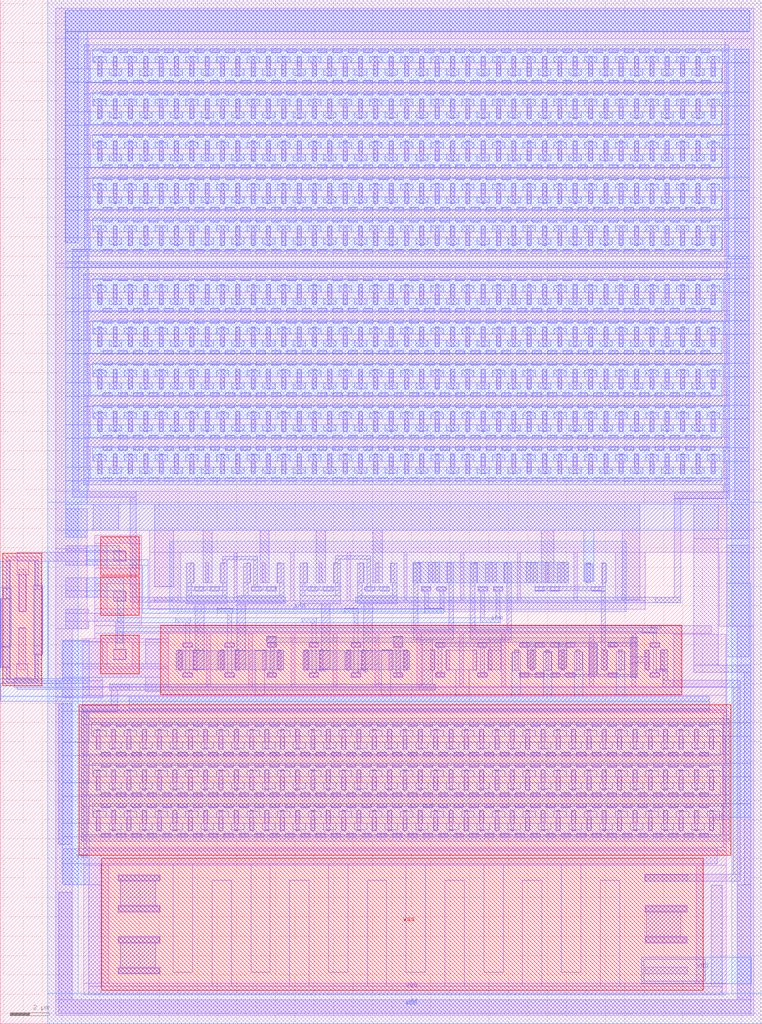
<source format=lef>
VERSION 5.7 ;
  NOWIREEXTENSIONATPIN ON ;
  DIVIDERCHAR "/" ;
  BUSBITCHARS "[]" ;
MACRO sky130_ef_ip__opamp
  CLASS BLOCK ;
  FOREIGN sky130_ef_ip__opamp ;
  ORIGIN 25.170 19.505 ;
  SIZE 39.255 BY 52.710 ;
  PIN vdd
    DIRECTION INOUT ;
    USE POWER ;
    ANTENNADIFFAREA 186.130493 ;
    PORT
      LAYER nwell ;
        RECT -22.735 7.330 14.085 33.205 ;
        RECT -22.735 -17.930 -21.160 7.330 ;
        RECT -16.450 1.710 7.070 5.330 ;
        RECT 12.510 -17.930 14.085 7.330 ;
        RECT -22.735 -19.505 14.085 -17.930 ;
      LAYER li1 ;
        RECT -22.305 31.200 13.655 32.775 ;
        RECT -22.305 19.645 -20.630 31.200 ;
        RECT -19.340 29.255 -19.170 30.295 ;
        RECT -17.760 29.255 -17.590 30.295 ;
        RECT -16.180 29.255 -16.010 30.295 ;
        RECT -14.600 29.255 -14.430 30.295 ;
        RECT -13.020 29.255 -12.850 30.295 ;
        RECT -11.440 29.255 -11.270 30.295 ;
        RECT -9.860 29.255 -9.690 30.295 ;
        RECT -8.280 29.255 -8.110 30.295 ;
        RECT -6.700 29.255 -6.530 30.295 ;
        RECT -5.120 29.255 -4.950 30.295 ;
        RECT -3.540 29.255 -3.370 30.295 ;
        RECT -1.960 29.255 -1.790 30.295 ;
        RECT -0.380 29.255 -0.210 30.295 ;
        RECT 1.200 29.255 1.370 30.295 ;
        RECT 2.780 29.255 2.950 30.295 ;
        RECT 4.360 29.255 4.530 30.295 ;
        RECT 5.940 29.255 6.110 30.295 ;
        RECT 7.520 29.255 7.690 30.295 ;
        RECT 9.100 29.255 9.270 30.295 ;
        RECT 10.680 29.255 10.850 30.295 ;
        RECT -19.340 27.075 -19.170 28.115 ;
        RECT -17.760 27.075 -17.590 28.115 ;
        RECT -16.180 27.075 -16.010 28.115 ;
        RECT -14.600 27.075 -14.430 28.115 ;
        RECT -13.020 27.075 -12.850 28.115 ;
        RECT -11.440 27.075 -11.270 28.115 ;
        RECT -9.860 27.075 -9.690 28.115 ;
        RECT -8.280 27.075 -8.110 28.115 ;
        RECT -6.700 27.075 -6.530 28.115 ;
        RECT -5.120 27.075 -4.950 28.115 ;
        RECT -3.540 27.075 -3.370 28.115 ;
        RECT -1.960 27.075 -1.790 28.115 ;
        RECT -0.380 27.075 -0.210 28.115 ;
        RECT 1.200 27.075 1.370 28.115 ;
        RECT 2.780 27.075 2.950 28.115 ;
        RECT 4.360 27.075 4.530 28.115 ;
        RECT 5.940 27.075 6.110 28.115 ;
        RECT 7.520 27.075 7.690 28.115 ;
        RECT 9.100 27.075 9.270 28.115 ;
        RECT 10.680 27.075 10.850 28.115 ;
        RECT -19.340 24.895 -19.170 25.935 ;
        RECT -17.760 24.895 -17.590 25.935 ;
        RECT -16.180 24.895 -16.010 25.935 ;
        RECT -14.600 24.895 -14.430 25.935 ;
        RECT -13.020 24.895 -12.850 25.935 ;
        RECT -11.440 24.895 -11.270 25.935 ;
        RECT -9.860 24.895 -9.690 25.935 ;
        RECT -8.280 24.895 -8.110 25.935 ;
        RECT -6.700 24.895 -6.530 25.935 ;
        RECT -5.120 24.895 -4.950 25.935 ;
        RECT -3.540 24.895 -3.370 25.935 ;
        RECT -1.960 24.895 -1.790 25.935 ;
        RECT -0.380 24.895 -0.210 25.935 ;
        RECT 1.200 24.895 1.370 25.935 ;
        RECT 2.780 24.895 2.950 25.935 ;
        RECT 4.360 24.895 4.530 25.935 ;
        RECT 5.940 24.895 6.110 25.935 ;
        RECT 7.520 24.895 7.690 25.935 ;
        RECT 9.100 24.895 9.270 25.935 ;
        RECT 10.680 24.895 10.850 25.935 ;
        RECT -19.340 22.715 -19.170 23.755 ;
        RECT -17.760 22.715 -17.590 23.755 ;
        RECT -16.180 22.715 -16.010 23.755 ;
        RECT -14.600 22.715 -14.430 23.755 ;
        RECT -13.020 22.715 -12.850 23.755 ;
        RECT -11.440 22.715 -11.270 23.755 ;
        RECT -9.860 22.715 -9.690 23.755 ;
        RECT -8.280 22.715 -8.110 23.755 ;
        RECT -6.700 22.715 -6.530 23.755 ;
        RECT -5.120 22.715 -4.950 23.755 ;
        RECT -3.540 22.715 -3.370 23.755 ;
        RECT -1.960 22.715 -1.790 23.755 ;
        RECT -0.380 22.715 -0.210 23.755 ;
        RECT 1.200 22.715 1.370 23.755 ;
        RECT 2.780 22.715 2.950 23.755 ;
        RECT 4.360 22.715 4.530 23.755 ;
        RECT 5.940 22.715 6.110 23.755 ;
        RECT 7.520 22.715 7.690 23.755 ;
        RECT 9.100 22.715 9.270 23.755 ;
        RECT 10.680 22.715 10.850 23.755 ;
        RECT -19.340 20.535 -19.170 21.575 ;
        RECT -17.760 20.535 -17.590 21.575 ;
        RECT -16.180 20.535 -16.010 21.575 ;
        RECT -14.600 20.535 -14.430 21.575 ;
        RECT -13.020 20.535 -12.850 21.575 ;
        RECT -11.440 20.535 -11.270 21.575 ;
        RECT -9.860 20.535 -9.690 21.575 ;
        RECT -8.280 20.535 -8.110 21.575 ;
        RECT -6.700 20.535 -6.530 21.575 ;
        RECT -5.120 20.535 -4.950 21.575 ;
        RECT -3.540 20.535 -3.370 21.575 ;
        RECT -1.960 20.535 -1.790 21.575 ;
        RECT -0.380 20.535 -0.210 21.575 ;
        RECT 1.200 20.535 1.370 21.575 ;
        RECT 2.780 20.535 2.950 21.575 ;
        RECT 4.360 20.535 4.530 21.575 ;
        RECT 5.940 20.535 6.110 21.575 ;
        RECT 7.520 20.535 7.690 21.575 ;
        RECT 9.100 20.535 9.270 21.575 ;
        RECT 10.680 20.535 10.850 21.575 ;
        RECT 12.140 19.645 13.655 31.200 ;
        RECT -22.305 19.445 13.655 19.645 ;
        RECT -22.305 7.890 -20.630 19.445 ;
        RECT -19.340 17.515 -19.170 18.555 ;
        RECT -17.760 17.515 -17.590 18.555 ;
        RECT -16.180 17.515 -16.010 18.555 ;
        RECT -14.600 17.515 -14.430 18.555 ;
        RECT -13.020 17.515 -12.850 18.555 ;
        RECT -11.440 17.515 -11.270 18.555 ;
        RECT -9.860 17.515 -9.690 18.555 ;
        RECT -8.280 17.515 -8.110 18.555 ;
        RECT -6.700 17.515 -6.530 18.555 ;
        RECT -5.120 17.515 -4.950 18.555 ;
        RECT -3.540 17.515 -3.370 18.555 ;
        RECT -1.960 17.515 -1.790 18.555 ;
        RECT -0.380 17.515 -0.210 18.555 ;
        RECT 1.200 17.515 1.370 18.555 ;
        RECT 2.780 17.515 2.950 18.555 ;
        RECT 4.360 17.515 4.530 18.555 ;
        RECT 5.940 17.515 6.110 18.555 ;
        RECT 7.520 17.515 7.690 18.555 ;
        RECT 9.100 17.515 9.270 18.555 ;
        RECT 10.680 17.515 10.850 18.555 ;
        RECT -19.340 15.335 -19.170 16.375 ;
        RECT -17.760 15.335 -17.590 16.375 ;
        RECT -16.180 15.335 -16.010 16.375 ;
        RECT -14.600 15.335 -14.430 16.375 ;
        RECT -13.020 15.335 -12.850 16.375 ;
        RECT -11.440 15.335 -11.270 16.375 ;
        RECT -9.860 15.335 -9.690 16.375 ;
        RECT -8.280 15.335 -8.110 16.375 ;
        RECT -6.700 15.335 -6.530 16.375 ;
        RECT -5.120 15.335 -4.950 16.375 ;
        RECT -3.540 15.335 -3.370 16.375 ;
        RECT -1.960 15.335 -1.790 16.375 ;
        RECT -0.380 15.335 -0.210 16.375 ;
        RECT 1.200 15.335 1.370 16.375 ;
        RECT 2.780 15.335 2.950 16.375 ;
        RECT 4.360 15.335 4.530 16.375 ;
        RECT 5.940 15.335 6.110 16.375 ;
        RECT 7.520 15.335 7.690 16.375 ;
        RECT 9.100 15.335 9.270 16.375 ;
        RECT 10.680 15.335 10.850 16.375 ;
        RECT -19.340 13.155 -19.170 14.195 ;
        RECT -17.760 13.155 -17.590 14.195 ;
        RECT -16.180 13.155 -16.010 14.195 ;
        RECT -14.600 13.155 -14.430 14.195 ;
        RECT -13.020 13.155 -12.850 14.195 ;
        RECT -11.440 13.155 -11.270 14.195 ;
        RECT -9.860 13.155 -9.690 14.195 ;
        RECT -8.280 13.155 -8.110 14.195 ;
        RECT -6.700 13.155 -6.530 14.195 ;
        RECT -5.120 13.155 -4.950 14.195 ;
        RECT -3.540 13.155 -3.370 14.195 ;
        RECT -1.960 13.155 -1.790 14.195 ;
        RECT -0.380 13.155 -0.210 14.195 ;
        RECT 1.200 13.155 1.370 14.195 ;
        RECT 2.780 13.155 2.950 14.195 ;
        RECT 4.360 13.155 4.530 14.195 ;
        RECT 5.940 13.155 6.110 14.195 ;
        RECT 7.520 13.155 7.690 14.195 ;
        RECT 9.100 13.155 9.270 14.195 ;
        RECT 10.680 13.155 10.850 14.195 ;
        RECT -19.340 10.975 -19.170 12.015 ;
        RECT -17.760 10.975 -17.590 12.015 ;
        RECT -16.180 10.975 -16.010 12.015 ;
        RECT -14.600 10.975 -14.430 12.015 ;
        RECT -13.020 10.975 -12.850 12.015 ;
        RECT -11.440 10.975 -11.270 12.015 ;
        RECT -9.860 10.975 -9.690 12.015 ;
        RECT -8.280 10.975 -8.110 12.015 ;
        RECT -6.700 10.975 -6.530 12.015 ;
        RECT -5.120 10.975 -4.950 12.015 ;
        RECT -3.540 10.975 -3.370 12.015 ;
        RECT -1.960 10.975 -1.790 12.015 ;
        RECT -0.380 10.975 -0.210 12.015 ;
        RECT 1.200 10.975 1.370 12.015 ;
        RECT 2.780 10.975 2.950 12.015 ;
        RECT 4.360 10.975 4.530 12.015 ;
        RECT 5.940 10.975 6.110 12.015 ;
        RECT 7.520 10.975 7.690 12.015 ;
        RECT 9.100 10.975 9.270 12.015 ;
        RECT 10.680 10.975 10.850 12.015 ;
        RECT -19.340 8.795 -19.170 9.835 ;
        RECT -17.760 8.795 -17.590 9.835 ;
        RECT -16.180 8.795 -16.010 9.835 ;
        RECT -14.600 8.795 -14.430 9.835 ;
        RECT -13.020 8.795 -12.850 9.835 ;
        RECT -11.440 8.795 -11.270 9.835 ;
        RECT -9.860 8.795 -9.690 9.835 ;
        RECT -8.280 8.795 -8.110 9.835 ;
        RECT -6.700 8.795 -6.530 9.835 ;
        RECT -5.120 8.795 -4.950 9.835 ;
        RECT -3.540 8.795 -3.370 9.835 ;
        RECT -1.960 8.795 -1.790 9.835 ;
        RECT -0.380 8.795 -0.210 9.835 ;
        RECT 1.200 8.795 1.370 9.835 ;
        RECT 2.780 8.795 2.950 9.835 ;
        RECT 4.360 8.795 4.530 9.835 ;
        RECT 5.940 8.795 6.110 9.835 ;
        RECT 7.520 8.795 7.690 9.835 ;
        RECT 9.100 8.795 9.270 9.835 ;
        RECT 10.680 8.795 10.850 9.835 ;
        RECT 12.140 7.890 13.655 19.445 ;
        RECT -22.305 5.885 13.655 7.890 ;
        RECT -22.305 4.950 -20.700 5.885 ;
        RECT -22.310 0.820 -20.700 4.950 ;
        RECT -17.475 4.770 13.655 5.885 ;
        RECT -17.475 2.270 -15.890 4.770 ;
        RECT -14.600 3.180 -14.430 4.220 ;
        RECT -13.140 2.270 -12.970 4.770 ;
        RECT -11.680 3.180 -11.510 4.220 ;
        RECT -10.220 2.270 -10.050 4.770 ;
        RECT -8.760 3.180 -8.590 4.220 ;
        RECT -7.300 2.270 -7.130 4.770 ;
        RECT -5.840 3.180 -5.670 4.220 ;
        RECT -4.380 2.270 -4.210 4.770 ;
        RECT -1.460 2.270 -1.290 4.770 ;
        RECT 1.460 2.270 1.630 4.770 ;
        RECT 2.920 3.180 3.090 4.220 ;
        RECT 4.380 2.270 4.550 4.770 ;
        RECT 5.050 3.180 5.220 4.220 ;
        RECT 6.510 2.270 8.050 4.770 ;
        RECT -17.475 1.815 8.050 2.270 ;
        RECT 11.870 0.940 13.655 4.770 ;
        RECT -22.310 -2.710 -21.480 0.820 ;
        RECT -22.305 -18.270 -21.480 -2.710 ;
        RECT 8.050 -16.950 10.210 -16.600 ;
        RECT 12.805 -18.270 13.655 0.940 ;
        RECT -22.305 -19.075 13.655 -18.270 ;
      LAYER met1 ;
        RECT -21.825 31.580 13.430 32.655 ;
        RECT -21.825 20.700 -21.170 31.580 ;
        RECT -19.370 29.650 -19.140 30.275 ;
        RECT -17.790 29.650 -17.560 30.275 ;
        RECT -16.210 29.650 -15.980 30.275 ;
        RECT -14.630 29.650 -14.400 30.275 ;
        RECT -13.050 29.650 -12.820 30.275 ;
        RECT -11.470 29.650 -11.240 30.275 ;
        RECT -9.890 29.650 -9.660 30.275 ;
        RECT -8.310 29.650 -8.080 30.275 ;
        RECT -6.730 29.650 -6.500 30.275 ;
        RECT -5.150 29.650 -4.920 30.275 ;
        RECT -3.570 29.650 -3.340 30.275 ;
        RECT -1.990 29.650 -1.760 30.275 ;
        RECT -0.410 29.650 -0.180 30.275 ;
        RECT 1.170 29.650 1.400 30.275 ;
        RECT 2.750 29.650 2.980 30.275 ;
        RECT 4.330 29.650 4.560 30.275 ;
        RECT 5.910 29.650 6.140 30.275 ;
        RECT 7.490 29.650 7.720 30.275 ;
        RECT 9.070 29.650 9.300 30.275 ;
        RECT 10.650 29.650 10.880 30.275 ;
        RECT -19.570 29.330 -18.930 29.650 ;
        RECT -17.990 29.330 -17.350 29.650 ;
        RECT -16.410 29.330 -15.770 29.650 ;
        RECT -14.830 29.330 -14.190 29.650 ;
        RECT -13.250 29.330 -12.610 29.650 ;
        RECT -11.670 29.330 -11.030 29.650 ;
        RECT -10.090 29.330 -9.450 29.650 ;
        RECT -8.510 29.330 -7.870 29.650 ;
        RECT -6.930 29.330 -6.290 29.650 ;
        RECT -5.350 29.330 -4.710 29.650 ;
        RECT -3.770 29.330 -3.130 29.650 ;
        RECT -2.190 29.330 -1.550 29.650 ;
        RECT -0.610 29.330 0.030 29.650 ;
        RECT 0.970 29.330 1.610 29.650 ;
        RECT 2.550 29.330 3.190 29.650 ;
        RECT 4.130 29.330 4.770 29.650 ;
        RECT 5.710 29.330 6.350 29.650 ;
        RECT 7.290 29.330 7.930 29.650 ;
        RECT 8.870 29.330 9.510 29.650 ;
        RECT 10.450 29.330 11.090 29.650 ;
        RECT -19.370 29.275 -19.140 29.330 ;
        RECT -17.790 29.275 -17.560 29.330 ;
        RECT -16.210 29.275 -15.980 29.330 ;
        RECT -14.630 29.275 -14.400 29.330 ;
        RECT -13.050 29.275 -12.820 29.330 ;
        RECT -11.470 29.275 -11.240 29.330 ;
        RECT -9.890 29.275 -9.660 29.330 ;
        RECT -8.310 29.275 -8.080 29.330 ;
        RECT -6.730 29.275 -6.500 29.330 ;
        RECT -5.150 29.275 -4.920 29.330 ;
        RECT -3.570 29.275 -3.340 29.330 ;
        RECT -1.990 29.275 -1.760 29.330 ;
        RECT -0.410 29.275 -0.180 29.330 ;
        RECT 1.170 29.275 1.400 29.330 ;
        RECT 2.750 29.275 2.980 29.330 ;
        RECT 4.330 29.275 4.560 29.330 ;
        RECT 5.910 29.275 6.140 29.330 ;
        RECT 7.490 29.275 7.720 29.330 ;
        RECT 9.070 29.275 9.300 29.330 ;
        RECT 10.650 29.275 10.880 29.330 ;
        RECT -19.370 27.450 -19.140 28.095 ;
        RECT -17.790 27.450 -17.560 28.095 ;
        RECT -16.210 27.450 -15.980 28.095 ;
        RECT -14.630 27.450 -14.400 28.095 ;
        RECT -13.050 27.450 -12.820 28.095 ;
        RECT -11.470 27.450 -11.240 28.095 ;
        RECT -9.890 27.450 -9.660 28.095 ;
        RECT -8.310 27.450 -8.080 28.095 ;
        RECT -6.730 27.450 -6.500 28.095 ;
        RECT -5.150 27.450 -4.920 28.095 ;
        RECT -3.570 27.450 -3.340 28.095 ;
        RECT -1.990 27.450 -1.760 28.095 ;
        RECT -0.410 27.450 -0.180 28.095 ;
        RECT 1.170 27.450 1.400 28.095 ;
        RECT 2.750 27.450 2.980 28.095 ;
        RECT 4.330 27.450 4.560 28.095 ;
        RECT 5.910 27.450 6.140 28.095 ;
        RECT 7.490 27.450 7.720 28.095 ;
        RECT 9.070 27.450 9.300 28.095 ;
        RECT 10.650 27.450 10.880 28.095 ;
        RECT -19.570 27.130 -18.930 27.450 ;
        RECT -17.990 27.130 -17.350 27.450 ;
        RECT -16.410 27.130 -15.770 27.450 ;
        RECT -14.830 27.130 -14.190 27.450 ;
        RECT -13.250 27.130 -12.610 27.450 ;
        RECT -11.670 27.130 -11.030 27.450 ;
        RECT -10.090 27.130 -9.450 27.450 ;
        RECT -8.510 27.130 -7.870 27.450 ;
        RECT -6.930 27.130 -6.290 27.450 ;
        RECT -5.350 27.130 -4.710 27.450 ;
        RECT -3.770 27.130 -3.130 27.450 ;
        RECT -2.190 27.130 -1.550 27.450 ;
        RECT -0.610 27.130 0.030 27.450 ;
        RECT 0.970 27.130 1.610 27.450 ;
        RECT 2.550 27.130 3.190 27.450 ;
        RECT 4.130 27.130 4.770 27.450 ;
        RECT 5.710 27.130 6.350 27.450 ;
        RECT 7.290 27.130 7.930 27.450 ;
        RECT 8.870 27.130 9.510 27.450 ;
        RECT 10.450 27.130 11.090 27.450 ;
        RECT -19.370 27.095 -19.140 27.130 ;
        RECT -17.790 27.095 -17.560 27.130 ;
        RECT -16.210 27.095 -15.980 27.130 ;
        RECT -14.630 27.095 -14.400 27.130 ;
        RECT -13.050 27.095 -12.820 27.130 ;
        RECT -11.470 27.095 -11.240 27.130 ;
        RECT -9.890 27.095 -9.660 27.130 ;
        RECT -8.310 27.095 -8.080 27.130 ;
        RECT -6.730 27.095 -6.500 27.130 ;
        RECT -5.150 27.095 -4.920 27.130 ;
        RECT -3.570 27.095 -3.340 27.130 ;
        RECT -1.990 27.095 -1.760 27.130 ;
        RECT -0.410 27.095 -0.180 27.130 ;
        RECT 1.170 27.095 1.400 27.130 ;
        RECT 2.750 27.095 2.980 27.130 ;
        RECT 4.330 27.095 4.560 27.130 ;
        RECT 5.910 27.095 6.140 27.130 ;
        RECT 7.490 27.095 7.720 27.130 ;
        RECT 9.070 27.095 9.300 27.130 ;
        RECT 10.650 27.095 10.880 27.130 ;
        RECT -19.370 25.250 -19.140 25.915 ;
        RECT -17.790 25.250 -17.560 25.915 ;
        RECT -16.210 25.250 -15.980 25.915 ;
        RECT -14.630 25.250 -14.400 25.915 ;
        RECT -13.050 25.250 -12.820 25.915 ;
        RECT -11.470 25.250 -11.240 25.915 ;
        RECT -9.890 25.250 -9.660 25.915 ;
        RECT -8.310 25.250 -8.080 25.915 ;
        RECT -6.730 25.250 -6.500 25.915 ;
        RECT -5.150 25.250 -4.920 25.915 ;
        RECT -3.570 25.250 -3.340 25.915 ;
        RECT -1.990 25.250 -1.760 25.915 ;
        RECT -0.410 25.250 -0.180 25.915 ;
        RECT 1.170 25.250 1.400 25.915 ;
        RECT 2.750 25.250 2.980 25.915 ;
        RECT 4.330 25.250 4.560 25.915 ;
        RECT 5.910 25.250 6.140 25.915 ;
        RECT 7.490 25.250 7.720 25.915 ;
        RECT 9.070 25.250 9.300 25.915 ;
        RECT 10.650 25.250 10.880 25.915 ;
        RECT -19.570 24.930 -18.930 25.250 ;
        RECT -17.990 24.930 -17.350 25.250 ;
        RECT -16.410 24.930 -15.770 25.250 ;
        RECT -14.830 24.930 -14.190 25.250 ;
        RECT -13.250 24.930 -12.610 25.250 ;
        RECT -11.670 24.930 -11.030 25.250 ;
        RECT -10.090 24.930 -9.450 25.250 ;
        RECT -8.510 24.930 -7.870 25.250 ;
        RECT -6.930 24.930 -6.290 25.250 ;
        RECT -5.350 24.930 -4.710 25.250 ;
        RECT -3.770 24.930 -3.130 25.250 ;
        RECT -2.190 24.930 -1.550 25.250 ;
        RECT -0.610 24.930 0.030 25.250 ;
        RECT 0.970 24.930 1.610 25.250 ;
        RECT 2.550 24.930 3.190 25.250 ;
        RECT 4.130 24.930 4.770 25.250 ;
        RECT 5.710 24.930 6.350 25.250 ;
        RECT 7.290 24.930 7.930 25.250 ;
        RECT 8.870 24.930 9.510 25.250 ;
        RECT 10.450 24.930 11.090 25.250 ;
        RECT -19.370 24.915 -19.140 24.930 ;
        RECT -17.790 24.915 -17.560 24.930 ;
        RECT -16.210 24.915 -15.980 24.930 ;
        RECT -14.630 24.915 -14.400 24.930 ;
        RECT -13.050 24.915 -12.820 24.930 ;
        RECT -11.470 24.915 -11.240 24.930 ;
        RECT -9.890 24.915 -9.660 24.930 ;
        RECT -8.310 24.915 -8.080 24.930 ;
        RECT -6.730 24.915 -6.500 24.930 ;
        RECT -5.150 24.915 -4.920 24.930 ;
        RECT -3.570 24.915 -3.340 24.930 ;
        RECT -1.990 24.915 -1.760 24.930 ;
        RECT -0.410 24.915 -0.180 24.930 ;
        RECT 1.170 24.915 1.400 24.930 ;
        RECT 2.750 24.915 2.980 24.930 ;
        RECT 4.330 24.915 4.560 24.930 ;
        RECT 5.910 24.915 6.140 24.930 ;
        RECT 7.490 24.915 7.720 24.930 ;
        RECT 9.070 24.915 9.300 24.930 ;
        RECT 10.650 24.915 10.880 24.930 ;
        RECT -19.370 23.075 -19.140 23.735 ;
        RECT -17.790 23.075 -17.560 23.735 ;
        RECT -16.210 23.075 -15.980 23.735 ;
        RECT -14.630 23.075 -14.400 23.735 ;
        RECT -13.050 23.075 -12.820 23.735 ;
        RECT -11.470 23.075 -11.240 23.735 ;
        RECT -9.890 23.075 -9.660 23.735 ;
        RECT -8.310 23.075 -8.080 23.735 ;
        RECT -6.730 23.075 -6.500 23.735 ;
        RECT -5.150 23.075 -4.920 23.735 ;
        RECT -3.570 23.075 -3.340 23.735 ;
        RECT -1.990 23.075 -1.760 23.735 ;
        RECT -0.410 23.075 -0.180 23.735 ;
        RECT 1.170 23.075 1.400 23.735 ;
        RECT 2.750 23.075 2.980 23.735 ;
        RECT 4.330 23.075 4.560 23.735 ;
        RECT 5.910 23.075 6.140 23.735 ;
        RECT 7.490 23.075 7.720 23.735 ;
        RECT 9.070 23.075 9.300 23.735 ;
        RECT 10.650 23.075 10.880 23.735 ;
        RECT -19.570 22.755 -18.930 23.075 ;
        RECT -17.990 22.755 -17.350 23.075 ;
        RECT -16.410 22.755 -15.770 23.075 ;
        RECT -14.830 22.755 -14.190 23.075 ;
        RECT -13.250 22.755 -12.610 23.075 ;
        RECT -11.670 22.755 -11.030 23.075 ;
        RECT -10.090 22.755 -9.450 23.075 ;
        RECT -8.510 22.755 -7.870 23.075 ;
        RECT -6.930 22.755 -6.290 23.075 ;
        RECT -5.350 22.755 -4.710 23.075 ;
        RECT -3.770 22.755 -3.130 23.075 ;
        RECT -2.190 22.755 -1.550 23.075 ;
        RECT -0.610 22.755 0.030 23.075 ;
        RECT 0.970 22.755 1.610 23.075 ;
        RECT 2.550 22.755 3.190 23.075 ;
        RECT 4.130 22.755 4.770 23.075 ;
        RECT 5.710 22.755 6.350 23.075 ;
        RECT 7.290 22.755 7.930 23.075 ;
        RECT 8.870 22.755 9.510 23.075 ;
        RECT 10.450 22.755 11.090 23.075 ;
        RECT -19.370 22.735 -19.140 22.755 ;
        RECT -17.790 22.735 -17.560 22.755 ;
        RECT -16.210 22.735 -15.980 22.755 ;
        RECT -14.630 22.735 -14.400 22.755 ;
        RECT -13.050 22.735 -12.820 22.755 ;
        RECT -11.470 22.735 -11.240 22.755 ;
        RECT -9.890 22.735 -9.660 22.755 ;
        RECT -8.310 22.735 -8.080 22.755 ;
        RECT -6.730 22.735 -6.500 22.755 ;
        RECT -5.150 22.735 -4.920 22.755 ;
        RECT -3.570 22.735 -3.340 22.755 ;
        RECT -1.990 22.735 -1.760 22.755 ;
        RECT -0.410 22.735 -0.180 22.755 ;
        RECT 1.170 22.735 1.400 22.755 ;
        RECT 2.750 22.735 2.980 22.755 ;
        RECT 4.330 22.735 4.560 22.755 ;
        RECT 5.910 22.735 6.140 22.755 ;
        RECT 7.490 22.735 7.720 22.755 ;
        RECT 9.070 22.735 9.300 22.755 ;
        RECT 10.650 22.735 10.880 22.755 ;
        RECT -19.370 20.950 -19.140 21.555 ;
        RECT -17.790 20.950 -17.560 21.555 ;
        RECT -16.210 20.950 -15.980 21.555 ;
        RECT -14.630 20.950 -14.400 21.555 ;
        RECT -13.050 20.950 -12.820 21.555 ;
        RECT -11.470 20.950 -11.240 21.555 ;
        RECT -9.890 20.950 -9.660 21.555 ;
        RECT -8.310 20.950 -8.080 21.555 ;
        RECT -6.730 20.950 -6.500 21.555 ;
        RECT -5.150 20.950 -4.920 21.555 ;
        RECT -3.570 20.950 -3.340 21.555 ;
        RECT -1.990 20.950 -1.760 21.555 ;
        RECT -0.410 20.950 -0.180 21.555 ;
        RECT 1.170 20.950 1.400 21.555 ;
        RECT 2.750 20.950 2.980 21.555 ;
        RECT 4.330 20.950 4.560 21.555 ;
        RECT 5.910 20.950 6.140 21.555 ;
        RECT 7.490 20.950 7.720 21.555 ;
        RECT 9.070 20.950 9.300 21.555 ;
        RECT 10.650 20.950 10.880 21.555 ;
        RECT -19.570 20.630 -18.930 20.950 ;
        RECT -17.990 20.630 -17.350 20.950 ;
        RECT -16.410 20.630 -15.770 20.950 ;
        RECT -14.830 20.630 -14.190 20.950 ;
        RECT -13.250 20.630 -12.610 20.950 ;
        RECT -11.670 20.630 -11.030 20.950 ;
        RECT -10.090 20.630 -9.450 20.950 ;
        RECT -8.510 20.630 -7.870 20.950 ;
        RECT -6.930 20.630 -6.290 20.950 ;
        RECT -5.350 20.630 -4.710 20.950 ;
        RECT -3.770 20.630 -3.130 20.950 ;
        RECT -2.190 20.630 -1.550 20.950 ;
        RECT -0.610 20.630 0.030 20.950 ;
        RECT 0.970 20.630 1.610 20.950 ;
        RECT 2.550 20.630 3.190 20.950 ;
        RECT 4.130 20.630 4.770 20.950 ;
        RECT 5.710 20.630 6.350 20.950 ;
        RECT 7.290 20.630 7.930 20.950 ;
        RECT 8.870 20.630 9.510 20.950 ;
        RECT 10.450 20.630 11.090 20.950 ;
        RECT -19.370 20.555 -19.140 20.630 ;
        RECT -17.790 20.555 -17.560 20.630 ;
        RECT -16.210 20.555 -15.980 20.630 ;
        RECT -14.630 20.555 -14.400 20.630 ;
        RECT -13.050 20.555 -12.820 20.630 ;
        RECT -11.470 20.555 -11.240 20.630 ;
        RECT -9.890 20.555 -9.660 20.630 ;
        RECT -8.310 20.555 -8.080 20.630 ;
        RECT -6.730 20.555 -6.500 20.630 ;
        RECT -5.150 20.555 -4.920 20.630 ;
        RECT -3.570 20.555 -3.340 20.630 ;
        RECT -1.990 20.555 -1.760 20.630 ;
        RECT -0.410 20.555 -0.180 20.630 ;
        RECT 1.170 20.555 1.400 20.630 ;
        RECT 2.750 20.555 2.980 20.630 ;
        RECT 4.330 20.555 4.560 20.630 ;
        RECT 5.910 20.555 6.140 20.630 ;
        RECT 7.490 20.555 7.720 20.630 ;
        RECT 9.070 20.555 9.300 20.630 ;
        RECT 10.650 20.555 10.880 20.630 ;
        RECT -20.850 19.405 12.425 19.705 ;
        RECT -19.370 17.850 -19.140 18.535 ;
        RECT -17.790 17.850 -17.560 18.535 ;
        RECT -16.210 17.850 -15.980 18.535 ;
        RECT -14.630 17.850 -14.400 18.535 ;
        RECT -13.050 17.850 -12.820 18.535 ;
        RECT -11.470 17.850 -11.240 18.535 ;
        RECT -9.890 17.850 -9.660 18.535 ;
        RECT -8.310 17.850 -8.080 18.535 ;
        RECT -6.730 17.850 -6.500 18.535 ;
        RECT -5.150 17.850 -4.920 18.535 ;
        RECT -3.570 17.850 -3.340 18.535 ;
        RECT -1.990 17.850 -1.760 18.535 ;
        RECT -0.410 17.850 -0.180 18.535 ;
        RECT 1.170 17.850 1.400 18.535 ;
        RECT 2.750 17.850 2.980 18.535 ;
        RECT 4.330 17.850 4.560 18.535 ;
        RECT 5.910 17.850 6.140 18.535 ;
        RECT 7.490 17.850 7.720 18.535 ;
        RECT 9.070 17.850 9.300 18.535 ;
        RECT 10.650 17.850 10.880 18.535 ;
        RECT -19.570 17.530 -18.930 17.850 ;
        RECT -17.990 17.530 -17.350 17.850 ;
        RECT -16.410 17.530 -15.770 17.850 ;
        RECT -14.830 17.530 -14.190 17.850 ;
        RECT -13.250 17.530 -12.610 17.850 ;
        RECT -11.670 17.530 -11.030 17.850 ;
        RECT -10.090 17.530 -9.450 17.850 ;
        RECT -8.510 17.530 -7.870 17.850 ;
        RECT -6.930 17.530 -6.290 17.850 ;
        RECT -5.350 17.530 -4.710 17.850 ;
        RECT -3.770 17.530 -3.130 17.850 ;
        RECT -2.190 17.530 -1.550 17.850 ;
        RECT -0.610 17.530 0.030 17.850 ;
        RECT 0.970 17.530 1.610 17.850 ;
        RECT 2.550 17.530 3.190 17.850 ;
        RECT 4.130 17.530 4.770 17.850 ;
        RECT 5.710 17.530 6.350 17.850 ;
        RECT 7.290 17.530 7.930 17.850 ;
        RECT 8.870 17.530 9.510 17.850 ;
        RECT 10.450 17.530 11.090 17.850 ;
        RECT -19.370 15.675 -19.140 16.355 ;
        RECT -17.790 15.675 -17.560 16.355 ;
        RECT -16.210 15.675 -15.980 16.355 ;
        RECT -14.630 15.675 -14.400 16.355 ;
        RECT -13.050 15.675 -12.820 16.355 ;
        RECT -11.470 15.675 -11.240 16.355 ;
        RECT -9.890 15.675 -9.660 16.355 ;
        RECT -8.310 15.675 -8.080 16.355 ;
        RECT -6.730 15.675 -6.500 16.355 ;
        RECT -5.150 15.675 -4.920 16.355 ;
        RECT -3.570 15.675 -3.340 16.355 ;
        RECT -1.990 15.675 -1.760 16.355 ;
        RECT -0.410 15.675 -0.180 16.355 ;
        RECT 1.170 15.675 1.400 16.355 ;
        RECT 2.750 15.675 2.980 16.355 ;
        RECT 4.330 15.675 4.560 16.355 ;
        RECT 5.910 15.675 6.140 16.355 ;
        RECT 7.490 15.675 7.720 16.355 ;
        RECT 9.070 15.675 9.300 16.355 ;
        RECT 10.650 15.675 10.880 16.355 ;
        RECT -19.570 15.355 -18.930 15.675 ;
        RECT -17.990 15.355 -17.350 15.675 ;
        RECT -16.410 15.355 -15.770 15.675 ;
        RECT -14.830 15.355 -14.190 15.675 ;
        RECT -13.250 15.355 -12.610 15.675 ;
        RECT -11.670 15.355 -11.030 15.675 ;
        RECT -10.090 15.355 -9.450 15.675 ;
        RECT -8.510 15.355 -7.870 15.675 ;
        RECT -6.930 15.355 -6.290 15.675 ;
        RECT -5.350 15.355 -4.710 15.675 ;
        RECT -3.770 15.355 -3.130 15.675 ;
        RECT -2.190 15.355 -1.550 15.675 ;
        RECT -0.610 15.355 0.030 15.675 ;
        RECT 0.970 15.355 1.610 15.675 ;
        RECT 2.550 15.355 3.190 15.675 ;
        RECT 4.130 15.355 4.770 15.675 ;
        RECT 5.710 15.355 6.350 15.675 ;
        RECT 7.290 15.355 7.930 15.675 ;
        RECT 8.870 15.355 9.510 15.675 ;
        RECT 10.450 15.355 11.090 15.675 ;
        RECT -19.370 13.500 -19.140 14.175 ;
        RECT -17.790 13.500 -17.560 14.175 ;
        RECT -16.210 13.500 -15.980 14.175 ;
        RECT -14.630 13.500 -14.400 14.175 ;
        RECT -13.050 13.500 -12.820 14.175 ;
        RECT -11.470 13.500 -11.240 14.175 ;
        RECT -9.890 13.500 -9.660 14.175 ;
        RECT -8.310 13.500 -8.080 14.175 ;
        RECT -6.730 13.500 -6.500 14.175 ;
        RECT -5.150 13.500 -4.920 14.175 ;
        RECT -3.570 13.500 -3.340 14.175 ;
        RECT -1.990 13.500 -1.760 14.175 ;
        RECT -0.410 13.500 -0.180 14.175 ;
        RECT 1.170 13.500 1.400 14.175 ;
        RECT 2.750 13.500 2.980 14.175 ;
        RECT 4.330 13.500 4.560 14.175 ;
        RECT 5.910 13.500 6.140 14.175 ;
        RECT 7.490 13.500 7.720 14.175 ;
        RECT 9.070 13.500 9.300 14.175 ;
        RECT 10.650 13.500 10.880 14.175 ;
        RECT -19.570 13.180 -18.930 13.500 ;
        RECT -17.990 13.180 -17.350 13.500 ;
        RECT -16.410 13.180 -15.770 13.500 ;
        RECT -14.830 13.180 -14.190 13.500 ;
        RECT -13.250 13.180 -12.610 13.500 ;
        RECT -11.670 13.180 -11.030 13.500 ;
        RECT -10.090 13.180 -9.450 13.500 ;
        RECT -8.510 13.180 -7.870 13.500 ;
        RECT -6.930 13.180 -6.290 13.500 ;
        RECT -5.350 13.180 -4.710 13.500 ;
        RECT -3.770 13.180 -3.130 13.500 ;
        RECT -2.190 13.180 -1.550 13.500 ;
        RECT -0.610 13.180 0.030 13.500 ;
        RECT 0.970 13.180 1.610 13.500 ;
        RECT 2.550 13.180 3.190 13.500 ;
        RECT 4.130 13.180 4.770 13.500 ;
        RECT 5.710 13.180 6.350 13.500 ;
        RECT 7.290 13.180 7.930 13.500 ;
        RECT 8.870 13.180 9.510 13.500 ;
        RECT 10.450 13.180 11.090 13.500 ;
        RECT -19.370 13.175 -19.140 13.180 ;
        RECT -17.790 13.175 -17.560 13.180 ;
        RECT -16.210 13.175 -15.980 13.180 ;
        RECT -14.630 13.175 -14.400 13.180 ;
        RECT -13.050 13.175 -12.820 13.180 ;
        RECT -11.470 13.175 -11.240 13.180 ;
        RECT -9.890 13.175 -9.660 13.180 ;
        RECT -8.310 13.175 -8.080 13.180 ;
        RECT -6.730 13.175 -6.500 13.180 ;
        RECT -5.150 13.175 -4.920 13.180 ;
        RECT -3.570 13.175 -3.340 13.180 ;
        RECT -1.990 13.175 -1.760 13.180 ;
        RECT -0.410 13.175 -0.180 13.180 ;
        RECT 1.170 13.175 1.400 13.180 ;
        RECT 2.750 13.175 2.980 13.180 ;
        RECT 4.330 13.175 4.560 13.180 ;
        RECT 5.910 13.175 6.140 13.180 ;
        RECT 7.490 13.175 7.720 13.180 ;
        RECT 9.070 13.175 9.300 13.180 ;
        RECT 10.650 13.175 10.880 13.180 ;
        RECT -19.370 11.325 -19.140 11.995 ;
        RECT -17.790 11.325 -17.560 11.995 ;
        RECT -16.210 11.325 -15.980 11.995 ;
        RECT -14.630 11.325 -14.400 11.995 ;
        RECT -13.050 11.325 -12.820 11.995 ;
        RECT -11.470 11.325 -11.240 11.995 ;
        RECT -9.890 11.325 -9.660 11.995 ;
        RECT -8.310 11.325 -8.080 11.995 ;
        RECT -6.730 11.325 -6.500 11.995 ;
        RECT -5.150 11.325 -4.920 11.995 ;
        RECT -3.570 11.325 -3.340 11.995 ;
        RECT -1.990 11.325 -1.760 11.995 ;
        RECT -0.410 11.325 -0.180 11.995 ;
        RECT 1.170 11.325 1.400 11.995 ;
        RECT 2.750 11.325 2.980 11.995 ;
        RECT 4.330 11.325 4.560 11.995 ;
        RECT 5.910 11.325 6.140 11.995 ;
        RECT 7.490 11.325 7.720 11.995 ;
        RECT 9.070 11.325 9.300 11.995 ;
        RECT 10.650 11.325 10.880 11.995 ;
        RECT -19.570 11.005 -18.930 11.325 ;
        RECT -17.990 11.005 -17.350 11.325 ;
        RECT -16.410 11.005 -15.770 11.325 ;
        RECT -14.830 11.005 -14.190 11.325 ;
        RECT -13.250 11.005 -12.610 11.325 ;
        RECT -11.670 11.005 -11.030 11.325 ;
        RECT -10.090 11.005 -9.450 11.325 ;
        RECT -8.510 11.005 -7.870 11.325 ;
        RECT -6.930 11.005 -6.290 11.325 ;
        RECT -5.350 11.005 -4.710 11.325 ;
        RECT -3.770 11.005 -3.130 11.325 ;
        RECT -2.190 11.005 -1.550 11.325 ;
        RECT -0.610 11.005 0.030 11.325 ;
        RECT 0.970 11.005 1.610 11.325 ;
        RECT 2.550 11.005 3.190 11.325 ;
        RECT 4.130 11.005 4.770 11.325 ;
        RECT 5.710 11.005 6.350 11.325 ;
        RECT 7.290 11.005 7.930 11.325 ;
        RECT 8.870 11.005 9.510 11.325 ;
        RECT 10.450 11.005 11.090 11.325 ;
        RECT -19.370 10.995 -19.140 11.005 ;
        RECT -17.790 10.995 -17.560 11.005 ;
        RECT -16.210 10.995 -15.980 11.005 ;
        RECT -14.630 10.995 -14.400 11.005 ;
        RECT -13.050 10.995 -12.820 11.005 ;
        RECT -11.470 10.995 -11.240 11.005 ;
        RECT -9.890 10.995 -9.660 11.005 ;
        RECT -8.310 10.995 -8.080 11.005 ;
        RECT -6.730 10.995 -6.500 11.005 ;
        RECT -5.150 10.995 -4.920 11.005 ;
        RECT -3.570 10.995 -3.340 11.005 ;
        RECT -1.990 10.995 -1.760 11.005 ;
        RECT -0.410 10.995 -0.180 11.005 ;
        RECT 1.170 10.995 1.400 11.005 ;
        RECT 2.750 10.995 2.980 11.005 ;
        RECT 4.330 10.995 4.560 11.005 ;
        RECT 5.910 10.995 6.140 11.005 ;
        RECT 7.490 10.995 7.720 11.005 ;
        RECT 9.070 10.995 9.300 11.005 ;
        RECT 10.650 10.995 10.880 11.005 ;
        RECT -19.370 9.150 -19.140 9.815 ;
        RECT -17.790 9.150 -17.560 9.815 ;
        RECT -16.210 9.150 -15.980 9.815 ;
        RECT -14.630 9.150 -14.400 9.815 ;
        RECT -13.050 9.150 -12.820 9.815 ;
        RECT -11.470 9.150 -11.240 9.815 ;
        RECT -9.890 9.150 -9.660 9.815 ;
        RECT -8.310 9.150 -8.080 9.815 ;
        RECT -6.730 9.150 -6.500 9.815 ;
        RECT -5.150 9.150 -4.920 9.815 ;
        RECT -3.570 9.150 -3.340 9.815 ;
        RECT -1.990 9.150 -1.760 9.815 ;
        RECT -0.410 9.150 -0.180 9.815 ;
        RECT 1.170 9.150 1.400 9.815 ;
        RECT 2.750 9.150 2.980 9.815 ;
        RECT 4.330 9.150 4.560 9.815 ;
        RECT 5.910 9.150 6.140 9.815 ;
        RECT 7.490 9.150 7.720 9.815 ;
        RECT 9.070 9.150 9.300 9.815 ;
        RECT 10.650 9.150 10.880 9.815 ;
        RECT -19.570 8.830 -18.930 9.150 ;
        RECT -17.990 8.830 -17.350 9.150 ;
        RECT -16.410 8.830 -15.770 9.150 ;
        RECT -14.830 8.830 -14.190 9.150 ;
        RECT -13.250 8.830 -12.610 9.150 ;
        RECT -11.670 8.830 -11.030 9.150 ;
        RECT -10.090 8.830 -9.450 9.150 ;
        RECT -8.510 8.830 -7.870 9.150 ;
        RECT -6.930 8.830 -6.290 9.150 ;
        RECT -5.350 8.830 -4.710 9.150 ;
        RECT -3.770 8.830 -3.130 9.150 ;
        RECT -2.190 8.830 -1.550 9.150 ;
        RECT -0.610 8.830 0.030 9.150 ;
        RECT 0.970 8.830 1.610 9.150 ;
        RECT 2.550 8.830 3.190 9.150 ;
        RECT 4.130 8.830 4.770 9.150 ;
        RECT 5.710 8.830 6.350 9.150 ;
        RECT 7.290 8.830 7.930 9.150 ;
        RECT 8.870 8.830 9.510 9.150 ;
        RECT 10.450 8.830 11.090 9.150 ;
        RECT -19.370 8.815 -19.140 8.830 ;
        RECT -17.790 8.815 -17.560 8.830 ;
        RECT -16.210 8.815 -15.980 8.830 ;
        RECT -14.630 8.815 -14.400 8.830 ;
        RECT -13.050 8.815 -12.820 8.830 ;
        RECT -11.470 8.815 -11.240 8.830 ;
        RECT -9.890 8.815 -9.660 8.830 ;
        RECT -8.310 8.815 -8.080 8.830 ;
        RECT -6.730 8.815 -6.500 8.830 ;
        RECT -5.150 8.815 -4.920 8.830 ;
        RECT -3.570 8.815 -3.340 8.830 ;
        RECT -1.990 8.815 -1.760 8.830 ;
        RECT -0.410 8.815 -0.180 8.830 ;
        RECT 1.170 8.815 1.400 8.830 ;
        RECT 2.750 8.815 2.980 8.830 ;
        RECT 4.330 8.815 4.560 8.830 ;
        RECT 5.910 8.815 6.140 8.830 ;
        RECT 7.490 8.815 7.720 8.830 ;
        RECT 9.070 8.815 9.300 8.830 ;
        RECT 10.650 8.815 10.880 8.830 ;
        RECT -21.810 5.530 -20.700 7.005 ;
        RECT -20.385 5.885 -19.065 7.225 ;
        RECT -17.220 5.905 7.765 7.245 ;
        RECT -17.220 2.990 -16.230 5.905 ;
        RECT -14.735 5.885 -5.495 5.905 ;
        RECT 2.235 5.885 3.745 5.905 ;
        RECT -14.735 3.200 -14.270 5.885 ;
        RECT -11.780 3.190 -11.315 5.885 ;
        RECT -8.895 3.180 -8.430 5.885 ;
        RECT -5.960 3.190 -5.495 5.885 ;
        RECT 2.695 3.200 3.335 5.885 ;
        RECT 5.020 4.140 5.250 4.200 ;
        RECT 4.930 3.260 5.365 4.140 ;
        RECT 5.020 3.200 5.250 3.260 ;
        RECT 6.865 2.305 7.765 5.905 ;
        RECT 10.555 5.455 13.415 7.225 ;
        RECT 10.555 -1.065 11.815 5.455 ;
        RECT 10.555 -1.415 13.495 -1.065 ;
        RECT -22.170 -10.275 -21.480 -3.035 ;
        RECT 13.145 -12.345 13.495 -1.415 ;
        RECT -22.170 -18.270 -21.480 -12.740 ;
        RECT 7.990 -17.330 11.140 -16.195 ;
        RECT 12.805 -18.270 13.495 -12.345 ;
        RECT -22.170 -18.960 13.495 -18.270 ;
      LAYER met2 ;
        RECT -21.810 31.565 13.425 32.675 ;
        RECT -21.810 29.655 -20.700 31.565 ;
        RECT -21.810 29.650 -20.405 29.655 ;
        RECT -21.810 28.960 11.995 29.650 ;
        RECT -21.810 27.450 -20.700 28.960 ;
        RECT -20.405 28.955 11.995 28.960 ;
        RECT -21.810 26.755 11.995 27.450 ;
        RECT -21.810 25.250 -20.700 26.755 ;
        RECT -21.810 24.555 11.995 25.250 ;
        RECT -21.810 23.075 -20.700 24.555 ;
        RECT -21.810 22.380 11.995 23.075 ;
        RECT -21.810 20.950 -20.700 22.380 ;
        RECT -21.810 20.255 11.995 20.950 ;
        RECT -21.810 19.705 -20.700 20.255 ;
        RECT -21.810 19.405 11.880 19.705 ;
        RECT -21.810 17.850 -20.700 19.405 ;
        RECT -21.810 17.155 11.995 17.850 ;
        RECT -21.810 15.675 -20.700 17.155 ;
        RECT -21.810 14.980 11.995 15.675 ;
        RECT -21.810 13.500 -20.700 14.980 ;
        RECT -21.810 12.805 11.995 13.500 ;
        RECT -21.810 11.325 -20.700 12.805 ;
        RECT -21.810 10.630 11.995 11.325 ;
        RECT -21.810 9.150 -20.700 10.630 ;
        RECT -21.810 8.455 11.995 9.150 ;
        RECT -21.810 7.225 -20.700 8.455 ;
        RECT -21.810 5.885 11.815 7.225 ;
        RECT -21.810 5.530 -20.700 5.885 ;
        RECT 4.885 3.260 5.410 5.885 ;
        RECT 7.865 -17.455 13.525 -16.100 ;
    END
  END vdd
  PIN out
    DIRECTION OUTPUT ;
    USE SIGNAL ;
    ANTENNADIFFAREA 79.169998 ;
    PORT
      LAYER li1 ;
        RECT -20.130 29.255 -19.960 30.295 ;
        RECT -18.550 29.255 -18.380 30.295 ;
        RECT -16.970 29.255 -16.800 30.295 ;
        RECT -15.390 29.255 -15.220 30.295 ;
        RECT -13.810 29.255 -13.640 30.295 ;
        RECT -12.230 29.255 -12.060 30.295 ;
        RECT -10.650 29.255 -10.480 30.295 ;
        RECT -9.070 29.255 -8.900 30.295 ;
        RECT -7.490 29.255 -7.320 30.295 ;
        RECT -5.910 29.255 -5.740 30.295 ;
        RECT -4.330 29.255 -4.160 30.295 ;
        RECT -2.750 29.255 -2.580 30.295 ;
        RECT -1.170 29.255 -1.000 30.295 ;
        RECT 0.410 29.255 0.580 30.295 ;
        RECT 1.990 29.255 2.160 30.295 ;
        RECT 3.570 29.255 3.740 30.295 ;
        RECT 5.150 29.255 5.320 30.295 ;
        RECT 6.730 29.255 6.900 30.295 ;
        RECT 8.310 29.255 8.480 30.295 ;
        RECT 9.890 29.255 10.060 30.295 ;
        RECT 11.470 29.255 11.640 30.295 ;
        RECT -20.130 27.075 -19.960 28.115 ;
        RECT -18.550 27.075 -18.380 28.115 ;
        RECT -16.970 27.075 -16.800 28.115 ;
        RECT -15.390 27.075 -15.220 28.115 ;
        RECT -13.810 27.075 -13.640 28.115 ;
        RECT -12.230 27.075 -12.060 28.115 ;
        RECT -10.650 27.075 -10.480 28.115 ;
        RECT -9.070 27.075 -8.900 28.115 ;
        RECT -7.490 27.075 -7.320 28.115 ;
        RECT -5.910 27.075 -5.740 28.115 ;
        RECT -4.330 27.075 -4.160 28.115 ;
        RECT -2.750 27.075 -2.580 28.115 ;
        RECT -1.170 27.075 -1.000 28.115 ;
        RECT 0.410 27.075 0.580 28.115 ;
        RECT 1.990 27.075 2.160 28.115 ;
        RECT 3.570 27.075 3.740 28.115 ;
        RECT 5.150 27.075 5.320 28.115 ;
        RECT 6.730 27.075 6.900 28.115 ;
        RECT 8.310 27.075 8.480 28.115 ;
        RECT 9.890 27.075 10.060 28.115 ;
        RECT 11.470 27.075 11.640 28.115 ;
        RECT -20.130 24.895 -19.960 25.935 ;
        RECT -18.550 24.895 -18.380 25.935 ;
        RECT -16.970 24.895 -16.800 25.935 ;
        RECT -15.390 24.895 -15.220 25.935 ;
        RECT -13.810 24.895 -13.640 25.935 ;
        RECT -12.230 24.895 -12.060 25.935 ;
        RECT -10.650 24.895 -10.480 25.935 ;
        RECT -9.070 24.895 -8.900 25.935 ;
        RECT -7.490 24.895 -7.320 25.935 ;
        RECT -5.910 24.895 -5.740 25.935 ;
        RECT -4.330 24.895 -4.160 25.935 ;
        RECT -2.750 24.895 -2.580 25.935 ;
        RECT -1.170 24.895 -1.000 25.935 ;
        RECT 0.410 24.895 0.580 25.935 ;
        RECT 1.990 24.895 2.160 25.935 ;
        RECT 3.570 24.895 3.740 25.935 ;
        RECT 5.150 24.895 5.320 25.935 ;
        RECT 6.730 24.895 6.900 25.935 ;
        RECT 8.310 24.895 8.480 25.935 ;
        RECT 9.890 24.895 10.060 25.935 ;
        RECT 11.470 24.895 11.640 25.935 ;
        RECT -20.130 22.715 -19.960 23.755 ;
        RECT -18.550 22.715 -18.380 23.755 ;
        RECT -16.970 22.715 -16.800 23.755 ;
        RECT -15.390 22.715 -15.220 23.755 ;
        RECT -13.810 22.715 -13.640 23.755 ;
        RECT -12.230 22.715 -12.060 23.755 ;
        RECT -10.650 22.715 -10.480 23.755 ;
        RECT -9.070 22.715 -8.900 23.755 ;
        RECT -7.490 22.715 -7.320 23.755 ;
        RECT -5.910 22.715 -5.740 23.755 ;
        RECT -4.330 22.715 -4.160 23.755 ;
        RECT -2.750 22.715 -2.580 23.755 ;
        RECT -1.170 22.715 -1.000 23.755 ;
        RECT 0.410 22.715 0.580 23.755 ;
        RECT 1.990 22.715 2.160 23.755 ;
        RECT 3.570 22.715 3.740 23.755 ;
        RECT 5.150 22.715 5.320 23.755 ;
        RECT 6.730 22.715 6.900 23.755 ;
        RECT 8.310 22.715 8.480 23.755 ;
        RECT 9.890 22.715 10.060 23.755 ;
        RECT 11.470 22.715 11.640 23.755 ;
        RECT -20.130 20.535 -19.960 21.575 ;
        RECT -18.550 20.535 -18.380 21.575 ;
        RECT -16.970 20.535 -16.800 21.575 ;
        RECT -15.390 20.535 -15.220 21.575 ;
        RECT -13.810 20.535 -13.640 21.575 ;
        RECT -12.230 20.535 -12.060 21.575 ;
        RECT -10.650 20.535 -10.480 21.575 ;
        RECT -9.070 20.535 -8.900 21.575 ;
        RECT -7.490 20.535 -7.320 21.575 ;
        RECT -5.910 20.535 -5.740 21.575 ;
        RECT -4.330 20.535 -4.160 21.575 ;
        RECT -2.750 20.535 -2.580 21.575 ;
        RECT -1.170 20.535 -1.000 21.575 ;
        RECT 0.410 20.535 0.580 21.575 ;
        RECT 1.990 20.535 2.160 21.575 ;
        RECT 3.570 20.535 3.740 21.575 ;
        RECT 5.150 20.535 5.320 21.575 ;
        RECT 6.730 20.535 6.900 21.575 ;
        RECT 8.310 20.535 8.480 21.575 ;
        RECT 9.890 20.535 10.060 21.575 ;
        RECT 11.470 20.535 11.640 21.575 ;
        RECT -20.130 17.515 -19.960 18.555 ;
        RECT -18.550 17.515 -18.380 18.555 ;
        RECT -16.970 17.515 -16.800 18.555 ;
        RECT -15.390 17.515 -15.220 18.555 ;
        RECT -13.810 17.515 -13.640 18.555 ;
        RECT -12.230 17.515 -12.060 18.555 ;
        RECT -10.650 17.515 -10.480 18.555 ;
        RECT -9.070 17.515 -8.900 18.555 ;
        RECT -7.490 17.515 -7.320 18.555 ;
        RECT -5.910 17.515 -5.740 18.555 ;
        RECT -4.330 17.515 -4.160 18.555 ;
        RECT -2.750 17.515 -2.580 18.555 ;
        RECT -1.170 17.515 -1.000 18.555 ;
        RECT 0.410 17.515 0.580 18.555 ;
        RECT 1.990 17.515 2.160 18.555 ;
        RECT 3.570 17.515 3.740 18.555 ;
        RECT 5.150 17.515 5.320 18.555 ;
        RECT 6.730 17.515 6.900 18.555 ;
        RECT 8.310 17.515 8.480 18.555 ;
        RECT 9.890 17.515 10.060 18.555 ;
        RECT 11.470 17.515 11.640 18.555 ;
        RECT -20.130 15.335 -19.960 16.375 ;
        RECT -18.550 15.335 -18.380 16.375 ;
        RECT -16.970 15.335 -16.800 16.375 ;
        RECT -15.390 15.335 -15.220 16.375 ;
        RECT -13.810 15.335 -13.640 16.375 ;
        RECT -12.230 15.335 -12.060 16.375 ;
        RECT -10.650 15.335 -10.480 16.375 ;
        RECT -9.070 15.335 -8.900 16.375 ;
        RECT -7.490 15.335 -7.320 16.375 ;
        RECT -5.910 15.335 -5.740 16.375 ;
        RECT -4.330 15.335 -4.160 16.375 ;
        RECT -2.750 15.335 -2.580 16.375 ;
        RECT -1.170 15.335 -1.000 16.375 ;
        RECT 0.410 15.335 0.580 16.375 ;
        RECT 1.990 15.335 2.160 16.375 ;
        RECT 3.570 15.335 3.740 16.375 ;
        RECT 5.150 15.335 5.320 16.375 ;
        RECT 6.730 15.335 6.900 16.375 ;
        RECT 8.310 15.335 8.480 16.375 ;
        RECT 9.890 15.335 10.060 16.375 ;
        RECT 11.470 15.335 11.640 16.375 ;
        RECT -20.130 13.155 -19.960 14.195 ;
        RECT -18.550 13.155 -18.380 14.195 ;
        RECT -16.970 13.155 -16.800 14.195 ;
        RECT -15.390 13.155 -15.220 14.195 ;
        RECT -13.810 13.155 -13.640 14.195 ;
        RECT -12.230 13.155 -12.060 14.195 ;
        RECT -10.650 13.155 -10.480 14.195 ;
        RECT -9.070 13.155 -8.900 14.195 ;
        RECT -7.490 13.155 -7.320 14.195 ;
        RECT -5.910 13.155 -5.740 14.195 ;
        RECT -4.330 13.155 -4.160 14.195 ;
        RECT -2.750 13.155 -2.580 14.195 ;
        RECT -1.170 13.155 -1.000 14.195 ;
        RECT 0.410 13.155 0.580 14.195 ;
        RECT 1.990 13.155 2.160 14.195 ;
        RECT 3.570 13.155 3.740 14.195 ;
        RECT 5.150 13.155 5.320 14.195 ;
        RECT 6.730 13.155 6.900 14.195 ;
        RECT 8.310 13.155 8.480 14.195 ;
        RECT 9.890 13.155 10.060 14.195 ;
        RECT 11.470 13.155 11.640 14.195 ;
        RECT -20.130 10.975 -19.960 12.015 ;
        RECT -18.550 10.975 -18.380 12.015 ;
        RECT -16.970 10.975 -16.800 12.015 ;
        RECT -15.390 10.975 -15.220 12.015 ;
        RECT -13.810 10.975 -13.640 12.015 ;
        RECT -12.230 10.975 -12.060 12.015 ;
        RECT -10.650 10.975 -10.480 12.015 ;
        RECT -9.070 10.975 -8.900 12.015 ;
        RECT -7.490 10.975 -7.320 12.015 ;
        RECT -5.910 10.975 -5.740 12.015 ;
        RECT -4.330 10.975 -4.160 12.015 ;
        RECT -2.750 10.975 -2.580 12.015 ;
        RECT -1.170 10.975 -1.000 12.015 ;
        RECT 0.410 10.975 0.580 12.015 ;
        RECT 1.990 10.975 2.160 12.015 ;
        RECT 3.570 10.975 3.740 12.015 ;
        RECT 5.150 10.975 5.320 12.015 ;
        RECT 6.730 10.975 6.900 12.015 ;
        RECT 8.310 10.975 8.480 12.015 ;
        RECT 9.890 10.975 10.060 12.015 ;
        RECT 11.470 10.975 11.640 12.015 ;
        RECT -20.130 8.795 -19.960 9.835 ;
        RECT -18.550 8.795 -18.380 9.835 ;
        RECT -16.970 8.795 -16.800 9.835 ;
        RECT -15.390 8.795 -15.220 9.835 ;
        RECT -13.810 8.795 -13.640 9.835 ;
        RECT -12.230 8.795 -12.060 9.835 ;
        RECT -10.650 8.795 -10.480 9.835 ;
        RECT -9.070 8.795 -8.900 9.835 ;
        RECT -7.490 8.795 -7.320 9.835 ;
        RECT -5.910 8.795 -5.740 9.835 ;
        RECT -4.330 8.795 -4.160 9.835 ;
        RECT -2.750 8.795 -2.580 9.835 ;
        RECT -1.170 8.795 -1.000 9.835 ;
        RECT 0.410 8.795 0.580 9.835 ;
        RECT 1.990 8.795 2.160 9.835 ;
        RECT 3.570 8.795 3.740 9.835 ;
        RECT 5.150 8.795 5.320 9.835 ;
        RECT 6.730 8.795 6.900 9.835 ;
        RECT 8.310 8.795 8.480 9.835 ;
        RECT 9.890 8.795 10.060 9.835 ;
        RECT 11.470 8.795 11.640 9.835 ;
        RECT -20.210 -5.390 -20.040 -4.350 ;
        RECT -18.630 -5.390 -18.460 -4.350 ;
        RECT -17.050 -5.390 -16.880 -4.350 ;
        RECT -15.470 -5.390 -15.300 -4.350 ;
        RECT -13.890 -5.390 -13.720 -4.350 ;
        RECT -12.310 -5.390 -12.140 -4.350 ;
        RECT -10.730 -5.390 -10.560 -4.350 ;
        RECT -9.150 -5.390 -8.980 -4.350 ;
        RECT -7.570 -5.390 -7.400 -4.350 ;
        RECT -5.990 -5.390 -5.820 -4.350 ;
        RECT -4.410 -5.390 -4.240 -4.350 ;
        RECT -2.830 -5.390 -2.660 -4.350 ;
        RECT -1.250 -5.390 -1.080 -4.350 ;
        RECT 0.330 -5.390 0.500 -4.350 ;
        RECT 1.910 -5.390 2.080 -4.350 ;
        RECT 3.490 -5.390 3.660 -4.350 ;
        RECT 5.070 -5.390 5.240 -4.350 ;
        RECT 6.650 -5.390 6.820 -4.350 ;
        RECT 8.230 -5.390 8.400 -4.350 ;
        RECT 9.810 -5.390 9.980 -4.350 ;
        RECT 11.390 -5.390 11.560 -4.350 ;
        RECT -20.210 -7.480 -20.040 -6.440 ;
        RECT -18.630 -7.480 -18.460 -6.440 ;
        RECT -17.050 -7.480 -16.880 -6.440 ;
        RECT -15.470 -7.480 -15.300 -6.440 ;
        RECT -13.890 -7.480 -13.720 -6.440 ;
        RECT -12.310 -7.480 -12.140 -6.440 ;
        RECT -10.730 -7.480 -10.560 -6.440 ;
        RECT -9.150 -7.480 -8.980 -6.440 ;
        RECT -7.570 -7.480 -7.400 -6.440 ;
        RECT -5.990 -7.480 -5.820 -6.440 ;
        RECT -4.410 -7.480 -4.240 -6.440 ;
        RECT -2.830 -7.480 -2.660 -6.440 ;
        RECT -1.250 -7.480 -1.080 -6.440 ;
        RECT 0.330 -7.480 0.500 -6.440 ;
        RECT 1.910 -7.480 2.080 -6.440 ;
        RECT 3.490 -7.480 3.660 -6.440 ;
        RECT 5.070 -7.480 5.240 -6.440 ;
        RECT 6.650 -7.480 6.820 -6.440 ;
        RECT 8.230 -7.480 8.400 -6.440 ;
        RECT 9.810 -7.480 9.980 -6.440 ;
        RECT 11.390 -7.480 11.560 -6.440 ;
        RECT -20.210 -9.570 -20.040 -8.530 ;
        RECT -18.630 -9.570 -18.460 -8.530 ;
        RECT -17.050 -9.570 -16.880 -8.530 ;
        RECT -15.470 -9.570 -15.300 -8.530 ;
        RECT -13.890 -9.570 -13.720 -8.530 ;
        RECT -12.310 -9.570 -12.140 -8.530 ;
        RECT -10.730 -9.570 -10.560 -8.530 ;
        RECT -9.150 -9.570 -8.980 -8.530 ;
        RECT -7.570 -9.570 -7.400 -8.530 ;
        RECT -5.990 -9.570 -5.820 -8.530 ;
        RECT -4.410 -9.570 -4.240 -8.530 ;
        RECT -2.830 -9.570 -2.660 -8.530 ;
        RECT -1.250 -9.570 -1.080 -8.530 ;
        RECT 0.330 -9.570 0.500 -8.530 ;
        RECT 1.910 -9.570 2.080 -8.530 ;
        RECT 3.490 -9.570 3.660 -8.530 ;
        RECT 5.070 -9.570 5.240 -8.530 ;
        RECT 6.650 -9.570 6.820 -8.530 ;
        RECT 8.230 -9.570 8.400 -8.530 ;
        RECT 9.810 -9.570 9.980 -8.530 ;
        RECT 11.390 -9.570 11.560 -8.530 ;
      LAYER met1 ;
        RECT -20.360 29.955 -19.720 30.275 ;
        RECT -18.780 29.955 -18.140 30.275 ;
        RECT -17.200 29.955 -16.560 30.275 ;
        RECT -15.620 29.955 -14.980 30.275 ;
        RECT -14.040 29.955 -13.400 30.275 ;
        RECT -12.460 29.955 -11.820 30.275 ;
        RECT -10.880 29.955 -10.240 30.275 ;
        RECT -9.300 29.955 -8.660 30.275 ;
        RECT -7.720 29.955 -7.080 30.275 ;
        RECT -6.140 29.955 -5.500 30.275 ;
        RECT -4.560 29.955 -3.920 30.275 ;
        RECT -2.980 29.955 -2.340 30.275 ;
        RECT -1.400 29.955 -0.760 30.275 ;
        RECT 0.180 29.955 0.820 30.275 ;
        RECT 1.760 29.955 2.400 30.275 ;
        RECT 3.340 29.955 3.980 30.275 ;
        RECT 4.920 29.955 5.560 30.275 ;
        RECT 6.500 29.955 7.140 30.275 ;
        RECT 8.080 29.955 8.720 30.275 ;
        RECT 9.660 29.955 10.300 30.275 ;
        RECT 11.240 29.955 11.880 30.275 ;
        RECT -20.160 29.275 -19.930 29.955 ;
        RECT -18.580 29.275 -18.350 29.955 ;
        RECT -17.000 29.275 -16.770 29.955 ;
        RECT -15.420 29.275 -15.190 29.955 ;
        RECT -13.840 29.275 -13.610 29.955 ;
        RECT -12.260 29.275 -12.030 29.955 ;
        RECT -10.680 29.275 -10.450 29.955 ;
        RECT -9.100 29.275 -8.870 29.955 ;
        RECT -7.520 29.275 -7.290 29.955 ;
        RECT -5.940 29.275 -5.710 29.955 ;
        RECT -4.360 29.275 -4.130 29.955 ;
        RECT -2.780 29.275 -2.550 29.955 ;
        RECT -1.200 29.275 -0.970 29.955 ;
        RECT 0.380 29.275 0.610 29.955 ;
        RECT 1.960 29.275 2.190 29.955 ;
        RECT 3.540 29.275 3.770 29.955 ;
        RECT 5.120 29.275 5.350 29.955 ;
        RECT 6.700 29.275 6.930 29.955 ;
        RECT 8.280 29.275 8.510 29.955 ;
        RECT 9.860 29.275 10.090 29.955 ;
        RECT 11.440 29.275 11.670 29.955 ;
        RECT -20.160 28.075 -19.930 28.095 ;
        RECT -18.580 28.075 -18.350 28.095 ;
        RECT -17.000 28.075 -16.770 28.095 ;
        RECT -15.420 28.075 -15.190 28.095 ;
        RECT -13.840 28.075 -13.610 28.095 ;
        RECT -12.260 28.075 -12.030 28.095 ;
        RECT -10.680 28.075 -10.450 28.095 ;
        RECT -9.100 28.075 -8.870 28.095 ;
        RECT -7.520 28.075 -7.290 28.095 ;
        RECT -5.940 28.075 -5.710 28.095 ;
        RECT -4.360 28.075 -4.130 28.095 ;
        RECT -2.780 28.075 -2.550 28.095 ;
        RECT -1.200 28.075 -0.970 28.095 ;
        RECT 0.380 28.075 0.610 28.095 ;
        RECT 1.960 28.075 2.190 28.095 ;
        RECT 3.540 28.075 3.770 28.095 ;
        RECT 5.120 28.075 5.350 28.095 ;
        RECT 6.700 28.075 6.930 28.095 ;
        RECT 8.280 28.075 8.510 28.095 ;
        RECT 9.860 28.075 10.090 28.095 ;
        RECT 11.440 28.075 11.670 28.095 ;
        RECT -20.360 27.755 -19.720 28.075 ;
        RECT -18.780 27.755 -18.140 28.075 ;
        RECT -17.200 27.755 -16.560 28.075 ;
        RECT -15.620 27.755 -14.980 28.075 ;
        RECT -14.040 27.755 -13.400 28.075 ;
        RECT -12.460 27.755 -11.820 28.075 ;
        RECT -10.880 27.755 -10.240 28.075 ;
        RECT -9.300 27.755 -8.660 28.075 ;
        RECT -7.720 27.755 -7.080 28.075 ;
        RECT -6.140 27.755 -5.500 28.075 ;
        RECT -4.560 27.755 -3.920 28.075 ;
        RECT -2.980 27.755 -2.340 28.075 ;
        RECT -1.400 27.755 -0.760 28.075 ;
        RECT 0.180 27.755 0.820 28.075 ;
        RECT 1.760 27.755 2.400 28.075 ;
        RECT 3.340 27.755 3.980 28.075 ;
        RECT 4.920 27.755 5.560 28.075 ;
        RECT 6.500 27.755 7.140 28.075 ;
        RECT 8.080 27.755 8.720 28.075 ;
        RECT 9.660 27.755 10.300 28.075 ;
        RECT 11.240 27.755 11.880 28.075 ;
        RECT -20.160 27.095 -19.930 27.755 ;
        RECT -18.580 27.095 -18.350 27.755 ;
        RECT -17.000 27.095 -16.770 27.755 ;
        RECT -15.420 27.095 -15.190 27.755 ;
        RECT -13.840 27.095 -13.610 27.755 ;
        RECT -12.260 27.095 -12.030 27.755 ;
        RECT -10.680 27.095 -10.450 27.755 ;
        RECT -9.100 27.095 -8.870 27.755 ;
        RECT -7.520 27.095 -7.290 27.755 ;
        RECT -5.940 27.095 -5.710 27.755 ;
        RECT -4.360 27.095 -4.130 27.755 ;
        RECT -2.780 27.095 -2.550 27.755 ;
        RECT -1.200 27.095 -0.970 27.755 ;
        RECT 0.380 27.095 0.610 27.755 ;
        RECT 1.960 27.095 2.190 27.755 ;
        RECT 3.540 27.095 3.770 27.755 ;
        RECT 5.120 27.095 5.350 27.755 ;
        RECT 6.700 27.095 6.930 27.755 ;
        RECT 8.280 27.095 8.510 27.755 ;
        RECT 9.860 27.095 10.090 27.755 ;
        RECT 11.440 27.095 11.670 27.755 ;
        RECT -20.160 25.875 -19.930 25.915 ;
        RECT -18.580 25.875 -18.350 25.915 ;
        RECT -17.000 25.875 -16.770 25.915 ;
        RECT -15.420 25.875 -15.190 25.915 ;
        RECT -13.840 25.875 -13.610 25.915 ;
        RECT -12.260 25.875 -12.030 25.915 ;
        RECT -10.680 25.875 -10.450 25.915 ;
        RECT -9.100 25.875 -8.870 25.915 ;
        RECT -7.520 25.875 -7.290 25.915 ;
        RECT -5.940 25.875 -5.710 25.915 ;
        RECT -4.360 25.875 -4.130 25.915 ;
        RECT -2.780 25.875 -2.550 25.915 ;
        RECT -1.200 25.875 -0.970 25.915 ;
        RECT 0.380 25.875 0.610 25.915 ;
        RECT 1.960 25.875 2.190 25.915 ;
        RECT 3.540 25.875 3.770 25.915 ;
        RECT 5.120 25.875 5.350 25.915 ;
        RECT 6.700 25.875 6.930 25.915 ;
        RECT 8.280 25.875 8.510 25.915 ;
        RECT 9.860 25.875 10.090 25.915 ;
        RECT 11.440 25.875 11.670 25.915 ;
        RECT -20.360 25.555 -19.720 25.875 ;
        RECT -18.780 25.555 -18.140 25.875 ;
        RECT -17.200 25.555 -16.560 25.875 ;
        RECT -15.620 25.555 -14.980 25.875 ;
        RECT -14.040 25.555 -13.400 25.875 ;
        RECT -12.460 25.555 -11.820 25.875 ;
        RECT -10.880 25.555 -10.240 25.875 ;
        RECT -9.300 25.555 -8.660 25.875 ;
        RECT -7.720 25.555 -7.080 25.875 ;
        RECT -6.140 25.555 -5.500 25.875 ;
        RECT -4.560 25.555 -3.920 25.875 ;
        RECT -2.980 25.555 -2.340 25.875 ;
        RECT -1.400 25.555 -0.760 25.875 ;
        RECT 0.180 25.555 0.820 25.875 ;
        RECT 1.760 25.555 2.400 25.875 ;
        RECT 3.340 25.555 3.980 25.875 ;
        RECT 4.920 25.555 5.560 25.875 ;
        RECT 6.500 25.555 7.140 25.875 ;
        RECT 8.080 25.555 8.720 25.875 ;
        RECT 9.660 25.555 10.300 25.875 ;
        RECT 11.240 25.555 11.880 25.875 ;
        RECT -20.160 24.915 -19.930 25.555 ;
        RECT -18.580 24.915 -18.350 25.555 ;
        RECT -17.000 24.915 -16.770 25.555 ;
        RECT -15.420 24.915 -15.190 25.555 ;
        RECT -13.840 24.915 -13.610 25.555 ;
        RECT -12.260 24.915 -12.030 25.555 ;
        RECT -10.680 24.915 -10.450 25.555 ;
        RECT -9.100 24.915 -8.870 25.555 ;
        RECT -7.520 24.915 -7.290 25.555 ;
        RECT -5.940 24.915 -5.710 25.555 ;
        RECT -4.360 24.915 -4.130 25.555 ;
        RECT -2.780 24.915 -2.550 25.555 ;
        RECT -1.200 24.915 -0.970 25.555 ;
        RECT 0.380 24.915 0.610 25.555 ;
        RECT 1.960 24.915 2.190 25.555 ;
        RECT 3.540 24.915 3.770 25.555 ;
        RECT 5.120 24.915 5.350 25.555 ;
        RECT 6.700 24.915 6.930 25.555 ;
        RECT 8.280 24.915 8.510 25.555 ;
        RECT 9.860 24.915 10.090 25.555 ;
        RECT 11.440 24.915 11.670 25.555 ;
        RECT -20.160 23.700 -19.930 23.735 ;
        RECT -18.580 23.700 -18.350 23.735 ;
        RECT -17.000 23.700 -16.770 23.735 ;
        RECT -15.420 23.700 -15.190 23.735 ;
        RECT -13.840 23.700 -13.610 23.735 ;
        RECT -12.260 23.700 -12.030 23.735 ;
        RECT -10.680 23.700 -10.450 23.735 ;
        RECT -9.100 23.700 -8.870 23.735 ;
        RECT -7.520 23.700 -7.290 23.735 ;
        RECT -5.940 23.700 -5.710 23.735 ;
        RECT -4.360 23.700 -4.130 23.735 ;
        RECT -2.780 23.700 -2.550 23.735 ;
        RECT -1.200 23.700 -0.970 23.735 ;
        RECT 0.380 23.700 0.610 23.735 ;
        RECT 1.960 23.700 2.190 23.735 ;
        RECT 3.540 23.700 3.770 23.735 ;
        RECT 5.120 23.700 5.350 23.735 ;
        RECT 6.700 23.700 6.930 23.735 ;
        RECT 8.280 23.700 8.510 23.735 ;
        RECT 9.860 23.700 10.090 23.735 ;
        RECT 11.440 23.700 11.670 23.735 ;
        RECT -20.360 23.380 -19.720 23.700 ;
        RECT -18.780 23.380 -18.140 23.700 ;
        RECT -17.200 23.380 -16.560 23.700 ;
        RECT -15.620 23.380 -14.980 23.700 ;
        RECT -14.040 23.380 -13.400 23.700 ;
        RECT -12.460 23.380 -11.820 23.700 ;
        RECT -10.880 23.380 -10.240 23.700 ;
        RECT -9.300 23.380 -8.660 23.700 ;
        RECT -7.720 23.380 -7.080 23.700 ;
        RECT -6.140 23.380 -5.500 23.700 ;
        RECT -4.560 23.380 -3.920 23.700 ;
        RECT -2.980 23.380 -2.340 23.700 ;
        RECT -1.400 23.380 -0.760 23.700 ;
        RECT 0.180 23.380 0.820 23.700 ;
        RECT 1.760 23.380 2.400 23.700 ;
        RECT 3.340 23.380 3.980 23.700 ;
        RECT 4.920 23.380 5.560 23.700 ;
        RECT 6.500 23.380 7.140 23.700 ;
        RECT 8.080 23.380 8.720 23.700 ;
        RECT 9.660 23.380 10.300 23.700 ;
        RECT 11.240 23.380 11.880 23.700 ;
        RECT -20.160 22.735 -19.930 23.380 ;
        RECT -18.580 22.735 -18.350 23.380 ;
        RECT -17.000 22.735 -16.770 23.380 ;
        RECT -15.420 22.735 -15.190 23.380 ;
        RECT -13.840 22.735 -13.610 23.380 ;
        RECT -12.260 22.735 -12.030 23.380 ;
        RECT -10.680 22.735 -10.450 23.380 ;
        RECT -9.100 22.735 -8.870 23.380 ;
        RECT -7.520 22.735 -7.290 23.380 ;
        RECT -5.940 22.735 -5.710 23.380 ;
        RECT -4.360 22.735 -4.130 23.380 ;
        RECT -2.780 22.735 -2.550 23.380 ;
        RECT -1.200 22.735 -0.970 23.380 ;
        RECT 0.380 22.735 0.610 23.380 ;
        RECT 1.960 22.735 2.190 23.380 ;
        RECT 3.540 22.735 3.770 23.380 ;
        RECT 5.120 22.735 5.350 23.380 ;
        RECT 6.700 22.735 6.930 23.380 ;
        RECT 8.280 22.735 8.510 23.380 ;
        RECT 9.860 22.735 10.090 23.380 ;
        RECT 11.440 22.735 11.670 23.380 ;
        RECT -20.360 21.255 -19.720 21.575 ;
        RECT -18.780 21.255 -18.140 21.575 ;
        RECT -17.200 21.255 -16.560 21.575 ;
        RECT -15.620 21.255 -14.980 21.575 ;
        RECT -14.040 21.255 -13.400 21.575 ;
        RECT -12.460 21.255 -11.820 21.575 ;
        RECT -10.880 21.255 -10.240 21.575 ;
        RECT -9.300 21.255 -8.660 21.575 ;
        RECT -7.720 21.255 -7.080 21.575 ;
        RECT -6.140 21.255 -5.500 21.575 ;
        RECT -4.560 21.255 -3.920 21.575 ;
        RECT -2.980 21.255 -2.340 21.575 ;
        RECT -1.400 21.255 -0.760 21.575 ;
        RECT 0.180 21.255 0.820 21.575 ;
        RECT 1.760 21.255 2.400 21.575 ;
        RECT 3.340 21.255 3.980 21.575 ;
        RECT 4.920 21.255 5.560 21.575 ;
        RECT 6.500 21.255 7.140 21.575 ;
        RECT 8.080 21.255 8.720 21.575 ;
        RECT 9.660 21.255 10.300 21.575 ;
        RECT 11.240 21.255 11.880 21.575 ;
        RECT -20.160 20.555 -19.930 21.255 ;
        RECT -18.580 20.555 -18.350 21.255 ;
        RECT -17.000 20.555 -16.770 21.255 ;
        RECT -15.420 20.555 -15.190 21.255 ;
        RECT -13.840 20.555 -13.610 21.255 ;
        RECT -12.260 20.555 -12.030 21.255 ;
        RECT -10.680 20.555 -10.450 21.255 ;
        RECT -9.100 20.555 -8.870 21.255 ;
        RECT -7.520 20.555 -7.290 21.255 ;
        RECT -5.940 20.555 -5.710 21.255 ;
        RECT -4.360 20.555 -4.130 21.255 ;
        RECT -2.780 20.555 -2.550 21.255 ;
        RECT -1.200 20.555 -0.970 21.255 ;
        RECT 0.380 20.555 0.610 21.255 ;
        RECT 1.960 20.555 2.190 21.255 ;
        RECT 3.540 20.555 3.770 21.255 ;
        RECT 5.120 20.555 5.350 21.255 ;
        RECT 6.700 20.555 6.930 21.255 ;
        RECT 8.280 20.555 8.510 21.255 ;
        RECT 9.860 20.555 10.090 21.255 ;
        RECT 11.440 20.555 11.670 21.255 ;
        RECT -20.160 18.475 -19.930 18.535 ;
        RECT -18.580 18.475 -18.350 18.535 ;
        RECT -17.000 18.475 -16.770 18.535 ;
        RECT -15.420 18.475 -15.190 18.535 ;
        RECT -13.840 18.475 -13.610 18.535 ;
        RECT -12.260 18.475 -12.030 18.535 ;
        RECT -10.680 18.475 -10.450 18.535 ;
        RECT -9.100 18.475 -8.870 18.535 ;
        RECT -7.520 18.475 -7.290 18.535 ;
        RECT -5.940 18.475 -5.710 18.535 ;
        RECT -4.360 18.475 -4.130 18.535 ;
        RECT -2.780 18.475 -2.550 18.535 ;
        RECT -1.200 18.475 -0.970 18.535 ;
        RECT 0.380 18.475 0.610 18.535 ;
        RECT 1.960 18.475 2.190 18.535 ;
        RECT 3.540 18.475 3.770 18.535 ;
        RECT 5.120 18.475 5.350 18.535 ;
        RECT 6.700 18.475 6.930 18.535 ;
        RECT 8.280 18.475 8.510 18.535 ;
        RECT 9.860 18.475 10.090 18.535 ;
        RECT 11.440 18.475 11.670 18.535 ;
        RECT -20.360 18.155 -19.720 18.475 ;
        RECT -18.780 18.155 -18.140 18.475 ;
        RECT -17.200 18.155 -16.560 18.475 ;
        RECT -15.620 18.155 -14.980 18.475 ;
        RECT -14.040 18.155 -13.400 18.475 ;
        RECT -12.460 18.155 -11.820 18.475 ;
        RECT -10.880 18.155 -10.240 18.475 ;
        RECT -9.300 18.155 -8.660 18.475 ;
        RECT -7.720 18.155 -7.080 18.475 ;
        RECT -6.140 18.155 -5.500 18.475 ;
        RECT -4.560 18.155 -3.920 18.475 ;
        RECT -2.980 18.155 -2.340 18.475 ;
        RECT -1.400 18.155 -0.760 18.475 ;
        RECT 0.180 18.155 0.820 18.475 ;
        RECT 1.760 18.155 2.400 18.475 ;
        RECT 3.340 18.155 3.980 18.475 ;
        RECT 4.920 18.155 5.560 18.475 ;
        RECT 6.500 18.155 7.140 18.475 ;
        RECT 8.080 18.155 8.720 18.475 ;
        RECT 9.660 18.155 10.300 18.475 ;
        RECT 11.240 18.155 11.880 18.475 ;
        RECT -20.160 17.535 -19.930 18.155 ;
        RECT -18.580 17.535 -18.350 18.155 ;
        RECT -17.000 17.535 -16.770 18.155 ;
        RECT -15.420 17.535 -15.190 18.155 ;
        RECT -13.840 17.535 -13.610 18.155 ;
        RECT -12.260 17.535 -12.030 18.155 ;
        RECT -10.680 17.535 -10.450 18.155 ;
        RECT -9.100 17.535 -8.870 18.155 ;
        RECT -7.520 17.535 -7.290 18.155 ;
        RECT -5.940 17.535 -5.710 18.155 ;
        RECT -4.360 17.535 -4.130 18.155 ;
        RECT -2.780 17.535 -2.550 18.155 ;
        RECT -1.200 17.535 -0.970 18.155 ;
        RECT 0.380 17.535 0.610 18.155 ;
        RECT 1.960 17.535 2.190 18.155 ;
        RECT 3.540 17.535 3.770 18.155 ;
        RECT 5.120 17.535 5.350 18.155 ;
        RECT 6.700 17.535 6.930 18.155 ;
        RECT 8.280 17.535 8.510 18.155 ;
        RECT 9.860 17.535 10.090 18.155 ;
        RECT 11.440 17.535 11.670 18.155 ;
        RECT -20.160 16.300 -19.930 16.355 ;
        RECT -18.580 16.300 -18.350 16.355 ;
        RECT -17.000 16.300 -16.770 16.355 ;
        RECT -15.420 16.300 -15.190 16.355 ;
        RECT -13.840 16.300 -13.610 16.355 ;
        RECT -12.260 16.300 -12.030 16.355 ;
        RECT -10.680 16.300 -10.450 16.355 ;
        RECT -9.100 16.300 -8.870 16.355 ;
        RECT -7.520 16.300 -7.290 16.355 ;
        RECT -5.940 16.300 -5.710 16.355 ;
        RECT -4.360 16.300 -4.130 16.355 ;
        RECT -2.780 16.300 -2.550 16.355 ;
        RECT -1.200 16.300 -0.970 16.355 ;
        RECT 0.380 16.300 0.610 16.355 ;
        RECT 1.960 16.300 2.190 16.355 ;
        RECT 3.540 16.300 3.770 16.355 ;
        RECT 5.120 16.300 5.350 16.355 ;
        RECT 6.700 16.300 6.930 16.355 ;
        RECT 8.280 16.300 8.510 16.355 ;
        RECT 9.860 16.300 10.090 16.355 ;
        RECT 11.440 16.300 11.670 16.355 ;
        RECT -20.360 15.980 -19.720 16.300 ;
        RECT -18.780 15.980 -18.140 16.300 ;
        RECT -17.200 15.980 -16.560 16.300 ;
        RECT -15.620 15.980 -14.980 16.300 ;
        RECT -14.040 15.980 -13.400 16.300 ;
        RECT -12.460 15.980 -11.820 16.300 ;
        RECT -10.880 15.980 -10.240 16.300 ;
        RECT -9.300 15.980 -8.660 16.300 ;
        RECT -7.720 15.980 -7.080 16.300 ;
        RECT -6.140 15.980 -5.500 16.300 ;
        RECT -4.560 15.980 -3.920 16.300 ;
        RECT -2.980 15.980 -2.340 16.300 ;
        RECT -1.400 15.980 -0.760 16.300 ;
        RECT 0.180 15.980 0.820 16.300 ;
        RECT 1.760 15.980 2.400 16.300 ;
        RECT 3.340 15.980 3.980 16.300 ;
        RECT 4.920 15.980 5.560 16.300 ;
        RECT 6.500 15.980 7.140 16.300 ;
        RECT 8.080 15.980 8.720 16.300 ;
        RECT 9.660 15.980 10.300 16.300 ;
        RECT 11.240 15.980 11.880 16.300 ;
        RECT -20.160 15.355 -19.930 15.980 ;
        RECT -18.580 15.355 -18.350 15.980 ;
        RECT -17.000 15.355 -16.770 15.980 ;
        RECT -15.420 15.355 -15.190 15.980 ;
        RECT -13.840 15.355 -13.610 15.980 ;
        RECT -12.260 15.355 -12.030 15.980 ;
        RECT -10.680 15.355 -10.450 15.980 ;
        RECT -9.100 15.355 -8.870 15.980 ;
        RECT -7.520 15.355 -7.290 15.980 ;
        RECT -5.940 15.355 -5.710 15.980 ;
        RECT -4.360 15.355 -4.130 15.980 ;
        RECT -2.780 15.355 -2.550 15.980 ;
        RECT -1.200 15.355 -0.970 15.980 ;
        RECT 0.380 15.355 0.610 15.980 ;
        RECT 1.960 15.355 2.190 15.980 ;
        RECT 3.540 15.355 3.770 15.980 ;
        RECT 5.120 15.355 5.350 15.980 ;
        RECT 6.700 15.355 6.930 15.980 ;
        RECT 8.280 15.355 8.510 15.980 ;
        RECT 9.860 15.355 10.090 15.980 ;
        RECT 11.440 15.355 11.670 15.980 ;
        RECT -20.160 14.125 -19.930 14.175 ;
        RECT -18.580 14.125 -18.350 14.175 ;
        RECT -17.000 14.125 -16.770 14.175 ;
        RECT -15.420 14.125 -15.190 14.175 ;
        RECT -13.840 14.125 -13.610 14.175 ;
        RECT -12.260 14.125 -12.030 14.175 ;
        RECT -10.680 14.125 -10.450 14.175 ;
        RECT -9.100 14.125 -8.870 14.175 ;
        RECT -7.520 14.125 -7.290 14.175 ;
        RECT -5.940 14.125 -5.710 14.175 ;
        RECT -4.360 14.125 -4.130 14.175 ;
        RECT -2.780 14.125 -2.550 14.175 ;
        RECT -1.200 14.125 -0.970 14.175 ;
        RECT 0.380 14.125 0.610 14.175 ;
        RECT 1.960 14.125 2.190 14.175 ;
        RECT 3.540 14.125 3.770 14.175 ;
        RECT 5.120 14.125 5.350 14.175 ;
        RECT 6.700 14.125 6.930 14.175 ;
        RECT 8.280 14.125 8.510 14.175 ;
        RECT 9.860 14.125 10.090 14.175 ;
        RECT 11.440 14.125 11.670 14.175 ;
        RECT -20.360 13.805 -19.720 14.125 ;
        RECT -18.780 13.805 -18.140 14.125 ;
        RECT -17.200 13.805 -16.560 14.125 ;
        RECT -15.620 13.805 -14.980 14.125 ;
        RECT -14.040 13.805 -13.400 14.125 ;
        RECT -12.460 13.805 -11.820 14.125 ;
        RECT -10.880 13.805 -10.240 14.125 ;
        RECT -9.300 13.805 -8.660 14.125 ;
        RECT -7.720 13.805 -7.080 14.125 ;
        RECT -6.140 13.805 -5.500 14.125 ;
        RECT -4.560 13.805 -3.920 14.125 ;
        RECT -2.980 13.805 -2.340 14.125 ;
        RECT -1.400 13.805 -0.760 14.125 ;
        RECT 0.180 13.805 0.820 14.125 ;
        RECT 1.760 13.805 2.400 14.125 ;
        RECT 3.340 13.805 3.980 14.125 ;
        RECT 4.920 13.805 5.560 14.125 ;
        RECT 6.500 13.805 7.140 14.125 ;
        RECT 8.080 13.805 8.720 14.125 ;
        RECT 9.660 13.805 10.300 14.125 ;
        RECT 11.240 13.805 11.880 14.125 ;
        RECT -20.160 13.175 -19.930 13.805 ;
        RECT -18.580 13.175 -18.350 13.805 ;
        RECT -17.000 13.175 -16.770 13.805 ;
        RECT -15.420 13.175 -15.190 13.805 ;
        RECT -13.840 13.175 -13.610 13.805 ;
        RECT -12.260 13.175 -12.030 13.805 ;
        RECT -10.680 13.175 -10.450 13.805 ;
        RECT -9.100 13.175 -8.870 13.805 ;
        RECT -7.520 13.175 -7.290 13.805 ;
        RECT -5.940 13.175 -5.710 13.805 ;
        RECT -4.360 13.175 -4.130 13.805 ;
        RECT -2.780 13.175 -2.550 13.805 ;
        RECT -1.200 13.175 -0.970 13.805 ;
        RECT 0.380 13.175 0.610 13.805 ;
        RECT 1.960 13.175 2.190 13.805 ;
        RECT 3.540 13.175 3.770 13.805 ;
        RECT 5.120 13.175 5.350 13.805 ;
        RECT 6.700 13.175 6.930 13.805 ;
        RECT 8.280 13.175 8.510 13.805 ;
        RECT 9.860 13.175 10.090 13.805 ;
        RECT 11.440 13.175 11.670 13.805 ;
        RECT -20.160 11.950 -19.930 11.995 ;
        RECT -18.580 11.950 -18.350 11.995 ;
        RECT -17.000 11.950 -16.770 11.995 ;
        RECT -15.420 11.950 -15.190 11.995 ;
        RECT -13.840 11.950 -13.610 11.995 ;
        RECT -12.260 11.950 -12.030 11.995 ;
        RECT -10.680 11.950 -10.450 11.995 ;
        RECT -9.100 11.950 -8.870 11.995 ;
        RECT -7.520 11.950 -7.290 11.995 ;
        RECT -5.940 11.950 -5.710 11.995 ;
        RECT -4.360 11.950 -4.130 11.995 ;
        RECT -2.780 11.950 -2.550 11.995 ;
        RECT -1.200 11.950 -0.970 11.995 ;
        RECT 0.380 11.950 0.610 11.995 ;
        RECT 1.960 11.950 2.190 11.995 ;
        RECT 3.540 11.950 3.770 11.995 ;
        RECT 5.120 11.950 5.350 11.995 ;
        RECT 6.700 11.950 6.930 11.995 ;
        RECT 8.280 11.950 8.510 11.995 ;
        RECT 9.860 11.950 10.090 11.995 ;
        RECT 11.440 11.950 11.670 11.995 ;
        RECT -20.360 11.630 -19.720 11.950 ;
        RECT -18.780 11.630 -18.140 11.950 ;
        RECT -17.200 11.630 -16.560 11.950 ;
        RECT -15.620 11.630 -14.980 11.950 ;
        RECT -14.040 11.630 -13.400 11.950 ;
        RECT -12.460 11.630 -11.820 11.950 ;
        RECT -10.880 11.630 -10.240 11.950 ;
        RECT -9.300 11.630 -8.660 11.950 ;
        RECT -7.720 11.630 -7.080 11.950 ;
        RECT -6.140 11.630 -5.500 11.950 ;
        RECT -4.560 11.630 -3.920 11.950 ;
        RECT -2.980 11.630 -2.340 11.950 ;
        RECT -1.400 11.630 -0.760 11.950 ;
        RECT 0.180 11.630 0.820 11.950 ;
        RECT 1.760 11.630 2.400 11.950 ;
        RECT 3.340 11.630 3.980 11.950 ;
        RECT 4.920 11.630 5.560 11.950 ;
        RECT 6.500 11.630 7.140 11.950 ;
        RECT 8.080 11.630 8.720 11.950 ;
        RECT 9.660 11.630 10.300 11.950 ;
        RECT 11.240 11.630 11.880 11.950 ;
        RECT -20.160 10.995 -19.930 11.630 ;
        RECT -18.580 10.995 -18.350 11.630 ;
        RECT -17.000 10.995 -16.770 11.630 ;
        RECT -15.420 10.995 -15.190 11.630 ;
        RECT -13.840 10.995 -13.610 11.630 ;
        RECT -12.260 10.995 -12.030 11.630 ;
        RECT -10.680 10.995 -10.450 11.630 ;
        RECT -9.100 10.995 -8.870 11.630 ;
        RECT -7.520 10.995 -7.290 11.630 ;
        RECT -5.940 10.995 -5.710 11.630 ;
        RECT -4.360 10.995 -4.130 11.630 ;
        RECT -2.780 10.995 -2.550 11.630 ;
        RECT -1.200 10.995 -0.970 11.630 ;
        RECT 0.380 10.995 0.610 11.630 ;
        RECT 1.960 10.995 2.190 11.630 ;
        RECT 3.540 10.995 3.770 11.630 ;
        RECT 5.120 10.995 5.350 11.630 ;
        RECT 6.700 10.995 6.930 11.630 ;
        RECT 8.280 10.995 8.510 11.630 ;
        RECT 9.860 10.995 10.090 11.630 ;
        RECT 11.440 10.995 11.670 11.630 ;
        RECT -20.160 9.775 -19.930 9.815 ;
        RECT -18.580 9.775 -18.350 9.815 ;
        RECT -17.000 9.775 -16.770 9.815 ;
        RECT -15.420 9.775 -15.190 9.815 ;
        RECT -13.840 9.775 -13.610 9.815 ;
        RECT -12.260 9.775 -12.030 9.815 ;
        RECT -10.680 9.775 -10.450 9.815 ;
        RECT -9.100 9.775 -8.870 9.815 ;
        RECT -7.520 9.775 -7.290 9.815 ;
        RECT -5.940 9.775 -5.710 9.815 ;
        RECT -4.360 9.775 -4.130 9.815 ;
        RECT -2.780 9.775 -2.550 9.815 ;
        RECT -1.200 9.775 -0.970 9.815 ;
        RECT 0.380 9.775 0.610 9.815 ;
        RECT 1.960 9.775 2.190 9.815 ;
        RECT 3.540 9.775 3.770 9.815 ;
        RECT 5.120 9.775 5.350 9.815 ;
        RECT 6.700 9.775 6.930 9.815 ;
        RECT 8.280 9.775 8.510 9.815 ;
        RECT 9.860 9.775 10.090 9.815 ;
        RECT 11.440 9.775 11.670 9.815 ;
        RECT -20.360 9.455 -19.720 9.775 ;
        RECT -18.780 9.455 -18.140 9.775 ;
        RECT -17.200 9.455 -16.560 9.775 ;
        RECT -15.620 9.455 -14.980 9.775 ;
        RECT -14.040 9.455 -13.400 9.775 ;
        RECT -12.460 9.455 -11.820 9.775 ;
        RECT -10.880 9.455 -10.240 9.775 ;
        RECT -9.300 9.455 -8.660 9.775 ;
        RECT -7.720 9.455 -7.080 9.775 ;
        RECT -6.140 9.455 -5.500 9.775 ;
        RECT -4.560 9.455 -3.920 9.775 ;
        RECT -2.980 9.455 -2.340 9.775 ;
        RECT -1.400 9.455 -0.760 9.775 ;
        RECT 0.180 9.455 0.820 9.775 ;
        RECT 1.760 9.455 2.400 9.775 ;
        RECT 3.340 9.455 3.980 9.775 ;
        RECT 4.920 9.455 5.560 9.775 ;
        RECT 6.500 9.455 7.140 9.775 ;
        RECT 8.080 9.455 8.720 9.775 ;
        RECT 9.660 9.455 10.300 9.775 ;
        RECT 11.240 9.455 11.880 9.775 ;
        RECT -20.160 8.815 -19.930 9.455 ;
        RECT -18.580 8.815 -18.350 9.455 ;
        RECT -17.000 8.815 -16.770 9.455 ;
        RECT -15.420 8.815 -15.190 9.455 ;
        RECT -13.840 8.815 -13.610 9.455 ;
        RECT -12.260 8.815 -12.030 9.455 ;
        RECT -10.680 8.815 -10.450 9.455 ;
        RECT -9.100 8.815 -8.870 9.455 ;
        RECT -7.520 8.815 -7.290 9.455 ;
        RECT -5.940 8.815 -5.710 9.455 ;
        RECT -4.360 8.815 -4.130 9.455 ;
        RECT -2.780 8.815 -2.550 9.455 ;
        RECT -1.200 8.815 -0.970 9.455 ;
        RECT 0.380 8.815 0.610 9.455 ;
        RECT 1.960 8.815 2.190 9.455 ;
        RECT 3.540 8.815 3.770 9.455 ;
        RECT 5.120 8.815 5.350 9.455 ;
        RECT 6.700 8.815 6.930 9.455 ;
        RECT 8.280 8.815 8.510 9.455 ;
        RECT 9.860 8.815 10.090 9.455 ;
        RECT 11.440 8.815 11.670 9.455 ;
        RECT 12.670 7.475 13.415 30.655 ;
        RECT 12.265 -0.610 13.415 5.130 ;
        RECT -20.240 -4.390 -20.010 -4.370 ;
        RECT -18.660 -4.390 -18.430 -4.370 ;
        RECT -17.080 -4.390 -16.850 -4.370 ;
        RECT -15.500 -4.390 -15.270 -4.370 ;
        RECT -13.920 -4.390 -13.690 -4.370 ;
        RECT -12.340 -4.390 -12.110 -4.370 ;
        RECT -10.760 -4.390 -10.530 -4.370 ;
        RECT -9.180 -4.390 -8.950 -4.370 ;
        RECT -7.600 -4.390 -7.370 -4.370 ;
        RECT -6.020 -4.390 -5.790 -4.370 ;
        RECT -4.440 -4.390 -4.210 -4.370 ;
        RECT -2.860 -4.390 -2.630 -4.370 ;
        RECT -1.280 -4.390 -1.050 -4.370 ;
        RECT 0.300 -4.390 0.530 -4.370 ;
        RECT 1.880 -4.390 2.110 -4.370 ;
        RECT 3.460 -4.390 3.690 -4.370 ;
        RECT 5.040 -4.390 5.270 -4.370 ;
        RECT 6.620 -4.390 6.850 -4.370 ;
        RECT 8.200 -4.390 8.430 -4.370 ;
        RECT 9.780 -4.390 10.010 -4.370 ;
        RECT 11.360 -4.390 11.590 -4.370 ;
        RECT -20.360 -4.710 -19.720 -4.390 ;
        RECT -18.780 -4.710 -18.140 -4.390 ;
        RECT -17.200 -4.710 -16.560 -4.390 ;
        RECT -15.620 -4.710 -14.980 -4.390 ;
        RECT -14.040 -4.710 -13.400 -4.390 ;
        RECT -12.460 -4.710 -11.820 -4.390 ;
        RECT -10.880 -4.710 -10.240 -4.390 ;
        RECT -9.300 -4.710 -8.660 -4.390 ;
        RECT -7.720 -4.710 -7.080 -4.390 ;
        RECT -6.140 -4.710 -5.500 -4.390 ;
        RECT -4.560 -4.710 -3.920 -4.390 ;
        RECT -2.980 -4.710 -2.340 -4.390 ;
        RECT -1.400 -4.710 -0.760 -4.390 ;
        RECT 0.180 -4.710 0.820 -4.390 ;
        RECT 1.760 -4.710 2.400 -4.390 ;
        RECT 3.340 -4.710 3.980 -4.390 ;
        RECT 4.920 -4.710 5.560 -4.390 ;
        RECT 6.500 -4.710 7.140 -4.390 ;
        RECT 8.080 -4.710 8.720 -4.390 ;
        RECT 9.660 -4.710 10.300 -4.390 ;
        RECT 11.240 -4.710 11.880 -4.390 ;
        RECT -20.240 -5.370 -20.010 -4.710 ;
        RECT -18.660 -5.370 -18.430 -4.710 ;
        RECT -17.080 -5.370 -16.850 -4.710 ;
        RECT -15.500 -5.370 -15.270 -4.710 ;
        RECT -13.920 -5.370 -13.690 -4.710 ;
        RECT -12.340 -5.370 -12.110 -4.710 ;
        RECT -10.760 -5.370 -10.530 -4.710 ;
        RECT -9.180 -5.370 -8.950 -4.710 ;
        RECT -7.600 -5.370 -7.370 -4.710 ;
        RECT -6.020 -5.370 -5.790 -4.710 ;
        RECT -4.440 -5.370 -4.210 -4.710 ;
        RECT -2.860 -5.370 -2.630 -4.710 ;
        RECT -1.280 -5.370 -1.050 -4.710 ;
        RECT 0.300 -5.370 0.530 -4.710 ;
        RECT 1.880 -5.370 2.110 -4.710 ;
        RECT 3.460 -5.370 3.690 -4.710 ;
        RECT 5.040 -5.370 5.270 -4.710 ;
        RECT 6.620 -5.370 6.850 -4.710 ;
        RECT 8.200 -5.370 8.430 -4.710 ;
        RECT 9.780 -5.370 10.010 -4.710 ;
        RECT 11.360 -5.370 11.590 -4.710 ;
        RECT -20.240 -6.480 -20.010 -6.460 ;
        RECT -18.660 -6.480 -18.430 -6.460 ;
        RECT -17.080 -6.480 -16.850 -6.460 ;
        RECT -15.500 -6.480 -15.270 -6.460 ;
        RECT -13.920 -6.480 -13.690 -6.460 ;
        RECT -12.340 -6.480 -12.110 -6.460 ;
        RECT -10.760 -6.480 -10.530 -6.460 ;
        RECT -9.180 -6.480 -8.950 -6.460 ;
        RECT -7.600 -6.480 -7.370 -6.460 ;
        RECT -6.020 -6.480 -5.790 -6.460 ;
        RECT -4.440 -6.480 -4.210 -6.460 ;
        RECT -2.860 -6.480 -2.630 -6.460 ;
        RECT -1.280 -6.480 -1.050 -6.460 ;
        RECT 0.300 -6.480 0.530 -6.460 ;
        RECT 1.880 -6.480 2.110 -6.460 ;
        RECT 3.460 -6.480 3.690 -6.460 ;
        RECT 5.040 -6.480 5.270 -6.460 ;
        RECT 6.620 -6.480 6.850 -6.460 ;
        RECT 8.200 -6.480 8.430 -6.460 ;
        RECT 9.780 -6.480 10.010 -6.460 ;
        RECT 11.360 -6.480 11.590 -6.460 ;
        RECT -20.360 -6.800 -19.720 -6.480 ;
        RECT -18.780 -6.800 -18.140 -6.480 ;
        RECT -17.200 -6.800 -16.560 -6.480 ;
        RECT -15.620 -6.800 -14.980 -6.480 ;
        RECT -14.040 -6.800 -13.400 -6.480 ;
        RECT -12.460 -6.800 -11.820 -6.480 ;
        RECT -10.880 -6.800 -10.240 -6.480 ;
        RECT -9.300 -6.800 -8.660 -6.480 ;
        RECT -7.720 -6.800 -7.080 -6.480 ;
        RECT -6.140 -6.800 -5.500 -6.480 ;
        RECT -4.560 -6.800 -3.920 -6.480 ;
        RECT -2.980 -6.800 -2.340 -6.480 ;
        RECT -1.400 -6.800 -0.760 -6.480 ;
        RECT 0.180 -6.800 0.820 -6.480 ;
        RECT 1.760 -6.800 2.400 -6.480 ;
        RECT 3.340 -6.800 3.980 -6.480 ;
        RECT 4.920 -6.800 5.560 -6.480 ;
        RECT 6.500 -6.800 7.140 -6.480 ;
        RECT 8.080 -6.800 8.720 -6.480 ;
        RECT 9.660 -6.800 10.300 -6.480 ;
        RECT 11.240 -6.800 11.880 -6.480 ;
        RECT -20.240 -7.460 -20.010 -6.800 ;
        RECT -18.660 -7.460 -18.430 -6.800 ;
        RECT -17.080 -7.460 -16.850 -6.800 ;
        RECT -15.500 -7.460 -15.270 -6.800 ;
        RECT -13.920 -7.460 -13.690 -6.800 ;
        RECT -12.340 -7.460 -12.110 -6.800 ;
        RECT -10.760 -7.460 -10.530 -6.800 ;
        RECT -9.180 -7.460 -8.950 -6.800 ;
        RECT -7.600 -7.460 -7.370 -6.800 ;
        RECT -6.020 -7.460 -5.790 -6.800 ;
        RECT -4.440 -7.460 -4.210 -6.800 ;
        RECT -2.860 -7.460 -2.630 -6.800 ;
        RECT -1.280 -7.460 -1.050 -6.800 ;
        RECT 0.300 -7.460 0.530 -6.800 ;
        RECT 1.880 -7.460 2.110 -6.800 ;
        RECT 3.460 -7.460 3.690 -6.800 ;
        RECT 5.040 -7.460 5.270 -6.800 ;
        RECT 6.620 -7.460 6.850 -6.800 ;
        RECT 8.200 -7.460 8.430 -6.800 ;
        RECT 9.780 -7.460 10.010 -6.800 ;
        RECT 11.360 -7.460 11.590 -6.800 ;
        RECT -20.240 -8.570 -20.010 -8.550 ;
        RECT -18.660 -8.570 -18.430 -8.550 ;
        RECT -17.080 -8.570 -16.850 -8.550 ;
        RECT -15.500 -8.570 -15.270 -8.550 ;
        RECT -13.920 -8.570 -13.690 -8.550 ;
        RECT -12.340 -8.570 -12.110 -8.550 ;
        RECT -10.760 -8.570 -10.530 -8.550 ;
        RECT -9.180 -8.570 -8.950 -8.550 ;
        RECT -7.600 -8.570 -7.370 -8.550 ;
        RECT -6.020 -8.570 -5.790 -8.550 ;
        RECT -4.440 -8.570 -4.210 -8.550 ;
        RECT -2.860 -8.570 -2.630 -8.550 ;
        RECT -1.280 -8.570 -1.050 -8.550 ;
        RECT 0.300 -8.570 0.530 -8.550 ;
        RECT 1.880 -8.570 2.110 -8.550 ;
        RECT 3.460 -8.570 3.690 -8.550 ;
        RECT 5.040 -8.570 5.270 -8.550 ;
        RECT 6.620 -8.570 6.850 -8.550 ;
        RECT 8.200 -8.570 8.430 -8.550 ;
        RECT 9.780 -8.570 10.010 -8.550 ;
        RECT 11.360 -8.570 11.590 -8.550 ;
        RECT -20.360 -8.890 -19.720 -8.570 ;
        RECT -18.780 -8.890 -18.140 -8.570 ;
        RECT -17.200 -8.890 -16.560 -8.570 ;
        RECT -15.620 -8.890 -14.980 -8.570 ;
        RECT -14.040 -8.890 -13.400 -8.570 ;
        RECT -12.460 -8.890 -11.820 -8.570 ;
        RECT -10.880 -8.890 -10.240 -8.570 ;
        RECT -9.300 -8.890 -8.660 -8.570 ;
        RECT -7.720 -8.890 -7.080 -8.570 ;
        RECT -6.140 -8.890 -5.500 -8.570 ;
        RECT -4.560 -8.890 -3.920 -8.570 ;
        RECT -2.980 -8.890 -2.340 -8.570 ;
        RECT -1.400 -8.890 -0.760 -8.570 ;
        RECT 0.180 -8.890 0.820 -8.570 ;
        RECT 1.760 -8.890 2.400 -8.570 ;
        RECT 3.340 -8.890 3.980 -8.570 ;
        RECT 4.920 -8.890 5.560 -8.570 ;
        RECT 6.500 -8.890 7.140 -8.570 ;
        RECT 8.080 -8.890 8.720 -8.570 ;
        RECT 9.660 -8.890 10.300 -8.570 ;
        RECT 11.240 -8.890 11.880 -8.570 ;
        RECT -20.240 -9.550 -20.010 -8.890 ;
        RECT -18.660 -9.550 -18.430 -8.890 ;
        RECT -17.080 -9.550 -16.850 -8.890 ;
        RECT -15.500 -9.550 -15.270 -8.890 ;
        RECT -13.920 -9.550 -13.690 -8.890 ;
        RECT -12.340 -9.550 -12.110 -8.890 ;
        RECT -10.760 -9.550 -10.530 -8.890 ;
        RECT -9.180 -9.550 -8.950 -8.890 ;
        RECT -7.600 -9.550 -7.370 -8.890 ;
        RECT -6.020 -9.550 -5.790 -8.890 ;
        RECT -4.440 -9.550 -4.210 -8.890 ;
        RECT -2.860 -9.550 -2.630 -8.890 ;
        RECT -1.280 -9.550 -1.050 -8.890 ;
        RECT 0.300 -9.550 0.530 -8.890 ;
        RECT 1.880 -9.550 2.110 -8.890 ;
        RECT 3.460 -9.550 3.690 -8.890 ;
        RECT 5.040 -9.550 5.270 -8.890 ;
        RECT 6.620 -9.550 6.850 -8.890 ;
        RECT 8.200 -9.550 8.430 -8.890 ;
        RECT 9.780 -9.550 10.010 -8.890 ;
        RECT 11.360 -9.550 11.590 -8.890 ;
      LAYER met2 ;
        RECT -20.405 29.955 13.415 30.650 ;
        RECT 12.265 28.450 13.415 29.955 ;
        RECT -20.405 27.755 13.415 28.450 ;
        RECT 12.265 26.250 13.415 27.755 ;
        RECT -20.405 25.555 13.415 26.250 ;
        RECT 12.265 24.075 13.415 25.555 ;
        RECT -20.405 23.380 13.415 24.075 ;
        RECT 12.265 21.950 13.415 23.380 ;
        RECT -20.405 21.255 13.415 21.950 ;
        RECT 12.265 20.010 13.415 21.255 ;
        RECT 12.350 19.870 13.415 20.010 ;
        RECT 12.265 18.850 13.415 19.870 ;
        RECT -20.405 18.155 13.415 18.850 ;
        RECT 12.265 16.675 13.415 18.155 ;
        RECT -20.405 15.980 13.415 16.675 ;
        RECT 12.265 14.500 13.415 15.980 ;
        RECT -20.405 13.805 13.415 14.500 ;
        RECT 12.265 12.325 13.415 13.805 ;
        RECT -20.405 11.630 13.415 12.325 ;
        RECT 12.265 10.150 13.415 11.630 ;
        RECT -20.405 9.455 13.415 10.150 ;
        RECT 12.265 3.165 13.415 9.455 ;
        RECT 12.265 -4.015 13.495 3.165 ;
        RECT -20.460 -4.710 13.495 -4.015 ;
        RECT 12.185 -6.105 13.495 -4.710 ;
        RECT -20.405 -6.800 13.495 -6.105 ;
        RECT 12.185 -8.195 13.495 -6.800 ;
        RECT -20.405 -8.890 13.495 -8.195 ;
    END
  END out
  PIN ena
    DIRECTION INPUT ;
    USE SIGNAL ;
    ANTENNAGATEAREA 0.860000 ;
    ANTENNADIFFAREA 0.360000 ;
    PORT
      LAYER li1 ;
        RECT 8.300 -0.095 8.800 0.075 ;
        RECT -19.340 -0.740 -18.700 -0.260 ;
        RECT 8.300 -1.645 8.800 -1.475 ;
      LAYER met1 ;
        RECT -21.805 1.625 -20.630 1.820 ;
        RECT -21.805 1.220 -18.810 1.625 ;
        RECT -21.805 0.820 -20.630 1.220 ;
        RECT -19.230 -0.230 -18.810 1.220 ;
        RECT 8.465 0.870 8.630 0.875 ;
        RECT 7.915 0.610 8.660 0.870 ;
        RECT 8.465 0.105 8.630 0.610 ;
        RECT 8.320 -0.125 8.780 0.105 ;
        RECT -19.320 -0.770 -18.720 -0.230 ;
        RECT 8.465 -1.445 8.630 -0.125 ;
        RECT 8.320 -1.675 8.780 -1.445 ;
      LAYER met2 ;
        RECT -19.145 0.660 8.660 0.870 ;
        RECT -19.145 0.075 -18.870 0.660 ;
        RECT 7.915 0.610 8.660 0.660 ;
    END
  END ena
  PIN vss
    DIRECTION INOUT ;
    USE GROUND ;
    ANTENNADIFFAREA 86.656197 ;
    PORT
      LAYER pwell ;
        RECT -25.040 -2.120 -23.030 4.710 ;
        RECT -20.010 3.585 -18.030 5.565 ;
        RECT -20.010 1.510 -18.030 3.490 ;
        RECT -16.915 1.000 1.055 1.005 ;
        RECT 4.985 1.000 9.940 1.005 ;
        RECT -20.010 -1.490 -18.030 0.490 ;
        RECT -16.915 -2.575 9.940 1.000 ;
        RECT 0.440 -2.580 5.590 -2.575 ;
        RECT -21.120 -10.840 12.470 -3.080 ;
        RECT -19.940 -17.780 11.040 -11.000 ;
      LAYER li1 ;
        RECT -20.300 5.215 -17.895 5.625 ;
        RECT -24.860 4.360 -23.210 4.530 ;
        RECT -24.860 2.340 -24.690 4.360 ;
        RECT -23.380 3.000 -23.210 4.360 ;
        RECT -20.300 3.935 -19.660 5.215 ;
        RECT -18.380 3.935 -17.895 5.215 ;
        RECT -20.300 3.140 -17.895 3.935 ;
        RECT -25.120 -1.120 -24.690 2.340 ;
        RECT -24.860 -1.770 -24.690 -1.120 ;
        RECT -24.210 -1.290 -23.860 0.870 ;
        RECT -23.410 -0.460 -23.010 3.000 ;
        RECT -20.300 1.860 -19.660 3.140 ;
        RECT -18.380 1.860 -17.895 3.140 ;
        RECT -20.300 0.985 -17.895 1.860 ;
        RECT -20.300 0.595 11.455 0.985 ;
        RECT -20.300 0.310 -16.505 0.595 ;
        RECT -20.920 0.140 -16.505 0.310 ;
        RECT -23.380 -1.770 -23.210 -0.460 ;
        RECT -20.920 -1.140 -19.655 0.140 ;
        RECT -18.380 -1.140 -16.505 0.140 ;
        RECT -20.920 -1.230 -16.505 -1.140 ;
        RECT -24.860 -1.940 -23.210 -1.770 ;
        RECT -20.915 -2.165 -16.505 -1.230 ;
        RECT -14.545 -2.165 -14.335 0.595 ;
        RECT -12.375 -2.165 -12.165 0.595 ;
        RECT -11.665 -1.305 -11.495 -0.265 ;
        RECT -10.205 -2.165 -9.995 0.595 ;
        RECT -8.035 -2.165 -7.825 0.595 ;
        RECT -5.865 -2.165 -5.655 0.595 ;
        RECT -5.155 -1.305 -4.985 -0.265 ;
        RECT -3.695 -2.165 -3.485 0.595 ;
        RECT -2.195 -1.305 -2.025 -0.265 ;
        RECT -1.525 -2.165 -1.315 0.595 ;
        RECT 0.645 0.590 5.395 0.595 ;
        RECT -0.815 -1.305 -0.645 -0.265 ;
        RECT 0.645 -2.165 0.850 0.590 ;
        RECT 1.350 -1.310 1.520 -0.270 ;
        RECT 2.930 -1.310 3.100 -0.270 ;
        RECT 4.510 -1.310 4.680 -0.270 ;
        RECT -20.915 -2.170 0.850 -2.165 ;
        RECT 5.180 -2.165 5.395 0.590 ;
        RECT 6.685 -1.305 6.855 -0.265 ;
        RECT 7.355 -2.165 7.570 0.595 ;
        RECT 9.530 0.545 11.455 0.595 ;
        RECT 9.530 -2.165 12.200 0.545 ;
        RECT 5.180 -2.170 12.200 -2.165 ;
        RECT -20.915 -2.200 12.200 -2.170 ;
        RECT -20.930 -2.590 12.200 -2.200 ;
        RECT -20.930 -3.320 12.195 -2.590 ;
        RECT -20.930 -3.400 12.230 -3.320 ;
        RECT -20.880 -3.490 12.230 -3.400 ;
        RECT -20.880 -10.430 -20.710 -3.490 ;
        RECT -19.420 -5.390 -19.250 -4.350 ;
        RECT -17.840 -5.390 -17.670 -4.350 ;
        RECT -16.260 -5.390 -16.090 -4.350 ;
        RECT -14.680 -5.390 -14.510 -4.350 ;
        RECT -13.100 -5.390 -12.930 -4.350 ;
        RECT -11.520 -5.390 -11.350 -4.350 ;
        RECT -9.940 -5.390 -9.770 -4.350 ;
        RECT -8.360 -5.390 -8.190 -4.350 ;
        RECT -6.780 -5.390 -6.610 -4.350 ;
        RECT -5.200 -5.390 -5.030 -4.350 ;
        RECT -3.620 -5.390 -3.450 -4.350 ;
        RECT -2.040 -5.390 -1.870 -4.350 ;
        RECT -0.460 -5.390 -0.290 -4.350 ;
        RECT 1.120 -5.390 1.290 -4.350 ;
        RECT 2.700 -5.390 2.870 -4.350 ;
        RECT 4.280 -5.390 4.450 -4.350 ;
        RECT 5.860 -5.390 6.030 -4.350 ;
        RECT 7.440 -5.390 7.610 -4.350 ;
        RECT 9.020 -5.390 9.190 -4.350 ;
        RECT 10.600 -5.390 10.770 -4.350 ;
        RECT -19.420 -7.480 -19.250 -6.440 ;
        RECT -17.840 -7.480 -17.670 -6.440 ;
        RECT -16.260 -7.480 -16.090 -6.440 ;
        RECT -14.680 -7.480 -14.510 -6.440 ;
        RECT -13.100 -7.480 -12.930 -6.440 ;
        RECT -11.520 -7.480 -11.350 -6.440 ;
        RECT -9.940 -7.480 -9.770 -6.440 ;
        RECT -8.360 -7.480 -8.190 -6.440 ;
        RECT -6.780 -7.480 -6.610 -6.440 ;
        RECT -5.200 -7.480 -5.030 -6.440 ;
        RECT -3.620 -7.480 -3.450 -6.440 ;
        RECT -2.040 -7.480 -1.870 -6.440 ;
        RECT -0.460 -7.480 -0.290 -6.440 ;
        RECT 1.120 -7.480 1.290 -6.440 ;
        RECT 2.700 -7.480 2.870 -6.440 ;
        RECT 4.280 -7.480 4.450 -6.440 ;
        RECT 5.860 -7.480 6.030 -6.440 ;
        RECT 7.440 -7.480 7.610 -6.440 ;
        RECT 9.020 -7.480 9.190 -6.440 ;
        RECT 10.600 -7.480 10.770 -6.440 ;
        RECT -19.420 -9.570 -19.250 -8.530 ;
        RECT -17.840 -9.570 -17.670 -8.530 ;
        RECT -16.260 -9.570 -16.090 -8.530 ;
        RECT -14.680 -9.570 -14.510 -8.530 ;
        RECT -13.100 -9.570 -12.930 -8.530 ;
        RECT -11.520 -9.570 -11.350 -8.530 ;
        RECT -9.940 -9.570 -9.770 -8.530 ;
        RECT -8.360 -9.570 -8.190 -8.530 ;
        RECT -6.780 -9.570 -6.610 -8.530 ;
        RECT -5.200 -9.570 -5.030 -8.530 ;
        RECT -3.620 -9.570 -3.450 -8.530 ;
        RECT -2.040 -9.570 -1.870 -8.530 ;
        RECT -0.460 -9.570 -0.290 -8.530 ;
        RECT 1.120 -9.570 1.290 -8.530 ;
        RECT 2.700 -9.570 2.870 -8.530 ;
        RECT 4.280 -9.570 4.450 -8.530 ;
        RECT 5.860 -9.570 6.030 -8.530 ;
        RECT 7.440 -9.570 7.610 -8.530 ;
        RECT 9.020 -9.570 9.190 -8.530 ;
        RECT 10.600 -9.570 10.770 -8.530 ;
        RECT 12.060 -10.430 12.230 -3.490 ;
        RECT -20.880 -10.600 12.230 -10.430 ;
        RECT -20.875 -11.350 12.215 -10.600 ;
        RECT -20.875 -17.430 -19.590 -11.350 ;
        RECT 10.690 -17.430 12.215 -11.350 ;
        RECT -20.875 -18.030 12.215 -17.430 ;
      LAYER met1 ;
        RECT -25.020 2.400 -24.600 2.890 ;
        RECT -23.440 2.860 -22.980 3.060 ;
        RECT -25.150 -0.070 -24.600 2.400 ;
        RECT -25.150 -1.180 -24.690 -0.070 ;
        RECT -24.220 -0.970 -23.860 0.850 ;
        RECT -23.450 -0.050 -22.980 2.860 ;
        RECT -23.440 -0.520 -22.980 -0.050 ;
        RECT -24.320 -1.740 -23.750 -0.970 ;
        RECT -21.960 -0.990 -19.900 0.170 ;
        RECT -17.685 -0.990 -16.900 0.280 ;
        RECT -5.540 -0.285 -5.065 -0.270 ;
        RECT -11.695 -0.290 -11.465 -0.285 ;
        RECT -21.960 -1.675 -16.900 -0.990 ;
        RECT -24.460 -1.860 -23.590 -1.740 ;
        RECT -21.960 -1.860 -19.900 -1.675 ;
        RECT -24.460 -2.190 -19.900 -1.860 ;
        RECT -24.310 -2.290 -19.900 -2.190 ;
        RECT -21.960 -2.730 -19.900 -2.290 ;
        RECT -17.685 -2.430 -16.900 -1.675 ;
        RECT -12.035 -1.285 -11.465 -0.290 ;
        RECT -5.540 -1.285 -4.955 -0.285 ;
        RECT -2.225 -0.295 -1.995 -0.285 ;
        RECT -0.845 -0.295 -0.615 -0.285 ;
        RECT -2.225 -1.275 -0.615 -0.295 ;
        RECT 1.320 -0.390 1.550 -0.290 ;
        RECT 2.900 -0.380 3.130 -0.290 ;
        RECT 4.480 -0.370 4.710 -0.290 ;
        RECT 6.655 -0.360 6.885 -0.285 ;
        RECT -2.225 -1.285 -1.995 -1.275 ;
        RECT -12.035 -2.655 -11.560 -1.285 ;
        RECT -5.540 -2.655 -5.065 -1.285 ;
        RECT -1.705 -2.655 -1.030 -1.275 ;
        RECT -0.845 -1.285 -0.615 -1.275 ;
        RECT 1.220 -1.310 1.630 -0.390 ;
        RECT 2.815 -1.300 3.225 -0.380 ;
        RECT 4.395 -1.290 4.805 -0.370 ;
        RECT 6.560 -1.280 6.970 -0.360 ;
        RECT 6.655 -1.285 6.885 -1.280 ;
        RECT -21.960 -2.735 -20.600 -2.730 ;
        RECT -18.535 -3.300 11.355 -2.655 ;
        RECT -19.450 -5.015 -19.220 -4.370 ;
        RECT -17.870 -5.015 -17.640 -4.370 ;
        RECT -16.290 -5.015 -16.060 -4.370 ;
        RECT -14.710 -5.015 -14.480 -4.370 ;
        RECT -13.130 -5.015 -12.900 -4.370 ;
        RECT -11.550 -5.015 -11.320 -4.370 ;
        RECT -9.970 -5.015 -9.740 -4.370 ;
        RECT -8.390 -5.015 -8.160 -4.370 ;
        RECT -6.810 -5.015 -6.580 -4.370 ;
        RECT -5.230 -5.015 -5.000 -4.370 ;
        RECT -3.650 -5.015 -3.420 -4.370 ;
        RECT -2.070 -5.015 -1.840 -4.370 ;
        RECT -0.490 -5.015 -0.260 -4.370 ;
        RECT 1.090 -5.015 1.320 -4.370 ;
        RECT 2.670 -5.015 2.900 -4.370 ;
        RECT 4.250 -5.015 4.480 -4.370 ;
        RECT 5.830 -5.015 6.060 -4.370 ;
        RECT 7.410 -5.015 7.640 -4.370 ;
        RECT 8.990 -5.015 9.220 -4.370 ;
        RECT 10.570 -5.015 10.800 -4.370 ;
        RECT -19.570 -5.335 -18.930 -5.015 ;
        RECT -17.990 -5.335 -17.350 -5.015 ;
        RECT -16.410 -5.335 -15.770 -5.015 ;
        RECT -14.830 -5.335 -14.190 -5.015 ;
        RECT -13.250 -5.335 -12.610 -5.015 ;
        RECT -11.670 -5.335 -11.030 -5.015 ;
        RECT -10.090 -5.335 -9.450 -5.015 ;
        RECT -8.510 -5.335 -7.870 -5.015 ;
        RECT -6.930 -5.335 -6.290 -5.015 ;
        RECT -5.350 -5.335 -4.710 -5.015 ;
        RECT -3.770 -5.335 -3.130 -5.015 ;
        RECT -2.190 -5.335 -1.550 -5.015 ;
        RECT -0.610 -5.335 0.030 -5.015 ;
        RECT 0.970 -5.335 1.610 -5.015 ;
        RECT 2.550 -5.335 3.190 -5.015 ;
        RECT 4.130 -5.335 4.770 -5.015 ;
        RECT 5.710 -5.335 6.350 -5.015 ;
        RECT 7.290 -5.335 7.930 -5.015 ;
        RECT 8.870 -5.335 9.510 -5.015 ;
        RECT 10.450 -5.335 11.090 -5.015 ;
        RECT -19.450 -5.370 -19.220 -5.335 ;
        RECT -17.870 -5.370 -17.640 -5.335 ;
        RECT -16.290 -5.370 -16.060 -5.335 ;
        RECT -14.710 -5.370 -14.480 -5.335 ;
        RECT -13.130 -5.370 -12.900 -5.335 ;
        RECT -11.550 -5.370 -11.320 -5.335 ;
        RECT -9.970 -5.370 -9.740 -5.335 ;
        RECT -8.390 -5.370 -8.160 -5.335 ;
        RECT -6.810 -5.370 -6.580 -5.335 ;
        RECT -5.230 -5.370 -5.000 -5.335 ;
        RECT -3.650 -5.370 -3.420 -5.335 ;
        RECT -2.070 -5.370 -1.840 -5.335 ;
        RECT -0.490 -5.370 -0.260 -5.335 ;
        RECT 1.090 -5.370 1.320 -5.335 ;
        RECT 2.670 -5.370 2.900 -5.335 ;
        RECT 4.250 -5.370 4.480 -5.335 ;
        RECT 5.830 -5.370 6.060 -5.335 ;
        RECT 7.410 -5.370 7.640 -5.335 ;
        RECT 8.990 -5.370 9.220 -5.335 ;
        RECT 10.570 -5.370 10.800 -5.335 ;
        RECT -19.450 -7.105 -19.220 -6.460 ;
        RECT -17.870 -7.105 -17.640 -6.460 ;
        RECT -16.290 -7.105 -16.060 -6.460 ;
        RECT -14.710 -7.105 -14.480 -6.460 ;
        RECT -13.130 -7.105 -12.900 -6.460 ;
        RECT -11.550 -7.105 -11.320 -6.460 ;
        RECT -9.970 -7.105 -9.740 -6.460 ;
        RECT -8.390 -7.105 -8.160 -6.460 ;
        RECT -6.810 -7.105 -6.580 -6.460 ;
        RECT -5.230 -7.105 -5.000 -6.460 ;
        RECT -3.650 -7.105 -3.420 -6.460 ;
        RECT -2.070 -7.105 -1.840 -6.460 ;
        RECT -0.490 -7.105 -0.260 -6.460 ;
        RECT 1.090 -7.105 1.320 -6.460 ;
        RECT 2.670 -7.105 2.900 -6.460 ;
        RECT 4.250 -7.105 4.480 -6.460 ;
        RECT 5.830 -7.105 6.060 -6.460 ;
        RECT 7.410 -7.105 7.640 -6.460 ;
        RECT 8.990 -7.105 9.220 -6.460 ;
        RECT 10.570 -7.105 10.800 -6.460 ;
        RECT -19.570 -7.425 -18.930 -7.105 ;
        RECT -17.990 -7.425 -17.350 -7.105 ;
        RECT -16.410 -7.425 -15.770 -7.105 ;
        RECT -14.830 -7.425 -14.190 -7.105 ;
        RECT -13.250 -7.425 -12.610 -7.105 ;
        RECT -11.670 -7.425 -11.030 -7.105 ;
        RECT -10.090 -7.425 -9.450 -7.105 ;
        RECT -8.510 -7.425 -7.870 -7.105 ;
        RECT -6.930 -7.425 -6.290 -7.105 ;
        RECT -5.350 -7.425 -4.710 -7.105 ;
        RECT -3.770 -7.425 -3.130 -7.105 ;
        RECT -2.190 -7.425 -1.550 -7.105 ;
        RECT -0.610 -7.425 0.030 -7.105 ;
        RECT 0.970 -7.425 1.610 -7.105 ;
        RECT 2.550 -7.425 3.190 -7.105 ;
        RECT 4.130 -7.425 4.770 -7.105 ;
        RECT 5.710 -7.425 6.350 -7.105 ;
        RECT 7.290 -7.425 7.930 -7.105 ;
        RECT 8.870 -7.425 9.510 -7.105 ;
        RECT 10.450 -7.425 11.090 -7.105 ;
        RECT -19.450 -7.460 -19.220 -7.425 ;
        RECT -17.870 -7.460 -17.640 -7.425 ;
        RECT -16.290 -7.460 -16.060 -7.425 ;
        RECT -14.710 -7.460 -14.480 -7.425 ;
        RECT -13.130 -7.460 -12.900 -7.425 ;
        RECT -11.550 -7.460 -11.320 -7.425 ;
        RECT -9.970 -7.460 -9.740 -7.425 ;
        RECT -8.390 -7.460 -8.160 -7.425 ;
        RECT -6.810 -7.460 -6.580 -7.425 ;
        RECT -5.230 -7.460 -5.000 -7.425 ;
        RECT -3.650 -7.460 -3.420 -7.425 ;
        RECT -2.070 -7.460 -1.840 -7.425 ;
        RECT -0.490 -7.460 -0.260 -7.425 ;
        RECT 1.090 -7.460 1.320 -7.425 ;
        RECT 2.670 -7.460 2.900 -7.425 ;
        RECT 4.250 -7.460 4.480 -7.425 ;
        RECT 5.830 -7.460 6.060 -7.425 ;
        RECT 7.410 -7.460 7.640 -7.425 ;
        RECT 8.990 -7.460 9.220 -7.425 ;
        RECT 10.570 -7.460 10.800 -7.425 ;
        RECT -19.450 -9.195 -19.220 -8.550 ;
        RECT -17.870 -9.195 -17.640 -8.550 ;
        RECT -16.290 -9.195 -16.060 -8.550 ;
        RECT -14.710 -9.195 -14.480 -8.550 ;
        RECT -13.130 -9.195 -12.900 -8.550 ;
        RECT -11.550 -9.195 -11.320 -8.550 ;
        RECT -9.970 -9.195 -9.740 -8.550 ;
        RECT -8.390 -9.195 -8.160 -8.550 ;
        RECT -6.810 -9.195 -6.580 -8.550 ;
        RECT -5.230 -9.195 -5.000 -8.550 ;
        RECT -3.650 -9.195 -3.420 -8.550 ;
        RECT -2.070 -9.195 -1.840 -8.550 ;
        RECT -0.490 -9.195 -0.260 -8.550 ;
        RECT 1.090 -9.195 1.320 -8.550 ;
        RECT 2.670 -9.195 2.900 -8.550 ;
        RECT 4.250 -9.195 4.480 -8.550 ;
        RECT 5.830 -9.195 6.060 -8.550 ;
        RECT 7.410 -9.195 7.640 -8.550 ;
        RECT 8.990 -9.195 9.220 -8.550 ;
        RECT 10.570 -9.195 10.800 -8.550 ;
        RECT -19.570 -9.515 -18.930 -9.195 ;
        RECT -17.990 -9.515 -17.350 -9.195 ;
        RECT -16.410 -9.515 -15.770 -9.195 ;
        RECT -14.830 -9.515 -14.190 -9.195 ;
        RECT -13.250 -9.515 -12.610 -9.195 ;
        RECT -11.670 -9.515 -11.030 -9.195 ;
        RECT -10.090 -9.515 -9.450 -9.195 ;
        RECT -8.510 -9.515 -7.870 -9.195 ;
        RECT -6.930 -9.515 -6.290 -9.195 ;
        RECT -5.350 -9.515 -4.710 -9.195 ;
        RECT -3.770 -9.515 -3.130 -9.195 ;
        RECT -2.190 -9.515 -1.550 -9.195 ;
        RECT -0.610 -9.515 0.030 -9.195 ;
        RECT 0.970 -9.515 1.610 -9.195 ;
        RECT 2.550 -9.515 3.190 -9.195 ;
        RECT 4.130 -9.515 4.770 -9.195 ;
        RECT 5.710 -9.515 6.350 -9.195 ;
        RECT 7.290 -9.515 7.930 -9.195 ;
        RECT 8.870 -9.515 9.510 -9.195 ;
        RECT 10.450 -9.515 11.090 -9.195 ;
        RECT -19.450 -9.550 -19.220 -9.515 ;
        RECT -17.870 -9.550 -17.640 -9.515 ;
        RECT -16.290 -9.550 -16.060 -9.515 ;
        RECT -14.710 -9.550 -14.480 -9.515 ;
        RECT -13.130 -9.550 -12.900 -9.515 ;
        RECT -11.550 -9.550 -11.320 -9.515 ;
        RECT -9.970 -9.550 -9.740 -9.515 ;
        RECT -8.390 -9.550 -8.160 -9.515 ;
        RECT -6.810 -9.550 -6.580 -9.515 ;
        RECT -5.230 -9.550 -5.000 -9.515 ;
        RECT -3.650 -9.550 -3.420 -9.515 ;
        RECT -2.070 -9.550 -1.840 -9.515 ;
        RECT -0.490 -9.550 -0.260 -9.515 ;
        RECT 1.090 -9.550 1.320 -9.515 ;
        RECT 2.670 -9.550 2.900 -9.515 ;
        RECT 4.250 -9.550 4.480 -9.515 ;
        RECT 5.830 -9.550 6.060 -9.515 ;
        RECT 7.410 -9.550 7.640 -9.515 ;
        RECT 8.990 -9.550 9.220 -9.515 ;
        RECT 10.570 -9.550 10.800 -9.515 ;
        RECT -21.960 -11.275 11.765 -10.495 ;
        RECT -21.960 -12.360 -19.970 -11.275 ;
        RECT -20.625 -17.585 -19.970 -12.360 ;
        RECT -16.265 -16.860 -15.265 -11.275 ;
        RECT -14.265 -17.585 -13.265 -12.130 ;
        RECT -12.265 -16.860 -11.265 -11.275 ;
        RECT -10.265 -17.585 -9.265 -12.130 ;
        RECT -8.265 -16.860 -7.265 -11.275 ;
        RECT -6.265 -17.585 -5.265 -12.130 ;
        RECT -4.265 -16.860 -3.265 -11.275 ;
        RECT -2.265 -17.585 -1.265 -12.130 ;
        RECT -0.265 -16.860 0.735 -11.275 ;
        RECT 1.735 -17.585 2.735 -12.130 ;
        RECT 3.735 -16.860 4.735 -11.275 ;
        RECT 5.735 -17.585 6.735 -12.130 ;
        RECT 11.450 -17.585 12.010 -12.390 ;
        RECT -20.625 -18.030 12.010 -17.585 ;
      LAYER met2 ;
        RECT -25.170 2.940 -24.660 4.310 ;
        RECT -25.170 -0.120 -24.650 2.940 ;
        RECT -25.170 -1.740 -24.660 -0.120 ;
        RECT -24.410 -1.740 -23.640 -1.690 ;
        RECT -23.400 -1.740 -22.710 4.310 ;
        RECT -21.960 -1.740 -20.605 0.220 ;
        RECT -25.170 -1.980 -20.605 -1.740 ;
        RECT -25.160 -2.655 -20.605 -1.980 ;
        RECT 1.195 -2.655 1.630 -0.395 ;
        RECT 2.800 -2.655 3.235 -0.360 ;
        RECT 4.395 -2.655 4.830 -0.360 ;
        RECT 6.560 -2.655 6.995 -0.365 ;
        RECT -25.160 -2.900 11.355 -2.655 ;
        RECT -23.400 -2.910 -22.710 -2.900 ;
        RECT -21.960 -3.425 11.355 -2.900 ;
        RECT -21.960 -5.015 -20.605 -3.425 ;
        RECT -21.965 -5.710 11.915 -5.015 ;
        RECT -21.960 -7.105 -20.605 -5.710 ;
        RECT -21.960 -7.800 11.915 -7.105 ;
        RECT -21.960 -9.195 -20.605 -7.800 ;
        RECT -21.960 -9.890 11.915 -9.195 ;
        RECT -21.960 -12.360 -20.605 -9.890 ;
    END
  END vss
  PIN inp
    DIRECTION INPUT ;
    USE SIGNAL ;
    ANTENNAGATEAREA 2.360000 ;
    ANTENNADIFFAREA 0.360000 ;
    PORT
      LAYER li1 ;
        RECT -19.340 4.335 -18.700 4.815 ;
        RECT -24.210 1.720 -23.860 3.880 ;
        RECT -3.480 2.795 -2.980 2.965 ;
        RECT -2.690 2.795 -2.190 2.965 ;
        RECT -13.605 -0.095 -13.105 0.075 ;
        RECT -7.095 -0.095 -6.595 0.075 ;
        RECT -13.605 -1.645 -13.105 -1.475 ;
        RECT -7.095 -1.645 -6.595 -1.475 ;
      LAYER met1 ;
        RECT -21.805 4.845 -19.040 5.095 ;
        RECT -21.805 4.750 -18.720 4.845 ;
        RECT -24.310 4.305 -18.720 4.750 ;
        RECT -24.310 4.290 -19.040 4.305 ;
        RECT -24.290 3.610 -23.720 4.290 ;
        RECT -21.805 4.095 -19.040 4.290 ;
        RECT -24.190 1.700 -23.830 3.610 ;
        RECT -3.460 2.765 -3.000 2.995 ;
        RECT -2.670 2.765 -2.210 2.995 ;
        RECT -3.325 1.875 -3.120 2.765 ;
        RECT -2.510 1.875 -2.305 2.765 ;
        RECT -13.975 1.615 -13.210 1.875 ;
        RECT -7.475 1.615 -6.710 1.875 ;
        RECT -3.325 1.615 -2.305 1.875 ;
        RECT -13.465 0.105 -13.265 1.615 ;
        RECT -6.945 0.105 -6.750 1.615 ;
        RECT -13.585 -0.125 -13.125 0.105 ;
        RECT -7.075 -0.125 -6.615 0.105 ;
        RECT -13.465 -1.445 -13.265 -0.125 ;
        RECT -6.945 -1.445 -6.750 -0.125 ;
        RECT -13.585 -1.675 -13.125 -1.445 ;
        RECT -7.075 -1.675 -6.615 -1.445 ;
      LAYER met2 ;
        RECT -20.720 4.370 -19.040 5.095 ;
        RECT -20.720 4.095 -17.565 4.370 ;
        RECT -17.840 1.865 -17.565 4.095 ;
        RECT -13.975 1.865 -13.210 1.875 ;
        RECT -7.475 1.865 -6.710 1.875 ;
        RECT -3.325 1.865 -2.305 1.875 ;
        RECT -17.840 1.615 -2.305 1.865 ;
    END
  END inp
  PIN inm
    DIRECTION INPUT ;
    USE SIGNAL ;
    ANTENNAGATEAREA 2.360000 ;
    ANTENNADIFFAREA 0.360000 ;
    PORT
      LAYER li1 ;
        RECT -0.560 2.795 -0.060 2.965 ;
        RECT 0.230 2.795 0.730 2.965 ;
        RECT -19.340 2.260 -18.700 2.740 ;
        RECT -15.775 -0.095 -15.275 0.075 ;
        RECT -9.265 -0.095 -8.765 0.075 ;
        RECT -15.775 -1.645 -15.275 -1.475 ;
        RECT -9.265 -1.645 -8.765 -1.475 ;
      LAYER met1 ;
        RECT -21.805 2.770 -18.810 3.445 ;
        RECT -21.805 2.445 -18.720 2.770 ;
        RECT -0.540 2.765 -0.080 2.995 ;
        RECT 0.250 2.765 0.710 2.995 ;
        RECT -19.320 2.230 -18.720 2.445 ;
        RECT -0.425 1.395 -0.220 2.765 ;
        RECT 0.370 1.395 0.575 2.765 ;
        RECT -16.140 1.135 -15.375 1.395 ;
        RECT -9.635 1.135 -8.870 1.395 ;
        RECT -0.430 1.135 0.580 1.395 ;
        RECT -15.615 0.105 -15.420 1.135 ;
        RECT -9.110 0.105 -8.905 1.135 ;
        RECT -15.755 -0.125 -15.295 0.105 ;
        RECT -9.245 -0.125 -8.785 0.105 ;
        RECT -15.615 -1.445 -15.420 -0.125 ;
        RECT -9.110 -1.445 -8.905 -0.125 ;
        RECT -15.755 -1.675 -15.295 -1.445 ;
        RECT -9.245 -1.675 -8.785 -1.445 ;
      LAYER met2 ;
        RECT -20.720 2.445 -18.810 3.445 ;
        RECT -19.130 1.385 -18.810 2.445 ;
        RECT -16.140 1.385 -15.375 1.395 ;
        RECT -9.635 1.385 -8.870 1.395 ;
        RECT -0.445 1.385 0.590 1.395 ;
        RECT -19.130 1.135 0.590 1.385 ;
        RECT -0.445 1.120 0.590 1.135 ;
    END
  END inm
  OBS
      LAYER li1 ;
        RECT -19.900 30.510 -19.400 30.680 ;
        RECT -19.110 30.510 -18.610 30.680 ;
        RECT -18.320 30.510 -17.820 30.680 ;
        RECT -17.530 30.510 -17.030 30.680 ;
        RECT -16.740 30.510 -16.240 30.680 ;
        RECT -15.950 30.510 -15.450 30.680 ;
        RECT -15.160 30.510 -14.660 30.680 ;
        RECT -14.370 30.510 -13.870 30.680 ;
        RECT -13.580 30.510 -13.080 30.680 ;
        RECT -12.790 30.510 -12.290 30.680 ;
        RECT -12.000 30.510 -11.500 30.680 ;
        RECT -11.210 30.510 -10.710 30.680 ;
        RECT -10.420 30.510 -9.920 30.680 ;
        RECT -9.630 30.510 -9.130 30.680 ;
        RECT -8.840 30.510 -8.340 30.680 ;
        RECT -8.050 30.510 -7.550 30.680 ;
        RECT -7.260 30.510 -6.760 30.680 ;
        RECT -6.470 30.510 -5.970 30.680 ;
        RECT -5.680 30.510 -5.180 30.680 ;
        RECT -4.890 30.510 -4.390 30.680 ;
        RECT -4.100 30.510 -3.600 30.680 ;
        RECT -3.310 30.510 -2.810 30.680 ;
        RECT -2.520 30.510 -2.020 30.680 ;
        RECT -1.730 30.510 -1.230 30.680 ;
        RECT -0.940 30.510 -0.440 30.680 ;
        RECT -0.150 30.510 0.350 30.680 ;
        RECT 0.640 30.510 1.140 30.680 ;
        RECT 1.430 30.510 1.930 30.680 ;
        RECT 2.220 30.510 2.720 30.680 ;
        RECT 3.010 30.510 3.510 30.680 ;
        RECT 3.800 30.510 4.300 30.680 ;
        RECT 4.590 30.510 5.090 30.680 ;
        RECT 5.380 30.510 5.880 30.680 ;
        RECT 6.170 30.510 6.670 30.680 ;
        RECT 6.960 30.510 7.460 30.680 ;
        RECT 7.750 30.510 8.250 30.680 ;
        RECT 8.540 30.510 9.040 30.680 ;
        RECT 9.330 30.510 9.830 30.680 ;
        RECT 10.120 30.510 10.620 30.680 ;
        RECT 10.910 30.510 11.410 30.680 ;
        RECT -19.900 28.870 -19.400 29.040 ;
        RECT -19.110 28.870 -18.610 29.040 ;
        RECT -18.320 28.870 -17.820 29.040 ;
        RECT -17.530 28.870 -17.030 29.040 ;
        RECT -16.740 28.870 -16.240 29.040 ;
        RECT -15.950 28.870 -15.450 29.040 ;
        RECT -15.160 28.870 -14.660 29.040 ;
        RECT -14.370 28.870 -13.870 29.040 ;
        RECT -13.580 28.870 -13.080 29.040 ;
        RECT -12.790 28.870 -12.290 29.040 ;
        RECT -12.000 28.870 -11.500 29.040 ;
        RECT -11.210 28.870 -10.710 29.040 ;
        RECT -10.420 28.870 -9.920 29.040 ;
        RECT -9.630 28.870 -9.130 29.040 ;
        RECT -8.840 28.870 -8.340 29.040 ;
        RECT -8.050 28.870 -7.550 29.040 ;
        RECT -7.260 28.870 -6.760 29.040 ;
        RECT -6.470 28.870 -5.970 29.040 ;
        RECT -5.680 28.870 -5.180 29.040 ;
        RECT -4.890 28.870 -4.390 29.040 ;
        RECT -4.100 28.870 -3.600 29.040 ;
        RECT -3.310 28.870 -2.810 29.040 ;
        RECT -2.520 28.870 -2.020 29.040 ;
        RECT -1.730 28.870 -1.230 29.040 ;
        RECT -0.940 28.870 -0.440 29.040 ;
        RECT -0.150 28.870 0.350 29.040 ;
        RECT 0.640 28.870 1.140 29.040 ;
        RECT 1.430 28.870 1.930 29.040 ;
        RECT 2.220 28.870 2.720 29.040 ;
        RECT 3.010 28.870 3.510 29.040 ;
        RECT 3.800 28.870 4.300 29.040 ;
        RECT 4.590 28.870 5.090 29.040 ;
        RECT 5.380 28.870 5.880 29.040 ;
        RECT 6.170 28.870 6.670 29.040 ;
        RECT 6.960 28.870 7.460 29.040 ;
        RECT 7.750 28.870 8.250 29.040 ;
        RECT 8.540 28.870 9.040 29.040 ;
        RECT 9.330 28.870 9.830 29.040 ;
        RECT 10.120 28.870 10.620 29.040 ;
        RECT 10.910 28.870 11.410 29.040 ;
        RECT -19.900 28.330 -19.400 28.500 ;
        RECT -19.110 28.330 -18.610 28.500 ;
        RECT -18.320 28.330 -17.820 28.500 ;
        RECT -17.530 28.330 -17.030 28.500 ;
        RECT -16.740 28.330 -16.240 28.500 ;
        RECT -15.950 28.330 -15.450 28.500 ;
        RECT -15.160 28.330 -14.660 28.500 ;
        RECT -14.370 28.330 -13.870 28.500 ;
        RECT -13.580 28.330 -13.080 28.500 ;
        RECT -12.790 28.330 -12.290 28.500 ;
        RECT -12.000 28.330 -11.500 28.500 ;
        RECT -11.210 28.330 -10.710 28.500 ;
        RECT -10.420 28.330 -9.920 28.500 ;
        RECT -9.630 28.330 -9.130 28.500 ;
        RECT -8.840 28.330 -8.340 28.500 ;
        RECT -8.050 28.330 -7.550 28.500 ;
        RECT -7.260 28.330 -6.760 28.500 ;
        RECT -6.470 28.330 -5.970 28.500 ;
        RECT -5.680 28.330 -5.180 28.500 ;
        RECT -4.890 28.330 -4.390 28.500 ;
        RECT -4.100 28.330 -3.600 28.500 ;
        RECT -3.310 28.330 -2.810 28.500 ;
        RECT -2.520 28.330 -2.020 28.500 ;
        RECT -1.730 28.330 -1.230 28.500 ;
        RECT -0.940 28.330 -0.440 28.500 ;
        RECT -0.150 28.330 0.350 28.500 ;
        RECT 0.640 28.330 1.140 28.500 ;
        RECT 1.430 28.330 1.930 28.500 ;
        RECT 2.220 28.330 2.720 28.500 ;
        RECT 3.010 28.330 3.510 28.500 ;
        RECT 3.800 28.330 4.300 28.500 ;
        RECT 4.590 28.330 5.090 28.500 ;
        RECT 5.380 28.330 5.880 28.500 ;
        RECT 6.170 28.330 6.670 28.500 ;
        RECT 6.960 28.330 7.460 28.500 ;
        RECT 7.750 28.330 8.250 28.500 ;
        RECT 8.540 28.330 9.040 28.500 ;
        RECT 9.330 28.330 9.830 28.500 ;
        RECT 10.120 28.330 10.620 28.500 ;
        RECT 10.910 28.330 11.410 28.500 ;
        RECT -19.900 26.690 -19.400 26.860 ;
        RECT -19.110 26.690 -18.610 26.860 ;
        RECT -18.320 26.690 -17.820 26.860 ;
        RECT -17.530 26.690 -17.030 26.860 ;
        RECT -16.740 26.690 -16.240 26.860 ;
        RECT -15.950 26.690 -15.450 26.860 ;
        RECT -15.160 26.690 -14.660 26.860 ;
        RECT -14.370 26.690 -13.870 26.860 ;
        RECT -13.580 26.690 -13.080 26.860 ;
        RECT -12.790 26.690 -12.290 26.860 ;
        RECT -12.000 26.690 -11.500 26.860 ;
        RECT -11.210 26.690 -10.710 26.860 ;
        RECT -10.420 26.690 -9.920 26.860 ;
        RECT -9.630 26.690 -9.130 26.860 ;
        RECT -8.840 26.690 -8.340 26.860 ;
        RECT -8.050 26.690 -7.550 26.860 ;
        RECT -7.260 26.690 -6.760 26.860 ;
        RECT -6.470 26.690 -5.970 26.860 ;
        RECT -5.680 26.690 -5.180 26.860 ;
        RECT -4.890 26.690 -4.390 26.860 ;
        RECT -4.100 26.690 -3.600 26.860 ;
        RECT -3.310 26.690 -2.810 26.860 ;
        RECT -2.520 26.690 -2.020 26.860 ;
        RECT -1.730 26.690 -1.230 26.860 ;
        RECT -0.940 26.690 -0.440 26.860 ;
        RECT -0.150 26.690 0.350 26.860 ;
        RECT 0.640 26.690 1.140 26.860 ;
        RECT 1.430 26.690 1.930 26.860 ;
        RECT 2.220 26.690 2.720 26.860 ;
        RECT 3.010 26.690 3.510 26.860 ;
        RECT 3.800 26.690 4.300 26.860 ;
        RECT 4.590 26.690 5.090 26.860 ;
        RECT 5.380 26.690 5.880 26.860 ;
        RECT 6.170 26.690 6.670 26.860 ;
        RECT 6.960 26.690 7.460 26.860 ;
        RECT 7.750 26.690 8.250 26.860 ;
        RECT 8.540 26.690 9.040 26.860 ;
        RECT 9.330 26.690 9.830 26.860 ;
        RECT 10.120 26.690 10.620 26.860 ;
        RECT 10.910 26.690 11.410 26.860 ;
        RECT -19.900 26.150 -19.400 26.320 ;
        RECT -19.110 26.150 -18.610 26.320 ;
        RECT -18.320 26.150 -17.820 26.320 ;
        RECT -17.530 26.150 -17.030 26.320 ;
        RECT -16.740 26.150 -16.240 26.320 ;
        RECT -15.950 26.150 -15.450 26.320 ;
        RECT -15.160 26.150 -14.660 26.320 ;
        RECT -14.370 26.150 -13.870 26.320 ;
        RECT -13.580 26.150 -13.080 26.320 ;
        RECT -12.790 26.150 -12.290 26.320 ;
        RECT -12.000 26.150 -11.500 26.320 ;
        RECT -11.210 26.150 -10.710 26.320 ;
        RECT -10.420 26.150 -9.920 26.320 ;
        RECT -9.630 26.150 -9.130 26.320 ;
        RECT -8.840 26.150 -8.340 26.320 ;
        RECT -8.050 26.150 -7.550 26.320 ;
        RECT -7.260 26.150 -6.760 26.320 ;
        RECT -6.470 26.150 -5.970 26.320 ;
        RECT -5.680 26.150 -5.180 26.320 ;
        RECT -4.890 26.150 -4.390 26.320 ;
        RECT -4.100 26.150 -3.600 26.320 ;
        RECT -3.310 26.150 -2.810 26.320 ;
        RECT -2.520 26.150 -2.020 26.320 ;
        RECT -1.730 26.150 -1.230 26.320 ;
        RECT -0.940 26.150 -0.440 26.320 ;
        RECT -0.150 26.150 0.350 26.320 ;
        RECT 0.640 26.150 1.140 26.320 ;
        RECT 1.430 26.150 1.930 26.320 ;
        RECT 2.220 26.150 2.720 26.320 ;
        RECT 3.010 26.150 3.510 26.320 ;
        RECT 3.800 26.150 4.300 26.320 ;
        RECT 4.590 26.150 5.090 26.320 ;
        RECT 5.380 26.150 5.880 26.320 ;
        RECT 6.170 26.150 6.670 26.320 ;
        RECT 6.960 26.150 7.460 26.320 ;
        RECT 7.750 26.150 8.250 26.320 ;
        RECT 8.540 26.150 9.040 26.320 ;
        RECT 9.330 26.150 9.830 26.320 ;
        RECT 10.120 26.150 10.620 26.320 ;
        RECT 10.910 26.150 11.410 26.320 ;
        RECT -19.900 24.510 -19.400 24.680 ;
        RECT -19.110 24.510 -18.610 24.680 ;
        RECT -18.320 24.510 -17.820 24.680 ;
        RECT -17.530 24.510 -17.030 24.680 ;
        RECT -16.740 24.510 -16.240 24.680 ;
        RECT -15.950 24.510 -15.450 24.680 ;
        RECT -15.160 24.510 -14.660 24.680 ;
        RECT -14.370 24.510 -13.870 24.680 ;
        RECT -13.580 24.510 -13.080 24.680 ;
        RECT -12.790 24.510 -12.290 24.680 ;
        RECT -12.000 24.510 -11.500 24.680 ;
        RECT -11.210 24.510 -10.710 24.680 ;
        RECT -10.420 24.510 -9.920 24.680 ;
        RECT -9.630 24.510 -9.130 24.680 ;
        RECT -8.840 24.510 -8.340 24.680 ;
        RECT -8.050 24.510 -7.550 24.680 ;
        RECT -7.260 24.510 -6.760 24.680 ;
        RECT -6.470 24.510 -5.970 24.680 ;
        RECT -5.680 24.510 -5.180 24.680 ;
        RECT -4.890 24.510 -4.390 24.680 ;
        RECT -4.100 24.510 -3.600 24.680 ;
        RECT -3.310 24.510 -2.810 24.680 ;
        RECT -2.520 24.510 -2.020 24.680 ;
        RECT -1.730 24.510 -1.230 24.680 ;
        RECT -0.940 24.510 -0.440 24.680 ;
        RECT -0.150 24.510 0.350 24.680 ;
        RECT 0.640 24.510 1.140 24.680 ;
        RECT 1.430 24.510 1.930 24.680 ;
        RECT 2.220 24.510 2.720 24.680 ;
        RECT 3.010 24.510 3.510 24.680 ;
        RECT 3.800 24.510 4.300 24.680 ;
        RECT 4.590 24.510 5.090 24.680 ;
        RECT 5.380 24.510 5.880 24.680 ;
        RECT 6.170 24.510 6.670 24.680 ;
        RECT 6.960 24.510 7.460 24.680 ;
        RECT 7.750 24.510 8.250 24.680 ;
        RECT 8.540 24.510 9.040 24.680 ;
        RECT 9.330 24.510 9.830 24.680 ;
        RECT 10.120 24.510 10.620 24.680 ;
        RECT 10.910 24.510 11.410 24.680 ;
        RECT -19.900 23.970 -19.400 24.140 ;
        RECT -19.110 23.970 -18.610 24.140 ;
        RECT -18.320 23.970 -17.820 24.140 ;
        RECT -17.530 23.970 -17.030 24.140 ;
        RECT -16.740 23.970 -16.240 24.140 ;
        RECT -15.950 23.970 -15.450 24.140 ;
        RECT -15.160 23.970 -14.660 24.140 ;
        RECT -14.370 23.970 -13.870 24.140 ;
        RECT -13.580 23.970 -13.080 24.140 ;
        RECT -12.790 23.970 -12.290 24.140 ;
        RECT -12.000 23.970 -11.500 24.140 ;
        RECT -11.210 23.970 -10.710 24.140 ;
        RECT -10.420 23.970 -9.920 24.140 ;
        RECT -9.630 23.970 -9.130 24.140 ;
        RECT -8.840 23.970 -8.340 24.140 ;
        RECT -8.050 23.970 -7.550 24.140 ;
        RECT -7.260 23.970 -6.760 24.140 ;
        RECT -6.470 23.970 -5.970 24.140 ;
        RECT -5.680 23.970 -5.180 24.140 ;
        RECT -4.890 23.970 -4.390 24.140 ;
        RECT -4.100 23.970 -3.600 24.140 ;
        RECT -3.310 23.970 -2.810 24.140 ;
        RECT -2.520 23.970 -2.020 24.140 ;
        RECT -1.730 23.970 -1.230 24.140 ;
        RECT -0.940 23.970 -0.440 24.140 ;
        RECT -0.150 23.970 0.350 24.140 ;
        RECT 0.640 23.970 1.140 24.140 ;
        RECT 1.430 23.970 1.930 24.140 ;
        RECT 2.220 23.970 2.720 24.140 ;
        RECT 3.010 23.970 3.510 24.140 ;
        RECT 3.800 23.970 4.300 24.140 ;
        RECT 4.590 23.970 5.090 24.140 ;
        RECT 5.380 23.970 5.880 24.140 ;
        RECT 6.170 23.970 6.670 24.140 ;
        RECT 6.960 23.970 7.460 24.140 ;
        RECT 7.750 23.970 8.250 24.140 ;
        RECT 8.540 23.970 9.040 24.140 ;
        RECT 9.330 23.970 9.830 24.140 ;
        RECT 10.120 23.970 10.620 24.140 ;
        RECT 10.910 23.970 11.410 24.140 ;
        RECT -19.900 22.330 -19.400 22.500 ;
        RECT -19.110 22.330 -18.610 22.500 ;
        RECT -18.320 22.330 -17.820 22.500 ;
        RECT -17.530 22.330 -17.030 22.500 ;
        RECT -16.740 22.330 -16.240 22.500 ;
        RECT -15.950 22.330 -15.450 22.500 ;
        RECT -15.160 22.330 -14.660 22.500 ;
        RECT -14.370 22.330 -13.870 22.500 ;
        RECT -13.580 22.330 -13.080 22.500 ;
        RECT -12.790 22.330 -12.290 22.500 ;
        RECT -12.000 22.330 -11.500 22.500 ;
        RECT -11.210 22.330 -10.710 22.500 ;
        RECT -10.420 22.330 -9.920 22.500 ;
        RECT -9.630 22.330 -9.130 22.500 ;
        RECT -8.840 22.330 -8.340 22.500 ;
        RECT -8.050 22.330 -7.550 22.500 ;
        RECT -7.260 22.330 -6.760 22.500 ;
        RECT -6.470 22.330 -5.970 22.500 ;
        RECT -5.680 22.330 -5.180 22.500 ;
        RECT -4.890 22.330 -4.390 22.500 ;
        RECT -4.100 22.330 -3.600 22.500 ;
        RECT -3.310 22.330 -2.810 22.500 ;
        RECT -2.520 22.330 -2.020 22.500 ;
        RECT -1.730 22.330 -1.230 22.500 ;
        RECT -0.940 22.330 -0.440 22.500 ;
        RECT -0.150 22.330 0.350 22.500 ;
        RECT 0.640 22.330 1.140 22.500 ;
        RECT 1.430 22.330 1.930 22.500 ;
        RECT 2.220 22.330 2.720 22.500 ;
        RECT 3.010 22.330 3.510 22.500 ;
        RECT 3.800 22.330 4.300 22.500 ;
        RECT 4.590 22.330 5.090 22.500 ;
        RECT 5.380 22.330 5.880 22.500 ;
        RECT 6.170 22.330 6.670 22.500 ;
        RECT 6.960 22.330 7.460 22.500 ;
        RECT 7.750 22.330 8.250 22.500 ;
        RECT 8.540 22.330 9.040 22.500 ;
        RECT 9.330 22.330 9.830 22.500 ;
        RECT 10.120 22.330 10.620 22.500 ;
        RECT 10.910 22.330 11.410 22.500 ;
        RECT -19.900 21.790 -19.400 21.960 ;
        RECT -19.110 21.790 -18.610 21.960 ;
        RECT -18.320 21.790 -17.820 21.960 ;
        RECT -17.530 21.790 -17.030 21.960 ;
        RECT -16.740 21.790 -16.240 21.960 ;
        RECT -15.950 21.790 -15.450 21.960 ;
        RECT -15.160 21.790 -14.660 21.960 ;
        RECT -14.370 21.790 -13.870 21.960 ;
        RECT -13.580 21.790 -13.080 21.960 ;
        RECT -12.790 21.790 -12.290 21.960 ;
        RECT -12.000 21.790 -11.500 21.960 ;
        RECT -11.210 21.790 -10.710 21.960 ;
        RECT -10.420 21.790 -9.920 21.960 ;
        RECT -9.630 21.790 -9.130 21.960 ;
        RECT -8.840 21.790 -8.340 21.960 ;
        RECT -8.050 21.790 -7.550 21.960 ;
        RECT -7.260 21.790 -6.760 21.960 ;
        RECT -6.470 21.790 -5.970 21.960 ;
        RECT -5.680 21.790 -5.180 21.960 ;
        RECT -4.890 21.790 -4.390 21.960 ;
        RECT -4.100 21.790 -3.600 21.960 ;
        RECT -3.310 21.790 -2.810 21.960 ;
        RECT -2.520 21.790 -2.020 21.960 ;
        RECT -1.730 21.790 -1.230 21.960 ;
        RECT -0.940 21.790 -0.440 21.960 ;
        RECT -0.150 21.790 0.350 21.960 ;
        RECT 0.640 21.790 1.140 21.960 ;
        RECT 1.430 21.790 1.930 21.960 ;
        RECT 2.220 21.790 2.720 21.960 ;
        RECT 3.010 21.790 3.510 21.960 ;
        RECT 3.800 21.790 4.300 21.960 ;
        RECT 4.590 21.790 5.090 21.960 ;
        RECT 5.380 21.790 5.880 21.960 ;
        RECT 6.170 21.790 6.670 21.960 ;
        RECT 6.960 21.790 7.460 21.960 ;
        RECT 7.750 21.790 8.250 21.960 ;
        RECT 8.540 21.790 9.040 21.960 ;
        RECT 9.330 21.790 9.830 21.960 ;
        RECT 10.120 21.790 10.620 21.960 ;
        RECT 10.910 21.790 11.410 21.960 ;
        RECT -19.900 20.150 -19.400 20.320 ;
        RECT -19.110 20.150 -18.610 20.320 ;
        RECT -18.320 20.150 -17.820 20.320 ;
        RECT -17.530 20.150 -17.030 20.320 ;
        RECT -16.740 20.150 -16.240 20.320 ;
        RECT -15.950 20.150 -15.450 20.320 ;
        RECT -15.160 20.150 -14.660 20.320 ;
        RECT -14.370 20.150 -13.870 20.320 ;
        RECT -13.580 20.150 -13.080 20.320 ;
        RECT -12.790 20.150 -12.290 20.320 ;
        RECT -12.000 20.150 -11.500 20.320 ;
        RECT -11.210 20.150 -10.710 20.320 ;
        RECT -10.420 20.150 -9.920 20.320 ;
        RECT -9.630 20.150 -9.130 20.320 ;
        RECT -8.840 20.150 -8.340 20.320 ;
        RECT -8.050 20.150 -7.550 20.320 ;
        RECT -7.260 20.150 -6.760 20.320 ;
        RECT -6.470 20.150 -5.970 20.320 ;
        RECT -5.680 20.150 -5.180 20.320 ;
        RECT -4.890 20.150 -4.390 20.320 ;
        RECT -4.100 20.150 -3.600 20.320 ;
        RECT -3.310 20.150 -2.810 20.320 ;
        RECT -2.520 20.150 -2.020 20.320 ;
        RECT -1.730 20.150 -1.230 20.320 ;
        RECT -0.940 20.150 -0.440 20.320 ;
        RECT -0.150 20.150 0.350 20.320 ;
        RECT 0.640 20.150 1.140 20.320 ;
        RECT 1.430 20.150 1.930 20.320 ;
        RECT 2.220 20.150 2.720 20.320 ;
        RECT 3.010 20.150 3.510 20.320 ;
        RECT 3.800 20.150 4.300 20.320 ;
        RECT 4.590 20.150 5.090 20.320 ;
        RECT 5.380 20.150 5.880 20.320 ;
        RECT 6.170 20.150 6.670 20.320 ;
        RECT 6.960 20.150 7.460 20.320 ;
        RECT 7.750 20.150 8.250 20.320 ;
        RECT 8.540 20.150 9.040 20.320 ;
        RECT 9.330 20.150 9.830 20.320 ;
        RECT 10.120 20.150 10.620 20.320 ;
        RECT 10.910 20.150 11.410 20.320 ;
        RECT -19.900 18.770 -19.400 18.940 ;
        RECT -19.110 18.770 -18.610 18.940 ;
        RECT -18.320 18.770 -17.820 18.940 ;
        RECT -17.530 18.770 -17.030 18.940 ;
        RECT -16.740 18.770 -16.240 18.940 ;
        RECT -15.950 18.770 -15.450 18.940 ;
        RECT -15.160 18.770 -14.660 18.940 ;
        RECT -14.370 18.770 -13.870 18.940 ;
        RECT -13.580 18.770 -13.080 18.940 ;
        RECT -12.790 18.770 -12.290 18.940 ;
        RECT -12.000 18.770 -11.500 18.940 ;
        RECT -11.210 18.770 -10.710 18.940 ;
        RECT -10.420 18.770 -9.920 18.940 ;
        RECT -9.630 18.770 -9.130 18.940 ;
        RECT -8.840 18.770 -8.340 18.940 ;
        RECT -8.050 18.770 -7.550 18.940 ;
        RECT -7.260 18.770 -6.760 18.940 ;
        RECT -6.470 18.770 -5.970 18.940 ;
        RECT -5.680 18.770 -5.180 18.940 ;
        RECT -4.890 18.770 -4.390 18.940 ;
        RECT -4.100 18.770 -3.600 18.940 ;
        RECT -3.310 18.770 -2.810 18.940 ;
        RECT -2.520 18.770 -2.020 18.940 ;
        RECT -1.730 18.770 -1.230 18.940 ;
        RECT -0.940 18.770 -0.440 18.940 ;
        RECT -0.150 18.770 0.350 18.940 ;
        RECT 0.640 18.770 1.140 18.940 ;
        RECT 1.430 18.770 1.930 18.940 ;
        RECT 2.220 18.770 2.720 18.940 ;
        RECT 3.010 18.770 3.510 18.940 ;
        RECT 3.800 18.770 4.300 18.940 ;
        RECT 4.590 18.770 5.090 18.940 ;
        RECT 5.380 18.770 5.880 18.940 ;
        RECT 6.170 18.770 6.670 18.940 ;
        RECT 6.960 18.770 7.460 18.940 ;
        RECT 7.750 18.770 8.250 18.940 ;
        RECT 8.540 18.770 9.040 18.940 ;
        RECT 9.330 18.770 9.830 18.940 ;
        RECT 10.120 18.770 10.620 18.940 ;
        RECT 10.910 18.770 11.410 18.940 ;
        RECT -19.900 17.130 -19.400 17.300 ;
        RECT -19.110 17.130 -18.610 17.300 ;
        RECT -18.320 17.130 -17.820 17.300 ;
        RECT -17.530 17.130 -17.030 17.300 ;
        RECT -16.740 17.130 -16.240 17.300 ;
        RECT -15.950 17.130 -15.450 17.300 ;
        RECT -15.160 17.130 -14.660 17.300 ;
        RECT -14.370 17.130 -13.870 17.300 ;
        RECT -13.580 17.130 -13.080 17.300 ;
        RECT -12.790 17.130 -12.290 17.300 ;
        RECT -12.000 17.130 -11.500 17.300 ;
        RECT -11.210 17.130 -10.710 17.300 ;
        RECT -10.420 17.130 -9.920 17.300 ;
        RECT -9.630 17.130 -9.130 17.300 ;
        RECT -8.840 17.130 -8.340 17.300 ;
        RECT -8.050 17.130 -7.550 17.300 ;
        RECT -7.260 17.130 -6.760 17.300 ;
        RECT -6.470 17.130 -5.970 17.300 ;
        RECT -5.680 17.130 -5.180 17.300 ;
        RECT -4.890 17.130 -4.390 17.300 ;
        RECT -4.100 17.130 -3.600 17.300 ;
        RECT -3.310 17.130 -2.810 17.300 ;
        RECT -2.520 17.130 -2.020 17.300 ;
        RECT -1.730 17.130 -1.230 17.300 ;
        RECT -0.940 17.130 -0.440 17.300 ;
        RECT -0.150 17.130 0.350 17.300 ;
        RECT 0.640 17.130 1.140 17.300 ;
        RECT 1.430 17.130 1.930 17.300 ;
        RECT 2.220 17.130 2.720 17.300 ;
        RECT 3.010 17.130 3.510 17.300 ;
        RECT 3.800 17.130 4.300 17.300 ;
        RECT 4.590 17.130 5.090 17.300 ;
        RECT 5.380 17.130 5.880 17.300 ;
        RECT 6.170 17.130 6.670 17.300 ;
        RECT 6.960 17.130 7.460 17.300 ;
        RECT 7.750 17.130 8.250 17.300 ;
        RECT 8.540 17.130 9.040 17.300 ;
        RECT 9.330 17.130 9.830 17.300 ;
        RECT 10.120 17.130 10.620 17.300 ;
        RECT 10.910 17.130 11.410 17.300 ;
        RECT -19.900 16.590 -19.400 16.760 ;
        RECT -19.110 16.590 -18.610 16.760 ;
        RECT -18.320 16.590 -17.820 16.760 ;
        RECT -17.530 16.590 -17.030 16.760 ;
        RECT -16.740 16.590 -16.240 16.760 ;
        RECT -15.950 16.590 -15.450 16.760 ;
        RECT -15.160 16.590 -14.660 16.760 ;
        RECT -14.370 16.590 -13.870 16.760 ;
        RECT -13.580 16.590 -13.080 16.760 ;
        RECT -12.790 16.590 -12.290 16.760 ;
        RECT -12.000 16.590 -11.500 16.760 ;
        RECT -11.210 16.590 -10.710 16.760 ;
        RECT -10.420 16.590 -9.920 16.760 ;
        RECT -9.630 16.590 -9.130 16.760 ;
        RECT -8.840 16.590 -8.340 16.760 ;
        RECT -8.050 16.590 -7.550 16.760 ;
        RECT -7.260 16.590 -6.760 16.760 ;
        RECT -6.470 16.590 -5.970 16.760 ;
        RECT -5.680 16.590 -5.180 16.760 ;
        RECT -4.890 16.590 -4.390 16.760 ;
        RECT -4.100 16.590 -3.600 16.760 ;
        RECT -3.310 16.590 -2.810 16.760 ;
        RECT -2.520 16.590 -2.020 16.760 ;
        RECT -1.730 16.590 -1.230 16.760 ;
        RECT -0.940 16.590 -0.440 16.760 ;
        RECT -0.150 16.590 0.350 16.760 ;
        RECT 0.640 16.590 1.140 16.760 ;
        RECT 1.430 16.590 1.930 16.760 ;
        RECT 2.220 16.590 2.720 16.760 ;
        RECT 3.010 16.590 3.510 16.760 ;
        RECT 3.800 16.590 4.300 16.760 ;
        RECT 4.590 16.590 5.090 16.760 ;
        RECT 5.380 16.590 5.880 16.760 ;
        RECT 6.170 16.590 6.670 16.760 ;
        RECT 6.960 16.590 7.460 16.760 ;
        RECT 7.750 16.590 8.250 16.760 ;
        RECT 8.540 16.590 9.040 16.760 ;
        RECT 9.330 16.590 9.830 16.760 ;
        RECT 10.120 16.590 10.620 16.760 ;
        RECT 10.910 16.590 11.410 16.760 ;
        RECT -19.900 14.950 -19.400 15.120 ;
        RECT -19.110 14.950 -18.610 15.120 ;
        RECT -18.320 14.950 -17.820 15.120 ;
        RECT -17.530 14.950 -17.030 15.120 ;
        RECT -16.740 14.950 -16.240 15.120 ;
        RECT -15.950 14.950 -15.450 15.120 ;
        RECT -15.160 14.950 -14.660 15.120 ;
        RECT -14.370 14.950 -13.870 15.120 ;
        RECT -13.580 14.950 -13.080 15.120 ;
        RECT -12.790 14.950 -12.290 15.120 ;
        RECT -12.000 14.950 -11.500 15.120 ;
        RECT -11.210 14.950 -10.710 15.120 ;
        RECT -10.420 14.950 -9.920 15.120 ;
        RECT -9.630 14.950 -9.130 15.120 ;
        RECT -8.840 14.950 -8.340 15.120 ;
        RECT -8.050 14.950 -7.550 15.120 ;
        RECT -7.260 14.950 -6.760 15.120 ;
        RECT -6.470 14.950 -5.970 15.120 ;
        RECT -5.680 14.950 -5.180 15.120 ;
        RECT -4.890 14.950 -4.390 15.120 ;
        RECT -4.100 14.950 -3.600 15.120 ;
        RECT -3.310 14.950 -2.810 15.120 ;
        RECT -2.520 14.950 -2.020 15.120 ;
        RECT -1.730 14.950 -1.230 15.120 ;
        RECT -0.940 14.950 -0.440 15.120 ;
        RECT -0.150 14.950 0.350 15.120 ;
        RECT 0.640 14.950 1.140 15.120 ;
        RECT 1.430 14.950 1.930 15.120 ;
        RECT 2.220 14.950 2.720 15.120 ;
        RECT 3.010 14.950 3.510 15.120 ;
        RECT 3.800 14.950 4.300 15.120 ;
        RECT 4.590 14.950 5.090 15.120 ;
        RECT 5.380 14.950 5.880 15.120 ;
        RECT 6.170 14.950 6.670 15.120 ;
        RECT 6.960 14.950 7.460 15.120 ;
        RECT 7.750 14.950 8.250 15.120 ;
        RECT 8.540 14.950 9.040 15.120 ;
        RECT 9.330 14.950 9.830 15.120 ;
        RECT 10.120 14.950 10.620 15.120 ;
        RECT 10.910 14.950 11.410 15.120 ;
        RECT -19.900 14.410 -19.400 14.580 ;
        RECT -19.110 14.410 -18.610 14.580 ;
        RECT -18.320 14.410 -17.820 14.580 ;
        RECT -17.530 14.410 -17.030 14.580 ;
        RECT -16.740 14.410 -16.240 14.580 ;
        RECT -15.950 14.410 -15.450 14.580 ;
        RECT -15.160 14.410 -14.660 14.580 ;
        RECT -14.370 14.410 -13.870 14.580 ;
        RECT -13.580 14.410 -13.080 14.580 ;
        RECT -12.790 14.410 -12.290 14.580 ;
        RECT -12.000 14.410 -11.500 14.580 ;
        RECT -11.210 14.410 -10.710 14.580 ;
        RECT -10.420 14.410 -9.920 14.580 ;
        RECT -9.630 14.410 -9.130 14.580 ;
        RECT -8.840 14.410 -8.340 14.580 ;
        RECT -8.050 14.410 -7.550 14.580 ;
        RECT -7.260 14.410 -6.760 14.580 ;
        RECT -6.470 14.410 -5.970 14.580 ;
        RECT -5.680 14.410 -5.180 14.580 ;
        RECT -4.890 14.410 -4.390 14.580 ;
        RECT -4.100 14.410 -3.600 14.580 ;
        RECT -3.310 14.410 -2.810 14.580 ;
        RECT -2.520 14.410 -2.020 14.580 ;
        RECT -1.730 14.410 -1.230 14.580 ;
        RECT -0.940 14.410 -0.440 14.580 ;
        RECT -0.150 14.410 0.350 14.580 ;
        RECT 0.640 14.410 1.140 14.580 ;
        RECT 1.430 14.410 1.930 14.580 ;
        RECT 2.220 14.410 2.720 14.580 ;
        RECT 3.010 14.410 3.510 14.580 ;
        RECT 3.800 14.410 4.300 14.580 ;
        RECT 4.590 14.410 5.090 14.580 ;
        RECT 5.380 14.410 5.880 14.580 ;
        RECT 6.170 14.410 6.670 14.580 ;
        RECT 6.960 14.410 7.460 14.580 ;
        RECT 7.750 14.410 8.250 14.580 ;
        RECT 8.540 14.410 9.040 14.580 ;
        RECT 9.330 14.410 9.830 14.580 ;
        RECT 10.120 14.410 10.620 14.580 ;
        RECT 10.910 14.410 11.410 14.580 ;
        RECT -19.900 12.770 -19.400 12.940 ;
        RECT -19.110 12.770 -18.610 12.940 ;
        RECT -18.320 12.770 -17.820 12.940 ;
        RECT -17.530 12.770 -17.030 12.940 ;
        RECT -16.740 12.770 -16.240 12.940 ;
        RECT -15.950 12.770 -15.450 12.940 ;
        RECT -15.160 12.770 -14.660 12.940 ;
        RECT -14.370 12.770 -13.870 12.940 ;
        RECT -13.580 12.770 -13.080 12.940 ;
        RECT -12.790 12.770 -12.290 12.940 ;
        RECT -12.000 12.770 -11.500 12.940 ;
        RECT -11.210 12.770 -10.710 12.940 ;
        RECT -10.420 12.770 -9.920 12.940 ;
        RECT -9.630 12.770 -9.130 12.940 ;
        RECT -8.840 12.770 -8.340 12.940 ;
        RECT -8.050 12.770 -7.550 12.940 ;
        RECT -7.260 12.770 -6.760 12.940 ;
        RECT -6.470 12.770 -5.970 12.940 ;
        RECT -5.680 12.770 -5.180 12.940 ;
        RECT -4.890 12.770 -4.390 12.940 ;
        RECT -4.100 12.770 -3.600 12.940 ;
        RECT -3.310 12.770 -2.810 12.940 ;
        RECT -2.520 12.770 -2.020 12.940 ;
        RECT -1.730 12.770 -1.230 12.940 ;
        RECT -0.940 12.770 -0.440 12.940 ;
        RECT -0.150 12.770 0.350 12.940 ;
        RECT 0.640 12.770 1.140 12.940 ;
        RECT 1.430 12.770 1.930 12.940 ;
        RECT 2.220 12.770 2.720 12.940 ;
        RECT 3.010 12.770 3.510 12.940 ;
        RECT 3.800 12.770 4.300 12.940 ;
        RECT 4.590 12.770 5.090 12.940 ;
        RECT 5.380 12.770 5.880 12.940 ;
        RECT 6.170 12.770 6.670 12.940 ;
        RECT 6.960 12.770 7.460 12.940 ;
        RECT 7.750 12.770 8.250 12.940 ;
        RECT 8.540 12.770 9.040 12.940 ;
        RECT 9.330 12.770 9.830 12.940 ;
        RECT 10.120 12.770 10.620 12.940 ;
        RECT 10.910 12.770 11.410 12.940 ;
        RECT -19.900 12.230 -19.400 12.400 ;
        RECT -19.110 12.230 -18.610 12.400 ;
        RECT -18.320 12.230 -17.820 12.400 ;
        RECT -17.530 12.230 -17.030 12.400 ;
        RECT -16.740 12.230 -16.240 12.400 ;
        RECT -15.950 12.230 -15.450 12.400 ;
        RECT -15.160 12.230 -14.660 12.400 ;
        RECT -14.370 12.230 -13.870 12.400 ;
        RECT -13.580 12.230 -13.080 12.400 ;
        RECT -12.790 12.230 -12.290 12.400 ;
        RECT -12.000 12.230 -11.500 12.400 ;
        RECT -11.210 12.230 -10.710 12.400 ;
        RECT -10.420 12.230 -9.920 12.400 ;
        RECT -9.630 12.230 -9.130 12.400 ;
        RECT -8.840 12.230 -8.340 12.400 ;
        RECT -8.050 12.230 -7.550 12.400 ;
        RECT -7.260 12.230 -6.760 12.400 ;
        RECT -6.470 12.230 -5.970 12.400 ;
        RECT -5.680 12.230 -5.180 12.400 ;
        RECT -4.890 12.230 -4.390 12.400 ;
        RECT -4.100 12.230 -3.600 12.400 ;
        RECT -3.310 12.230 -2.810 12.400 ;
        RECT -2.520 12.230 -2.020 12.400 ;
        RECT -1.730 12.230 -1.230 12.400 ;
        RECT -0.940 12.230 -0.440 12.400 ;
        RECT -0.150 12.230 0.350 12.400 ;
        RECT 0.640 12.230 1.140 12.400 ;
        RECT 1.430 12.230 1.930 12.400 ;
        RECT 2.220 12.230 2.720 12.400 ;
        RECT 3.010 12.230 3.510 12.400 ;
        RECT 3.800 12.230 4.300 12.400 ;
        RECT 4.590 12.230 5.090 12.400 ;
        RECT 5.380 12.230 5.880 12.400 ;
        RECT 6.170 12.230 6.670 12.400 ;
        RECT 6.960 12.230 7.460 12.400 ;
        RECT 7.750 12.230 8.250 12.400 ;
        RECT 8.540 12.230 9.040 12.400 ;
        RECT 9.330 12.230 9.830 12.400 ;
        RECT 10.120 12.230 10.620 12.400 ;
        RECT 10.910 12.230 11.410 12.400 ;
        RECT -19.900 10.590 -19.400 10.760 ;
        RECT -19.110 10.590 -18.610 10.760 ;
        RECT -18.320 10.590 -17.820 10.760 ;
        RECT -17.530 10.590 -17.030 10.760 ;
        RECT -16.740 10.590 -16.240 10.760 ;
        RECT -15.950 10.590 -15.450 10.760 ;
        RECT -15.160 10.590 -14.660 10.760 ;
        RECT -14.370 10.590 -13.870 10.760 ;
        RECT -13.580 10.590 -13.080 10.760 ;
        RECT -12.790 10.590 -12.290 10.760 ;
        RECT -12.000 10.590 -11.500 10.760 ;
        RECT -11.210 10.590 -10.710 10.760 ;
        RECT -10.420 10.590 -9.920 10.760 ;
        RECT -9.630 10.590 -9.130 10.760 ;
        RECT -8.840 10.590 -8.340 10.760 ;
        RECT -8.050 10.590 -7.550 10.760 ;
        RECT -7.260 10.590 -6.760 10.760 ;
        RECT -6.470 10.590 -5.970 10.760 ;
        RECT -5.680 10.590 -5.180 10.760 ;
        RECT -4.890 10.590 -4.390 10.760 ;
        RECT -4.100 10.590 -3.600 10.760 ;
        RECT -3.310 10.590 -2.810 10.760 ;
        RECT -2.520 10.590 -2.020 10.760 ;
        RECT -1.730 10.590 -1.230 10.760 ;
        RECT -0.940 10.590 -0.440 10.760 ;
        RECT -0.150 10.590 0.350 10.760 ;
        RECT 0.640 10.590 1.140 10.760 ;
        RECT 1.430 10.590 1.930 10.760 ;
        RECT 2.220 10.590 2.720 10.760 ;
        RECT 3.010 10.590 3.510 10.760 ;
        RECT 3.800 10.590 4.300 10.760 ;
        RECT 4.590 10.590 5.090 10.760 ;
        RECT 5.380 10.590 5.880 10.760 ;
        RECT 6.170 10.590 6.670 10.760 ;
        RECT 6.960 10.590 7.460 10.760 ;
        RECT 7.750 10.590 8.250 10.760 ;
        RECT 8.540 10.590 9.040 10.760 ;
        RECT 9.330 10.590 9.830 10.760 ;
        RECT 10.120 10.590 10.620 10.760 ;
        RECT 10.910 10.590 11.410 10.760 ;
        RECT -19.900 10.050 -19.400 10.220 ;
        RECT -19.110 10.050 -18.610 10.220 ;
        RECT -18.320 10.050 -17.820 10.220 ;
        RECT -17.530 10.050 -17.030 10.220 ;
        RECT -16.740 10.050 -16.240 10.220 ;
        RECT -15.950 10.050 -15.450 10.220 ;
        RECT -15.160 10.050 -14.660 10.220 ;
        RECT -14.370 10.050 -13.870 10.220 ;
        RECT -13.580 10.050 -13.080 10.220 ;
        RECT -12.790 10.050 -12.290 10.220 ;
        RECT -12.000 10.050 -11.500 10.220 ;
        RECT -11.210 10.050 -10.710 10.220 ;
        RECT -10.420 10.050 -9.920 10.220 ;
        RECT -9.630 10.050 -9.130 10.220 ;
        RECT -8.840 10.050 -8.340 10.220 ;
        RECT -8.050 10.050 -7.550 10.220 ;
        RECT -7.260 10.050 -6.760 10.220 ;
        RECT -6.470 10.050 -5.970 10.220 ;
        RECT -5.680 10.050 -5.180 10.220 ;
        RECT -4.890 10.050 -4.390 10.220 ;
        RECT -4.100 10.050 -3.600 10.220 ;
        RECT -3.310 10.050 -2.810 10.220 ;
        RECT -2.520 10.050 -2.020 10.220 ;
        RECT -1.730 10.050 -1.230 10.220 ;
        RECT -0.940 10.050 -0.440 10.220 ;
        RECT -0.150 10.050 0.350 10.220 ;
        RECT 0.640 10.050 1.140 10.220 ;
        RECT 1.430 10.050 1.930 10.220 ;
        RECT 2.220 10.050 2.720 10.220 ;
        RECT 3.010 10.050 3.510 10.220 ;
        RECT 3.800 10.050 4.300 10.220 ;
        RECT 4.590 10.050 5.090 10.220 ;
        RECT 5.380 10.050 5.880 10.220 ;
        RECT 6.170 10.050 6.670 10.220 ;
        RECT 6.960 10.050 7.460 10.220 ;
        RECT 7.750 10.050 8.250 10.220 ;
        RECT 8.540 10.050 9.040 10.220 ;
        RECT 9.330 10.050 9.830 10.220 ;
        RECT 10.120 10.050 10.620 10.220 ;
        RECT 10.910 10.050 11.410 10.220 ;
        RECT -19.900 8.410 -19.400 8.580 ;
        RECT -19.110 8.410 -18.610 8.580 ;
        RECT -18.320 8.410 -17.820 8.580 ;
        RECT -17.530 8.410 -17.030 8.580 ;
        RECT -16.740 8.410 -16.240 8.580 ;
        RECT -15.950 8.410 -15.450 8.580 ;
        RECT -15.160 8.410 -14.660 8.580 ;
        RECT -14.370 8.410 -13.870 8.580 ;
        RECT -13.580 8.410 -13.080 8.580 ;
        RECT -12.790 8.410 -12.290 8.580 ;
        RECT -12.000 8.410 -11.500 8.580 ;
        RECT -11.210 8.410 -10.710 8.580 ;
        RECT -10.420 8.410 -9.920 8.580 ;
        RECT -9.630 8.410 -9.130 8.580 ;
        RECT -8.840 8.410 -8.340 8.580 ;
        RECT -8.050 8.410 -7.550 8.580 ;
        RECT -7.260 8.410 -6.760 8.580 ;
        RECT -6.470 8.410 -5.970 8.580 ;
        RECT -5.680 8.410 -5.180 8.580 ;
        RECT -4.890 8.410 -4.390 8.580 ;
        RECT -4.100 8.410 -3.600 8.580 ;
        RECT -3.310 8.410 -2.810 8.580 ;
        RECT -2.520 8.410 -2.020 8.580 ;
        RECT -1.730 8.410 -1.230 8.580 ;
        RECT -0.940 8.410 -0.440 8.580 ;
        RECT -0.150 8.410 0.350 8.580 ;
        RECT 0.640 8.410 1.140 8.580 ;
        RECT 1.430 8.410 1.930 8.580 ;
        RECT 2.220 8.410 2.720 8.580 ;
        RECT 3.010 8.410 3.510 8.580 ;
        RECT 3.800 8.410 4.300 8.580 ;
        RECT 4.590 8.410 5.090 8.580 ;
        RECT 5.380 8.410 5.880 8.580 ;
        RECT 6.170 8.410 6.670 8.580 ;
        RECT 6.960 8.410 7.460 8.580 ;
        RECT 7.750 8.410 8.250 8.580 ;
        RECT 8.540 8.410 9.040 8.580 ;
        RECT 9.330 8.410 9.830 8.580 ;
        RECT 10.120 8.410 10.620 8.580 ;
        RECT 10.910 8.410 11.410 8.580 ;
        RECT -15.390 3.180 -15.220 4.220 ;
        RECT -13.810 3.180 -13.640 4.220 ;
        RECT -12.470 3.180 -12.300 4.220 ;
        RECT -10.890 3.180 -10.720 4.220 ;
        RECT -9.550 3.180 -9.380 4.220 ;
        RECT -7.970 3.180 -7.800 4.220 ;
        RECT -6.630 3.180 -6.460 4.220 ;
        RECT -5.050 3.180 -4.880 4.220 ;
        RECT -3.710 3.180 -3.540 4.220 ;
        RECT -2.920 3.180 -2.750 4.220 ;
        RECT -2.130 3.180 -1.960 4.220 ;
        RECT -0.790 3.180 -0.620 4.220 ;
        RECT 0.000 3.180 0.170 4.220 ;
        RECT 0.790 3.180 0.960 4.220 ;
        RECT 2.130 3.180 2.300 4.220 ;
        RECT 3.710 3.180 3.880 4.220 ;
        RECT 5.840 3.180 6.010 4.220 ;
        RECT -15.160 2.795 -14.660 2.965 ;
        RECT -14.370 2.795 -13.870 2.965 ;
        RECT -12.240 2.795 -11.740 2.965 ;
        RECT -11.450 2.795 -10.950 2.965 ;
        RECT -9.320 2.795 -8.820 2.965 ;
        RECT -8.530 2.795 -8.030 2.965 ;
        RECT -6.400 2.795 -5.900 2.965 ;
        RECT -5.610 2.795 -5.110 2.965 ;
        RECT 2.360 2.795 2.860 2.965 ;
        RECT 3.150 2.795 3.650 2.965 ;
        RECT 5.280 2.795 5.780 2.965 ;
        RECT -11.435 -0.095 -10.935 0.075 ;
        RECT -4.925 -0.095 -4.425 0.075 ;
        RECT -2.755 -0.095 -2.255 0.075 ;
        RECT -0.585 -0.095 -0.085 0.075 ;
        RECT 1.580 -0.100 2.080 0.070 ;
        RECT 2.370 -0.100 2.870 0.070 ;
        RECT 3.160 -0.100 3.660 0.070 ;
        RECT 3.950 -0.100 4.450 0.070 ;
        RECT 6.125 -0.095 6.625 0.075 ;
        RECT -16.005 -1.305 -15.835 -0.265 ;
        RECT -15.215 -1.305 -15.045 -0.265 ;
        RECT -13.835 -1.305 -13.665 -0.265 ;
        RECT -13.045 -1.305 -12.875 -0.265 ;
        RECT -10.875 -1.305 -10.705 -0.265 ;
        RECT -9.495 -1.305 -9.325 -0.265 ;
        RECT -8.705 -1.305 -8.535 -0.265 ;
        RECT -7.325 -1.305 -7.155 -0.265 ;
        RECT -6.535 -1.305 -6.365 -0.265 ;
        RECT -4.365 -1.305 -4.195 -0.265 ;
        RECT -2.985 -1.305 -2.815 -0.265 ;
        RECT -0.025 -1.305 0.145 -0.265 ;
        RECT 2.140 -1.310 2.310 -0.270 ;
        RECT 3.720 -1.310 3.890 -0.270 ;
        RECT 5.895 -1.305 6.065 -0.265 ;
        RECT 8.070 -1.305 8.240 -0.265 ;
        RECT 8.860 -1.305 9.030 -0.265 ;
        RECT -11.435 -1.645 -10.935 -1.475 ;
        RECT -4.925 -1.645 -4.425 -1.475 ;
        RECT -2.755 -1.645 -2.255 -1.475 ;
        RECT -0.585 -1.645 -0.085 -1.475 ;
        RECT 1.580 -1.650 2.080 -1.480 ;
        RECT 2.370 -1.650 2.870 -1.480 ;
        RECT 3.160 -1.650 3.660 -1.480 ;
        RECT 3.950 -1.650 4.450 -1.480 ;
        RECT 6.125 -1.645 6.625 -1.475 ;
        RECT -19.980 -4.180 -19.480 -4.010 ;
        RECT -19.190 -4.180 -18.690 -4.010 ;
        RECT -18.400 -4.180 -17.900 -4.010 ;
        RECT -17.610 -4.180 -17.110 -4.010 ;
        RECT -16.820 -4.180 -16.320 -4.010 ;
        RECT -16.030 -4.180 -15.530 -4.010 ;
        RECT -15.240 -4.180 -14.740 -4.010 ;
        RECT -14.450 -4.180 -13.950 -4.010 ;
        RECT -13.660 -4.180 -13.160 -4.010 ;
        RECT -12.870 -4.180 -12.370 -4.010 ;
        RECT -12.080 -4.180 -11.580 -4.010 ;
        RECT -11.290 -4.180 -10.790 -4.010 ;
        RECT -10.500 -4.180 -10.000 -4.010 ;
        RECT -9.710 -4.180 -9.210 -4.010 ;
        RECT -8.920 -4.180 -8.420 -4.010 ;
        RECT -8.130 -4.180 -7.630 -4.010 ;
        RECT -7.340 -4.180 -6.840 -4.010 ;
        RECT -6.550 -4.180 -6.050 -4.010 ;
        RECT -5.760 -4.180 -5.260 -4.010 ;
        RECT -4.970 -4.180 -4.470 -4.010 ;
        RECT -4.180 -4.180 -3.680 -4.010 ;
        RECT -3.390 -4.180 -2.890 -4.010 ;
        RECT -2.600 -4.180 -2.100 -4.010 ;
        RECT -1.810 -4.180 -1.310 -4.010 ;
        RECT -1.020 -4.180 -0.520 -4.010 ;
        RECT -0.230 -4.180 0.270 -4.010 ;
        RECT 0.560 -4.180 1.060 -4.010 ;
        RECT 1.350 -4.180 1.850 -4.010 ;
        RECT 2.140 -4.180 2.640 -4.010 ;
        RECT 2.930 -4.180 3.430 -4.010 ;
        RECT 3.720 -4.180 4.220 -4.010 ;
        RECT 4.510 -4.180 5.010 -4.010 ;
        RECT 5.300 -4.180 5.800 -4.010 ;
        RECT 6.090 -4.180 6.590 -4.010 ;
        RECT 6.880 -4.180 7.380 -4.010 ;
        RECT 7.670 -4.180 8.170 -4.010 ;
        RECT 8.460 -4.180 8.960 -4.010 ;
        RECT 9.250 -4.180 9.750 -4.010 ;
        RECT 10.040 -4.180 10.540 -4.010 ;
        RECT 10.830 -4.180 11.330 -4.010 ;
        RECT -19.980 -5.730 -19.480 -5.560 ;
        RECT -19.190 -5.730 -18.690 -5.560 ;
        RECT -18.400 -5.730 -17.900 -5.560 ;
        RECT -17.610 -5.730 -17.110 -5.560 ;
        RECT -16.820 -5.730 -16.320 -5.560 ;
        RECT -16.030 -5.730 -15.530 -5.560 ;
        RECT -15.240 -5.730 -14.740 -5.560 ;
        RECT -14.450 -5.730 -13.950 -5.560 ;
        RECT -13.660 -5.730 -13.160 -5.560 ;
        RECT -12.870 -5.730 -12.370 -5.560 ;
        RECT -12.080 -5.730 -11.580 -5.560 ;
        RECT -11.290 -5.730 -10.790 -5.560 ;
        RECT -10.500 -5.730 -10.000 -5.560 ;
        RECT -9.710 -5.730 -9.210 -5.560 ;
        RECT -8.920 -5.730 -8.420 -5.560 ;
        RECT -8.130 -5.730 -7.630 -5.560 ;
        RECT -7.340 -5.730 -6.840 -5.560 ;
        RECT -6.550 -5.730 -6.050 -5.560 ;
        RECT -5.760 -5.730 -5.260 -5.560 ;
        RECT -4.970 -5.730 -4.470 -5.560 ;
        RECT -4.180 -5.730 -3.680 -5.560 ;
        RECT -3.390 -5.730 -2.890 -5.560 ;
        RECT -2.600 -5.730 -2.100 -5.560 ;
        RECT -1.810 -5.730 -1.310 -5.560 ;
        RECT -1.020 -5.730 -0.520 -5.560 ;
        RECT -0.230 -5.730 0.270 -5.560 ;
        RECT 0.560 -5.730 1.060 -5.560 ;
        RECT 1.350 -5.730 1.850 -5.560 ;
        RECT 2.140 -5.730 2.640 -5.560 ;
        RECT 2.930 -5.730 3.430 -5.560 ;
        RECT 3.720 -5.730 4.220 -5.560 ;
        RECT 4.510 -5.730 5.010 -5.560 ;
        RECT 5.300 -5.730 5.800 -5.560 ;
        RECT 6.090 -5.730 6.590 -5.560 ;
        RECT 6.880 -5.730 7.380 -5.560 ;
        RECT 7.670 -5.730 8.170 -5.560 ;
        RECT 8.460 -5.730 8.960 -5.560 ;
        RECT 9.250 -5.730 9.750 -5.560 ;
        RECT 10.040 -5.730 10.540 -5.560 ;
        RECT 10.830 -5.730 11.330 -5.560 ;
        RECT -19.980 -6.270 -19.480 -6.100 ;
        RECT -19.190 -6.270 -18.690 -6.100 ;
        RECT -18.400 -6.270 -17.900 -6.100 ;
        RECT -17.610 -6.270 -17.110 -6.100 ;
        RECT -16.820 -6.270 -16.320 -6.100 ;
        RECT -16.030 -6.270 -15.530 -6.100 ;
        RECT -15.240 -6.270 -14.740 -6.100 ;
        RECT -14.450 -6.270 -13.950 -6.100 ;
        RECT -13.660 -6.270 -13.160 -6.100 ;
        RECT -12.870 -6.270 -12.370 -6.100 ;
        RECT -12.080 -6.270 -11.580 -6.100 ;
        RECT -11.290 -6.270 -10.790 -6.100 ;
        RECT -10.500 -6.270 -10.000 -6.100 ;
        RECT -9.710 -6.270 -9.210 -6.100 ;
        RECT -8.920 -6.270 -8.420 -6.100 ;
        RECT -8.130 -6.270 -7.630 -6.100 ;
        RECT -7.340 -6.270 -6.840 -6.100 ;
        RECT -6.550 -6.270 -6.050 -6.100 ;
        RECT -5.760 -6.270 -5.260 -6.100 ;
        RECT -4.970 -6.270 -4.470 -6.100 ;
        RECT -4.180 -6.270 -3.680 -6.100 ;
        RECT -3.390 -6.270 -2.890 -6.100 ;
        RECT -2.600 -6.270 -2.100 -6.100 ;
        RECT -1.810 -6.270 -1.310 -6.100 ;
        RECT -1.020 -6.270 -0.520 -6.100 ;
        RECT -0.230 -6.270 0.270 -6.100 ;
        RECT 0.560 -6.270 1.060 -6.100 ;
        RECT 1.350 -6.270 1.850 -6.100 ;
        RECT 2.140 -6.270 2.640 -6.100 ;
        RECT 2.930 -6.270 3.430 -6.100 ;
        RECT 3.720 -6.270 4.220 -6.100 ;
        RECT 4.510 -6.270 5.010 -6.100 ;
        RECT 5.300 -6.270 5.800 -6.100 ;
        RECT 6.090 -6.270 6.590 -6.100 ;
        RECT 6.880 -6.270 7.380 -6.100 ;
        RECT 7.670 -6.270 8.170 -6.100 ;
        RECT 8.460 -6.270 8.960 -6.100 ;
        RECT 9.250 -6.270 9.750 -6.100 ;
        RECT 10.040 -6.270 10.540 -6.100 ;
        RECT 10.830 -6.270 11.330 -6.100 ;
        RECT -19.980 -7.820 -19.480 -7.650 ;
        RECT -19.190 -7.820 -18.690 -7.650 ;
        RECT -18.400 -7.820 -17.900 -7.650 ;
        RECT -17.610 -7.820 -17.110 -7.650 ;
        RECT -16.820 -7.820 -16.320 -7.650 ;
        RECT -16.030 -7.820 -15.530 -7.650 ;
        RECT -15.240 -7.820 -14.740 -7.650 ;
        RECT -14.450 -7.820 -13.950 -7.650 ;
        RECT -13.660 -7.820 -13.160 -7.650 ;
        RECT -12.870 -7.820 -12.370 -7.650 ;
        RECT -12.080 -7.820 -11.580 -7.650 ;
        RECT -11.290 -7.820 -10.790 -7.650 ;
        RECT -10.500 -7.820 -10.000 -7.650 ;
        RECT -9.710 -7.820 -9.210 -7.650 ;
        RECT -8.920 -7.820 -8.420 -7.650 ;
        RECT -8.130 -7.820 -7.630 -7.650 ;
        RECT -7.340 -7.820 -6.840 -7.650 ;
        RECT -6.550 -7.820 -6.050 -7.650 ;
        RECT -5.760 -7.820 -5.260 -7.650 ;
        RECT -4.970 -7.820 -4.470 -7.650 ;
        RECT -4.180 -7.820 -3.680 -7.650 ;
        RECT -3.390 -7.820 -2.890 -7.650 ;
        RECT -2.600 -7.820 -2.100 -7.650 ;
        RECT -1.810 -7.820 -1.310 -7.650 ;
        RECT -1.020 -7.820 -0.520 -7.650 ;
        RECT -0.230 -7.820 0.270 -7.650 ;
        RECT 0.560 -7.820 1.060 -7.650 ;
        RECT 1.350 -7.820 1.850 -7.650 ;
        RECT 2.140 -7.820 2.640 -7.650 ;
        RECT 2.930 -7.820 3.430 -7.650 ;
        RECT 3.720 -7.820 4.220 -7.650 ;
        RECT 4.510 -7.820 5.010 -7.650 ;
        RECT 5.300 -7.820 5.800 -7.650 ;
        RECT 6.090 -7.820 6.590 -7.650 ;
        RECT 6.880 -7.820 7.380 -7.650 ;
        RECT 7.670 -7.820 8.170 -7.650 ;
        RECT 8.460 -7.820 8.960 -7.650 ;
        RECT 9.250 -7.820 9.750 -7.650 ;
        RECT 10.040 -7.820 10.540 -7.650 ;
        RECT 10.830 -7.820 11.330 -7.650 ;
        RECT -19.980 -8.360 -19.480 -8.190 ;
        RECT -19.190 -8.360 -18.690 -8.190 ;
        RECT -18.400 -8.360 -17.900 -8.190 ;
        RECT -17.610 -8.360 -17.110 -8.190 ;
        RECT -16.820 -8.360 -16.320 -8.190 ;
        RECT -16.030 -8.360 -15.530 -8.190 ;
        RECT -15.240 -8.360 -14.740 -8.190 ;
        RECT -14.450 -8.360 -13.950 -8.190 ;
        RECT -13.660 -8.360 -13.160 -8.190 ;
        RECT -12.870 -8.360 -12.370 -8.190 ;
        RECT -12.080 -8.360 -11.580 -8.190 ;
        RECT -11.290 -8.360 -10.790 -8.190 ;
        RECT -10.500 -8.360 -10.000 -8.190 ;
        RECT -9.710 -8.360 -9.210 -8.190 ;
        RECT -8.920 -8.360 -8.420 -8.190 ;
        RECT -8.130 -8.360 -7.630 -8.190 ;
        RECT -7.340 -8.360 -6.840 -8.190 ;
        RECT -6.550 -8.360 -6.050 -8.190 ;
        RECT -5.760 -8.360 -5.260 -8.190 ;
        RECT -4.970 -8.360 -4.470 -8.190 ;
        RECT -4.180 -8.360 -3.680 -8.190 ;
        RECT -3.390 -8.360 -2.890 -8.190 ;
        RECT -2.600 -8.360 -2.100 -8.190 ;
        RECT -1.810 -8.360 -1.310 -8.190 ;
        RECT -1.020 -8.360 -0.520 -8.190 ;
        RECT -0.230 -8.360 0.270 -8.190 ;
        RECT 0.560 -8.360 1.060 -8.190 ;
        RECT 1.350 -8.360 1.850 -8.190 ;
        RECT 2.140 -8.360 2.640 -8.190 ;
        RECT 2.930 -8.360 3.430 -8.190 ;
        RECT 3.720 -8.360 4.220 -8.190 ;
        RECT 4.510 -8.360 5.010 -8.190 ;
        RECT 5.300 -8.360 5.800 -8.190 ;
        RECT 6.090 -8.360 6.590 -8.190 ;
        RECT 6.880 -8.360 7.380 -8.190 ;
        RECT 7.670 -8.360 8.170 -8.190 ;
        RECT 8.460 -8.360 8.960 -8.190 ;
        RECT 9.250 -8.360 9.750 -8.190 ;
        RECT 10.040 -8.360 10.540 -8.190 ;
        RECT 10.830 -8.360 11.330 -8.190 ;
        RECT -19.980 -9.910 -19.480 -9.740 ;
        RECT -19.190 -9.910 -18.690 -9.740 ;
        RECT -18.400 -9.910 -17.900 -9.740 ;
        RECT -17.610 -9.910 -17.110 -9.740 ;
        RECT -16.820 -9.910 -16.320 -9.740 ;
        RECT -16.030 -9.910 -15.530 -9.740 ;
        RECT -15.240 -9.910 -14.740 -9.740 ;
        RECT -14.450 -9.910 -13.950 -9.740 ;
        RECT -13.660 -9.910 -13.160 -9.740 ;
        RECT -12.870 -9.910 -12.370 -9.740 ;
        RECT -12.080 -9.910 -11.580 -9.740 ;
        RECT -11.290 -9.910 -10.790 -9.740 ;
        RECT -10.500 -9.910 -10.000 -9.740 ;
        RECT -9.710 -9.910 -9.210 -9.740 ;
        RECT -8.920 -9.910 -8.420 -9.740 ;
        RECT -8.130 -9.910 -7.630 -9.740 ;
        RECT -7.340 -9.910 -6.840 -9.740 ;
        RECT -6.550 -9.910 -6.050 -9.740 ;
        RECT -5.760 -9.910 -5.260 -9.740 ;
        RECT -4.970 -9.910 -4.470 -9.740 ;
        RECT -4.180 -9.910 -3.680 -9.740 ;
        RECT -3.390 -9.910 -2.890 -9.740 ;
        RECT -2.600 -9.910 -2.100 -9.740 ;
        RECT -1.810 -9.910 -1.310 -9.740 ;
        RECT -1.020 -9.910 -0.520 -9.740 ;
        RECT -0.230 -9.910 0.270 -9.740 ;
        RECT 0.560 -9.910 1.060 -9.740 ;
        RECT 1.350 -9.910 1.850 -9.740 ;
        RECT 2.140 -9.910 2.640 -9.740 ;
        RECT 2.930 -9.910 3.430 -9.740 ;
        RECT 3.720 -9.910 4.220 -9.740 ;
        RECT 4.510 -9.910 5.010 -9.740 ;
        RECT 5.300 -9.910 5.800 -9.740 ;
        RECT 6.090 -9.910 6.590 -9.740 ;
        RECT 6.880 -9.910 7.380 -9.740 ;
        RECT 7.670 -9.910 8.170 -9.740 ;
        RECT 8.460 -9.910 8.960 -9.740 ;
        RECT 9.250 -9.910 9.750 -9.740 ;
        RECT 10.040 -9.910 10.540 -9.740 ;
        RECT 10.830 -9.910 11.330 -9.740 ;
        RECT -19.110 -12.180 -16.950 -11.830 ;
        RECT 8.050 -12.180 10.210 -11.830 ;
        RECT -19.110 -13.770 -16.950 -13.420 ;
        RECT 8.050 -13.770 10.210 -13.420 ;
        RECT -19.110 -15.360 -16.950 -15.010 ;
        RECT 8.050 -15.360 10.210 -15.010 ;
        RECT -19.110 -16.950 -16.950 -16.600 ;
      LAYER met1 ;
        RECT -20.855 30.570 12.350 30.890 ;
        RECT -20.855 28.935 -20.535 30.570 ;
        RECT -19.880 30.480 -19.420 30.570 ;
        RECT -19.090 30.480 -18.630 30.570 ;
        RECT -18.300 30.480 -17.840 30.570 ;
        RECT -17.510 30.480 -17.050 30.570 ;
        RECT -16.720 30.480 -16.260 30.570 ;
        RECT -15.930 30.480 -15.470 30.570 ;
        RECT -15.140 30.480 -14.680 30.570 ;
        RECT -14.350 30.480 -13.890 30.570 ;
        RECT -13.560 30.480 -13.100 30.570 ;
        RECT -12.770 30.480 -12.310 30.570 ;
        RECT -11.980 30.480 -11.520 30.570 ;
        RECT -11.190 30.480 -10.730 30.570 ;
        RECT -10.400 30.480 -9.940 30.570 ;
        RECT -9.610 30.480 -9.150 30.570 ;
        RECT -8.820 30.480 -8.360 30.570 ;
        RECT -8.030 30.480 -7.570 30.570 ;
        RECT -7.240 30.480 -6.780 30.570 ;
        RECT -6.450 30.480 -5.990 30.570 ;
        RECT -5.660 30.480 -5.200 30.570 ;
        RECT -4.870 30.480 -4.410 30.570 ;
        RECT -4.080 30.480 -3.620 30.570 ;
        RECT -3.290 30.480 -2.830 30.570 ;
        RECT -2.500 30.480 -2.040 30.570 ;
        RECT -1.710 30.480 -1.250 30.570 ;
        RECT -0.920 30.480 -0.460 30.570 ;
        RECT -0.130 30.480 0.330 30.570 ;
        RECT 0.660 30.480 1.120 30.570 ;
        RECT 1.450 30.480 1.910 30.570 ;
        RECT 2.240 30.480 2.700 30.570 ;
        RECT 3.030 30.480 3.490 30.570 ;
        RECT 3.820 30.480 4.280 30.570 ;
        RECT 4.610 30.480 5.070 30.570 ;
        RECT 5.400 30.480 5.860 30.570 ;
        RECT 6.190 30.480 6.650 30.570 ;
        RECT 6.980 30.480 7.440 30.570 ;
        RECT 7.770 30.480 8.230 30.570 ;
        RECT 8.560 30.480 9.020 30.570 ;
        RECT 9.350 30.480 9.810 30.570 ;
        RECT 10.140 30.480 10.600 30.570 ;
        RECT 10.930 30.480 11.390 30.570 ;
        RECT -19.880 28.935 -19.420 29.070 ;
        RECT -19.090 28.935 -18.630 29.070 ;
        RECT -18.300 28.935 -17.840 29.070 ;
        RECT -17.510 28.935 -17.050 29.070 ;
        RECT -16.720 28.935 -16.260 29.070 ;
        RECT -15.930 28.935 -15.470 29.070 ;
        RECT -15.140 28.935 -14.680 29.070 ;
        RECT -14.350 28.935 -13.890 29.070 ;
        RECT -13.560 28.935 -13.100 29.070 ;
        RECT -12.770 28.935 -12.310 29.070 ;
        RECT -11.980 28.935 -11.520 29.070 ;
        RECT -11.190 28.935 -10.730 29.070 ;
        RECT -10.400 28.935 -9.940 29.070 ;
        RECT -9.610 28.935 -9.150 29.070 ;
        RECT -8.820 28.935 -8.360 29.070 ;
        RECT -8.030 28.935 -7.570 29.070 ;
        RECT -7.240 28.935 -6.780 29.070 ;
        RECT -6.450 28.935 -5.990 29.070 ;
        RECT -5.660 28.935 -5.200 29.070 ;
        RECT -4.870 28.935 -4.410 29.070 ;
        RECT -4.080 28.935 -3.620 29.070 ;
        RECT -3.290 28.935 -2.830 29.070 ;
        RECT -2.500 28.935 -2.040 29.070 ;
        RECT -1.710 28.935 -1.250 29.070 ;
        RECT -0.920 28.935 -0.460 29.070 ;
        RECT -0.130 28.935 0.330 29.070 ;
        RECT 0.660 28.935 1.120 29.070 ;
        RECT 1.450 28.935 1.910 29.070 ;
        RECT 2.240 28.935 2.700 29.070 ;
        RECT 3.030 28.935 3.490 29.070 ;
        RECT 3.820 28.935 4.280 29.070 ;
        RECT 4.610 28.935 5.070 29.070 ;
        RECT 5.400 28.935 5.860 29.070 ;
        RECT 6.190 28.935 6.650 29.070 ;
        RECT 6.980 28.935 7.440 29.070 ;
        RECT 7.770 28.935 8.230 29.070 ;
        RECT 8.560 28.935 9.020 29.070 ;
        RECT 9.350 28.935 9.810 29.070 ;
        RECT 10.140 28.935 10.600 29.070 ;
        RECT 10.930 28.935 11.390 29.070 ;
        RECT 12.030 28.935 12.350 30.570 ;
        RECT -20.855 28.360 12.350 28.935 ;
        RECT -20.855 26.800 -20.535 28.360 ;
        RECT -19.880 28.300 -19.420 28.360 ;
        RECT -19.090 28.300 -18.630 28.360 ;
        RECT -18.300 28.300 -17.840 28.360 ;
        RECT -17.510 28.300 -17.050 28.360 ;
        RECT -16.720 28.300 -16.260 28.360 ;
        RECT -15.930 28.300 -15.470 28.360 ;
        RECT -15.140 28.300 -14.680 28.360 ;
        RECT -14.350 28.300 -13.890 28.360 ;
        RECT -13.560 28.300 -13.100 28.360 ;
        RECT -12.770 28.300 -12.310 28.360 ;
        RECT -11.980 28.300 -11.520 28.360 ;
        RECT -11.190 28.300 -10.730 28.360 ;
        RECT -10.400 28.300 -9.940 28.360 ;
        RECT -9.610 28.300 -9.150 28.360 ;
        RECT -8.820 28.300 -8.360 28.360 ;
        RECT -8.030 28.300 -7.570 28.360 ;
        RECT -7.240 28.300 -6.780 28.360 ;
        RECT -6.450 28.300 -5.990 28.360 ;
        RECT -5.660 28.300 -5.200 28.360 ;
        RECT -4.870 28.300 -4.410 28.360 ;
        RECT -4.080 28.300 -3.620 28.360 ;
        RECT -3.290 28.300 -2.830 28.360 ;
        RECT -2.500 28.300 -2.040 28.360 ;
        RECT -1.710 28.300 -1.250 28.360 ;
        RECT -0.920 28.300 -0.460 28.360 ;
        RECT -0.130 28.300 0.330 28.360 ;
        RECT 0.660 28.300 1.120 28.360 ;
        RECT 1.450 28.300 1.910 28.360 ;
        RECT 2.240 28.300 2.700 28.360 ;
        RECT 3.030 28.300 3.490 28.360 ;
        RECT 3.820 28.300 4.280 28.360 ;
        RECT 4.610 28.300 5.070 28.360 ;
        RECT 5.400 28.300 5.860 28.360 ;
        RECT 6.190 28.300 6.650 28.360 ;
        RECT 6.980 28.300 7.440 28.360 ;
        RECT 7.770 28.300 8.230 28.360 ;
        RECT 8.560 28.300 9.020 28.360 ;
        RECT 9.350 28.300 9.810 28.360 ;
        RECT 10.140 28.300 10.600 28.360 ;
        RECT 10.930 28.300 11.390 28.360 ;
        RECT -19.880 26.800 -19.420 26.890 ;
        RECT -19.090 26.800 -18.630 26.890 ;
        RECT -18.300 26.800 -17.840 26.890 ;
        RECT -17.510 26.800 -17.050 26.890 ;
        RECT -16.720 26.800 -16.260 26.890 ;
        RECT -15.930 26.800 -15.470 26.890 ;
        RECT -15.140 26.800 -14.680 26.890 ;
        RECT -14.350 26.800 -13.890 26.890 ;
        RECT -13.560 26.800 -13.100 26.890 ;
        RECT -12.770 26.800 -12.310 26.890 ;
        RECT -11.980 26.800 -11.520 26.890 ;
        RECT -11.190 26.800 -10.730 26.890 ;
        RECT -10.400 26.800 -9.940 26.890 ;
        RECT -9.610 26.800 -9.150 26.890 ;
        RECT -8.820 26.800 -8.360 26.890 ;
        RECT -8.030 26.800 -7.570 26.890 ;
        RECT -7.240 26.800 -6.780 26.890 ;
        RECT -6.450 26.800 -5.990 26.890 ;
        RECT -5.660 26.800 -5.200 26.890 ;
        RECT -4.870 26.800 -4.410 26.890 ;
        RECT -4.080 26.800 -3.620 26.890 ;
        RECT -3.290 26.800 -2.830 26.890 ;
        RECT -2.500 26.800 -2.040 26.890 ;
        RECT -1.710 26.800 -1.250 26.890 ;
        RECT -0.920 26.800 -0.460 26.890 ;
        RECT -0.130 26.800 0.330 26.890 ;
        RECT 0.660 26.800 1.120 26.890 ;
        RECT 1.450 26.800 1.910 26.890 ;
        RECT 2.240 26.800 2.700 26.890 ;
        RECT 3.030 26.800 3.490 26.890 ;
        RECT 3.820 26.800 4.280 26.890 ;
        RECT 4.610 26.800 5.070 26.890 ;
        RECT 5.400 26.800 5.860 26.890 ;
        RECT 6.190 26.800 6.650 26.890 ;
        RECT 6.980 26.800 7.440 26.890 ;
        RECT 7.770 26.800 8.230 26.890 ;
        RECT 8.560 26.800 9.020 26.890 ;
        RECT 9.350 26.800 9.810 26.890 ;
        RECT 10.140 26.800 10.600 26.890 ;
        RECT 10.930 26.800 11.390 26.890 ;
        RECT 12.030 26.800 12.350 28.360 ;
        RECT -20.855 26.225 12.350 26.800 ;
        RECT -20.855 24.585 -20.535 26.225 ;
        RECT -19.880 26.120 -19.420 26.225 ;
        RECT -19.090 26.120 -18.630 26.225 ;
        RECT -18.300 26.120 -17.840 26.225 ;
        RECT -17.510 26.120 -17.050 26.225 ;
        RECT -16.720 26.120 -16.260 26.225 ;
        RECT -15.930 26.120 -15.470 26.225 ;
        RECT -15.140 26.120 -14.680 26.225 ;
        RECT -14.350 26.120 -13.890 26.225 ;
        RECT -13.560 26.120 -13.100 26.225 ;
        RECT -12.770 26.120 -12.310 26.225 ;
        RECT -11.980 26.120 -11.520 26.225 ;
        RECT -11.190 26.120 -10.730 26.225 ;
        RECT -10.400 26.120 -9.940 26.225 ;
        RECT -9.610 26.120 -9.150 26.225 ;
        RECT -8.820 26.120 -8.360 26.225 ;
        RECT -8.030 26.120 -7.570 26.225 ;
        RECT -7.240 26.120 -6.780 26.225 ;
        RECT -6.450 26.120 -5.990 26.225 ;
        RECT -5.660 26.120 -5.200 26.225 ;
        RECT -4.870 26.120 -4.410 26.225 ;
        RECT -4.080 26.120 -3.620 26.225 ;
        RECT -3.290 26.120 -2.830 26.225 ;
        RECT -2.500 26.120 -2.040 26.225 ;
        RECT -1.710 26.120 -1.250 26.225 ;
        RECT -0.920 26.120 -0.460 26.225 ;
        RECT -0.130 26.120 0.330 26.225 ;
        RECT 0.660 26.120 1.120 26.225 ;
        RECT 1.450 26.120 1.910 26.225 ;
        RECT 2.240 26.120 2.700 26.225 ;
        RECT 3.030 26.120 3.490 26.225 ;
        RECT 3.820 26.120 4.280 26.225 ;
        RECT 4.610 26.120 5.070 26.225 ;
        RECT 5.400 26.120 5.860 26.225 ;
        RECT 6.190 26.120 6.650 26.225 ;
        RECT 6.980 26.120 7.440 26.225 ;
        RECT 7.770 26.120 8.230 26.225 ;
        RECT 8.560 26.120 9.020 26.225 ;
        RECT 9.350 26.120 9.810 26.225 ;
        RECT 10.140 26.120 10.600 26.225 ;
        RECT 10.930 26.120 11.390 26.225 ;
        RECT -19.880 24.585 -19.420 24.710 ;
        RECT -19.090 24.585 -18.630 24.710 ;
        RECT -18.300 24.585 -17.840 24.710 ;
        RECT -17.510 24.585 -17.050 24.710 ;
        RECT -16.720 24.585 -16.260 24.710 ;
        RECT -15.930 24.585 -15.470 24.710 ;
        RECT -15.140 24.585 -14.680 24.710 ;
        RECT -14.350 24.585 -13.890 24.710 ;
        RECT -13.560 24.585 -13.100 24.710 ;
        RECT -12.770 24.585 -12.310 24.710 ;
        RECT -11.980 24.585 -11.520 24.710 ;
        RECT -11.190 24.585 -10.730 24.710 ;
        RECT -10.400 24.585 -9.940 24.710 ;
        RECT -9.610 24.585 -9.150 24.710 ;
        RECT -8.820 24.585 -8.360 24.710 ;
        RECT -8.030 24.585 -7.570 24.710 ;
        RECT -7.240 24.585 -6.780 24.710 ;
        RECT -6.450 24.585 -5.990 24.710 ;
        RECT -5.660 24.585 -5.200 24.710 ;
        RECT -4.870 24.585 -4.410 24.710 ;
        RECT -4.080 24.585 -3.620 24.710 ;
        RECT -3.290 24.585 -2.830 24.710 ;
        RECT -2.500 24.585 -2.040 24.710 ;
        RECT -1.710 24.585 -1.250 24.710 ;
        RECT -0.920 24.585 -0.460 24.710 ;
        RECT -0.130 24.585 0.330 24.710 ;
        RECT 0.660 24.585 1.120 24.710 ;
        RECT 1.450 24.585 1.910 24.710 ;
        RECT 2.240 24.585 2.700 24.710 ;
        RECT 3.030 24.585 3.490 24.710 ;
        RECT 3.820 24.585 4.280 24.710 ;
        RECT 4.610 24.585 5.070 24.710 ;
        RECT 5.400 24.585 5.860 24.710 ;
        RECT 6.190 24.585 6.650 24.710 ;
        RECT 6.980 24.585 7.440 24.710 ;
        RECT 7.770 24.585 8.230 24.710 ;
        RECT 8.560 24.585 9.020 24.710 ;
        RECT 9.350 24.585 9.810 24.710 ;
        RECT 10.140 24.585 10.600 24.710 ;
        RECT 10.930 24.585 11.390 24.710 ;
        RECT 12.030 24.585 12.350 26.225 ;
        RECT -20.855 24.010 12.350 24.585 ;
        RECT -20.855 22.420 -20.535 24.010 ;
        RECT -19.880 23.940 -19.420 24.010 ;
        RECT -19.090 23.940 -18.630 24.010 ;
        RECT -18.300 23.940 -17.840 24.010 ;
        RECT -17.510 23.940 -17.050 24.010 ;
        RECT -16.720 23.940 -16.260 24.010 ;
        RECT -15.930 23.940 -15.470 24.010 ;
        RECT -15.140 23.940 -14.680 24.010 ;
        RECT -14.350 23.940 -13.890 24.010 ;
        RECT -13.560 23.940 -13.100 24.010 ;
        RECT -12.770 23.940 -12.310 24.010 ;
        RECT -11.980 23.940 -11.520 24.010 ;
        RECT -11.190 23.940 -10.730 24.010 ;
        RECT -10.400 23.940 -9.940 24.010 ;
        RECT -9.610 23.940 -9.150 24.010 ;
        RECT -8.820 23.940 -8.360 24.010 ;
        RECT -8.030 23.940 -7.570 24.010 ;
        RECT -7.240 23.940 -6.780 24.010 ;
        RECT -6.450 23.940 -5.990 24.010 ;
        RECT -5.660 23.940 -5.200 24.010 ;
        RECT -4.870 23.940 -4.410 24.010 ;
        RECT -4.080 23.940 -3.620 24.010 ;
        RECT -3.290 23.940 -2.830 24.010 ;
        RECT -2.500 23.940 -2.040 24.010 ;
        RECT -1.710 23.940 -1.250 24.010 ;
        RECT -0.920 23.940 -0.460 24.010 ;
        RECT -0.130 23.940 0.330 24.010 ;
        RECT 0.660 23.940 1.120 24.010 ;
        RECT 1.450 23.940 1.910 24.010 ;
        RECT 2.240 23.940 2.700 24.010 ;
        RECT 3.030 23.940 3.490 24.010 ;
        RECT 3.820 23.940 4.280 24.010 ;
        RECT 4.610 23.940 5.070 24.010 ;
        RECT 5.400 23.940 5.860 24.010 ;
        RECT 6.190 23.940 6.650 24.010 ;
        RECT 6.980 23.940 7.440 24.010 ;
        RECT 7.770 23.940 8.230 24.010 ;
        RECT 8.560 23.940 9.020 24.010 ;
        RECT 9.350 23.940 9.810 24.010 ;
        RECT 10.140 23.940 10.600 24.010 ;
        RECT 10.930 23.940 11.390 24.010 ;
        RECT -19.880 22.420 -19.420 22.530 ;
        RECT -19.090 22.420 -18.630 22.530 ;
        RECT -18.300 22.420 -17.840 22.530 ;
        RECT -17.510 22.420 -17.050 22.530 ;
        RECT -16.720 22.420 -16.260 22.530 ;
        RECT -15.930 22.420 -15.470 22.530 ;
        RECT -15.140 22.420 -14.680 22.530 ;
        RECT -14.350 22.420 -13.890 22.530 ;
        RECT -13.560 22.420 -13.100 22.530 ;
        RECT -12.770 22.420 -12.310 22.530 ;
        RECT -11.980 22.420 -11.520 22.530 ;
        RECT -11.190 22.420 -10.730 22.530 ;
        RECT -10.400 22.420 -9.940 22.530 ;
        RECT -9.610 22.420 -9.150 22.530 ;
        RECT -8.820 22.420 -8.360 22.530 ;
        RECT -8.030 22.420 -7.570 22.530 ;
        RECT -7.240 22.420 -6.780 22.530 ;
        RECT -6.450 22.420 -5.990 22.530 ;
        RECT -5.660 22.420 -5.200 22.530 ;
        RECT -4.870 22.420 -4.410 22.530 ;
        RECT -4.080 22.420 -3.620 22.530 ;
        RECT -3.290 22.420 -2.830 22.530 ;
        RECT -2.500 22.420 -2.040 22.530 ;
        RECT -1.710 22.420 -1.250 22.530 ;
        RECT -0.920 22.420 -0.460 22.530 ;
        RECT -0.130 22.420 0.330 22.530 ;
        RECT 0.660 22.420 1.120 22.530 ;
        RECT 1.450 22.420 1.910 22.530 ;
        RECT 2.240 22.420 2.700 22.530 ;
        RECT 3.030 22.420 3.490 22.530 ;
        RECT 3.820 22.420 4.280 22.530 ;
        RECT 4.610 22.420 5.070 22.530 ;
        RECT 5.400 22.420 5.860 22.530 ;
        RECT 6.190 22.420 6.650 22.530 ;
        RECT 6.980 22.420 7.440 22.530 ;
        RECT 7.770 22.420 8.230 22.530 ;
        RECT 8.560 22.420 9.020 22.530 ;
        RECT 9.350 22.420 9.810 22.530 ;
        RECT 10.140 22.420 10.600 22.530 ;
        RECT 10.930 22.420 11.390 22.530 ;
        RECT 12.030 22.420 12.350 24.010 ;
        RECT -20.855 21.845 12.350 22.420 ;
        RECT -20.855 20.355 -20.535 21.845 ;
        RECT -19.880 21.760 -19.420 21.845 ;
        RECT -19.090 21.760 -18.630 21.845 ;
        RECT -18.300 21.760 -17.840 21.845 ;
        RECT -17.510 21.760 -17.050 21.845 ;
        RECT -16.720 21.760 -16.260 21.845 ;
        RECT -15.930 21.760 -15.470 21.845 ;
        RECT -15.140 21.760 -14.680 21.845 ;
        RECT -14.350 21.760 -13.890 21.845 ;
        RECT -13.560 21.760 -13.100 21.845 ;
        RECT -12.770 21.760 -12.310 21.845 ;
        RECT -11.980 21.760 -11.520 21.845 ;
        RECT -11.190 21.760 -10.730 21.845 ;
        RECT -10.400 21.760 -9.940 21.845 ;
        RECT -9.610 21.760 -9.150 21.845 ;
        RECT -8.820 21.760 -8.360 21.845 ;
        RECT -8.030 21.760 -7.570 21.845 ;
        RECT -7.240 21.760 -6.780 21.845 ;
        RECT -6.450 21.760 -5.990 21.845 ;
        RECT -5.660 21.760 -5.200 21.845 ;
        RECT -4.870 21.760 -4.410 21.845 ;
        RECT -4.080 21.760 -3.620 21.845 ;
        RECT -3.290 21.760 -2.830 21.845 ;
        RECT -2.500 21.760 -2.040 21.845 ;
        RECT -1.710 21.760 -1.250 21.845 ;
        RECT -0.920 21.760 -0.460 21.845 ;
        RECT -0.130 21.760 0.330 21.845 ;
        RECT 0.660 21.760 1.120 21.845 ;
        RECT 1.450 21.760 1.910 21.845 ;
        RECT 2.240 21.760 2.700 21.845 ;
        RECT 3.030 21.760 3.490 21.845 ;
        RECT 3.820 21.760 4.280 21.845 ;
        RECT 4.610 21.760 5.070 21.845 ;
        RECT 5.400 21.760 5.860 21.845 ;
        RECT 6.190 21.760 6.650 21.845 ;
        RECT 6.980 21.760 7.440 21.845 ;
        RECT 7.770 21.760 8.230 21.845 ;
        RECT 8.560 21.760 9.020 21.845 ;
        RECT 9.350 21.760 9.810 21.845 ;
        RECT 10.140 21.760 10.600 21.845 ;
        RECT 10.930 21.760 11.390 21.845 ;
        RECT -21.455 20.330 -20.535 20.355 ;
        RECT -19.880 20.330 -19.420 20.350 ;
        RECT -19.090 20.330 -18.630 20.350 ;
        RECT -18.300 20.330 -17.840 20.350 ;
        RECT -17.510 20.330 -17.050 20.350 ;
        RECT -16.720 20.330 -16.260 20.350 ;
        RECT -15.930 20.330 -15.470 20.350 ;
        RECT -15.140 20.330 -14.680 20.350 ;
        RECT -14.350 20.330 -13.890 20.350 ;
        RECT -13.560 20.330 -13.100 20.350 ;
        RECT -12.770 20.330 -12.310 20.350 ;
        RECT -11.980 20.330 -11.520 20.350 ;
        RECT -11.190 20.330 -10.730 20.350 ;
        RECT -10.400 20.330 -9.940 20.350 ;
        RECT -9.610 20.330 -9.150 20.350 ;
        RECT -8.820 20.330 -8.360 20.350 ;
        RECT -8.030 20.330 -7.570 20.350 ;
        RECT -7.240 20.330 -6.780 20.350 ;
        RECT -6.450 20.330 -5.990 20.350 ;
        RECT -5.660 20.330 -5.200 20.350 ;
        RECT -4.870 20.330 -4.410 20.350 ;
        RECT -4.080 20.330 -3.620 20.350 ;
        RECT -3.290 20.330 -2.830 20.350 ;
        RECT -2.500 20.330 -2.040 20.350 ;
        RECT -1.710 20.330 -1.250 20.350 ;
        RECT -0.920 20.330 -0.460 20.350 ;
        RECT -0.130 20.330 0.330 20.350 ;
        RECT 0.660 20.330 1.120 20.350 ;
        RECT 1.450 20.330 1.910 20.350 ;
        RECT 2.240 20.330 2.700 20.350 ;
        RECT 3.030 20.330 3.490 20.350 ;
        RECT 3.820 20.330 4.280 20.350 ;
        RECT 4.610 20.330 5.070 20.350 ;
        RECT 5.400 20.330 5.860 20.350 ;
        RECT 6.190 20.330 6.650 20.350 ;
        RECT 6.980 20.330 7.440 20.350 ;
        RECT 7.770 20.330 8.230 20.350 ;
        RECT 8.560 20.330 9.020 20.350 ;
        RECT 9.350 20.330 9.810 20.350 ;
        RECT 10.140 20.330 10.600 20.350 ;
        RECT 10.930 20.330 11.390 20.350 ;
        RECT 12.030 20.330 12.350 21.845 ;
        RECT -21.455 20.010 12.350 20.330 ;
        RECT -21.455 7.915 -21.135 20.010 ;
        RECT -20.870 18.785 12.380 19.105 ;
        RECT -20.870 17.200 -20.550 18.785 ;
        RECT -19.880 18.740 -19.420 18.785 ;
        RECT -19.090 18.740 -18.630 18.785 ;
        RECT -18.300 18.740 -17.840 18.785 ;
        RECT -17.510 18.740 -17.050 18.785 ;
        RECT -16.720 18.740 -16.260 18.785 ;
        RECT -15.930 18.740 -15.470 18.785 ;
        RECT -15.140 18.740 -14.680 18.785 ;
        RECT -14.350 18.740 -13.890 18.785 ;
        RECT -13.560 18.740 -13.100 18.785 ;
        RECT -12.770 18.740 -12.310 18.785 ;
        RECT -11.980 18.740 -11.520 18.785 ;
        RECT -11.190 18.740 -10.730 18.785 ;
        RECT -10.400 18.740 -9.940 18.785 ;
        RECT -9.610 18.740 -9.150 18.785 ;
        RECT -8.820 18.740 -8.360 18.785 ;
        RECT -8.030 18.740 -7.570 18.785 ;
        RECT -7.240 18.740 -6.780 18.785 ;
        RECT -6.450 18.740 -5.990 18.785 ;
        RECT -5.660 18.740 -5.200 18.785 ;
        RECT -4.870 18.740 -4.410 18.785 ;
        RECT -4.080 18.740 -3.620 18.785 ;
        RECT -3.290 18.740 -2.830 18.785 ;
        RECT -2.500 18.740 -2.040 18.785 ;
        RECT -1.710 18.740 -1.250 18.785 ;
        RECT -0.920 18.740 -0.460 18.785 ;
        RECT -0.130 18.740 0.330 18.785 ;
        RECT 0.660 18.740 1.120 18.785 ;
        RECT 1.450 18.740 1.910 18.785 ;
        RECT 2.240 18.740 2.700 18.785 ;
        RECT 3.030 18.740 3.490 18.785 ;
        RECT 3.820 18.740 4.280 18.785 ;
        RECT 4.610 18.740 5.070 18.785 ;
        RECT 5.400 18.740 5.860 18.785 ;
        RECT 6.190 18.740 6.650 18.785 ;
        RECT 6.980 18.740 7.440 18.785 ;
        RECT 7.770 18.740 8.230 18.785 ;
        RECT 8.560 18.740 9.020 18.785 ;
        RECT 9.350 18.740 9.810 18.785 ;
        RECT 10.140 18.740 10.600 18.785 ;
        RECT 10.930 18.740 11.390 18.785 ;
        RECT -19.880 17.200 -19.420 17.330 ;
        RECT -19.090 17.200 -18.630 17.330 ;
        RECT -18.300 17.200 -17.840 17.330 ;
        RECT -17.510 17.200 -17.050 17.330 ;
        RECT -16.720 17.200 -16.260 17.330 ;
        RECT -15.930 17.200 -15.470 17.330 ;
        RECT -15.140 17.200 -14.680 17.330 ;
        RECT -14.350 17.200 -13.890 17.330 ;
        RECT -13.560 17.200 -13.100 17.330 ;
        RECT -12.770 17.200 -12.310 17.330 ;
        RECT -11.980 17.200 -11.520 17.330 ;
        RECT -11.190 17.200 -10.730 17.330 ;
        RECT -10.400 17.200 -9.940 17.330 ;
        RECT -9.610 17.200 -9.150 17.330 ;
        RECT -8.820 17.200 -8.360 17.330 ;
        RECT -8.030 17.200 -7.570 17.330 ;
        RECT -7.240 17.200 -6.780 17.330 ;
        RECT -6.450 17.200 -5.990 17.330 ;
        RECT -5.660 17.200 -5.200 17.330 ;
        RECT -4.870 17.200 -4.410 17.330 ;
        RECT -4.080 17.200 -3.620 17.330 ;
        RECT -3.290 17.200 -2.830 17.330 ;
        RECT -2.500 17.200 -2.040 17.330 ;
        RECT -1.710 17.200 -1.250 17.330 ;
        RECT -0.920 17.200 -0.460 17.330 ;
        RECT -0.130 17.200 0.330 17.330 ;
        RECT 0.660 17.200 1.120 17.330 ;
        RECT 1.450 17.200 1.910 17.330 ;
        RECT 2.240 17.200 2.700 17.330 ;
        RECT 3.030 17.200 3.490 17.330 ;
        RECT 3.820 17.200 4.280 17.330 ;
        RECT 4.610 17.200 5.070 17.330 ;
        RECT 5.400 17.200 5.860 17.330 ;
        RECT 6.190 17.200 6.650 17.330 ;
        RECT 6.980 17.200 7.440 17.330 ;
        RECT 7.770 17.200 8.230 17.330 ;
        RECT 8.560 17.200 9.020 17.330 ;
        RECT 9.350 17.200 9.810 17.330 ;
        RECT 10.140 17.200 10.600 17.330 ;
        RECT 10.930 17.200 11.390 17.330 ;
        RECT 12.060 17.200 12.380 18.785 ;
        RECT -20.870 16.625 12.380 17.200 ;
        RECT -20.870 15.010 -20.550 16.625 ;
        RECT -19.880 16.560 -19.420 16.625 ;
        RECT -19.090 16.560 -18.630 16.625 ;
        RECT -18.300 16.560 -17.840 16.625 ;
        RECT -17.510 16.560 -17.050 16.625 ;
        RECT -16.720 16.560 -16.260 16.625 ;
        RECT -15.930 16.560 -15.470 16.625 ;
        RECT -15.140 16.560 -14.680 16.625 ;
        RECT -14.350 16.560 -13.890 16.625 ;
        RECT -13.560 16.560 -13.100 16.625 ;
        RECT -12.770 16.560 -12.310 16.625 ;
        RECT -11.980 16.560 -11.520 16.625 ;
        RECT -11.190 16.560 -10.730 16.625 ;
        RECT -10.400 16.560 -9.940 16.625 ;
        RECT -9.610 16.560 -9.150 16.625 ;
        RECT -8.820 16.560 -8.360 16.625 ;
        RECT -8.030 16.560 -7.570 16.625 ;
        RECT -7.240 16.560 -6.780 16.625 ;
        RECT -6.450 16.560 -5.990 16.625 ;
        RECT -5.660 16.560 -5.200 16.625 ;
        RECT -4.870 16.560 -4.410 16.625 ;
        RECT -4.080 16.560 -3.620 16.625 ;
        RECT -3.290 16.560 -2.830 16.625 ;
        RECT -2.500 16.560 -2.040 16.625 ;
        RECT -1.710 16.560 -1.250 16.625 ;
        RECT -0.920 16.560 -0.460 16.625 ;
        RECT -0.130 16.560 0.330 16.625 ;
        RECT 0.660 16.560 1.120 16.625 ;
        RECT 1.450 16.560 1.910 16.625 ;
        RECT 2.240 16.560 2.700 16.625 ;
        RECT 3.030 16.560 3.490 16.625 ;
        RECT 3.820 16.560 4.280 16.625 ;
        RECT 4.610 16.560 5.070 16.625 ;
        RECT 5.400 16.560 5.860 16.625 ;
        RECT 6.190 16.560 6.650 16.625 ;
        RECT 6.980 16.560 7.440 16.625 ;
        RECT 7.770 16.560 8.230 16.625 ;
        RECT 8.560 16.560 9.020 16.625 ;
        RECT 9.350 16.560 9.810 16.625 ;
        RECT 10.140 16.560 10.600 16.625 ;
        RECT 10.930 16.560 11.390 16.625 ;
        RECT -19.880 15.010 -19.420 15.150 ;
        RECT -19.090 15.010 -18.630 15.150 ;
        RECT -18.300 15.010 -17.840 15.150 ;
        RECT -17.510 15.010 -17.050 15.150 ;
        RECT -16.720 15.010 -16.260 15.150 ;
        RECT -15.930 15.010 -15.470 15.150 ;
        RECT -15.140 15.010 -14.680 15.150 ;
        RECT -14.350 15.010 -13.890 15.150 ;
        RECT -13.560 15.010 -13.100 15.150 ;
        RECT -12.770 15.010 -12.310 15.150 ;
        RECT -11.980 15.010 -11.520 15.150 ;
        RECT -11.190 15.010 -10.730 15.150 ;
        RECT -10.400 15.010 -9.940 15.150 ;
        RECT -9.610 15.010 -9.150 15.150 ;
        RECT -8.820 15.010 -8.360 15.150 ;
        RECT -8.030 15.010 -7.570 15.150 ;
        RECT -7.240 15.010 -6.780 15.150 ;
        RECT -6.450 15.010 -5.990 15.150 ;
        RECT -5.660 15.010 -5.200 15.150 ;
        RECT -4.870 15.010 -4.410 15.150 ;
        RECT -4.080 15.010 -3.620 15.150 ;
        RECT -3.290 15.010 -2.830 15.150 ;
        RECT -2.500 15.010 -2.040 15.150 ;
        RECT -1.710 15.010 -1.250 15.150 ;
        RECT -0.920 15.010 -0.460 15.150 ;
        RECT -0.130 15.010 0.330 15.150 ;
        RECT 0.660 15.010 1.120 15.150 ;
        RECT 1.450 15.010 1.910 15.150 ;
        RECT 2.240 15.010 2.700 15.150 ;
        RECT 3.030 15.010 3.490 15.150 ;
        RECT 3.820 15.010 4.280 15.150 ;
        RECT 4.610 15.010 5.070 15.150 ;
        RECT 5.400 15.010 5.860 15.150 ;
        RECT 6.190 15.010 6.650 15.150 ;
        RECT 6.980 15.010 7.440 15.150 ;
        RECT 7.770 15.010 8.230 15.150 ;
        RECT 8.560 15.010 9.020 15.150 ;
        RECT 9.350 15.010 9.810 15.150 ;
        RECT 10.140 15.010 10.600 15.150 ;
        RECT 10.930 15.010 11.390 15.150 ;
        RECT 12.060 15.010 12.380 16.625 ;
        RECT -20.870 14.435 12.380 15.010 ;
        RECT -20.870 12.850 -20.550 14.435 ;
        RECT -19.880 14.380 -19.420 14.435 ;
        RECT -19.090 14.380 -18.630 14.435 ;
        RECT -18.300 14.380 -17.840 14.435 ;
        RECT -17.510 14.380 -17.050 14.435 ;
        RECT -16.720 14.380 -16.260 14.435 ;
        RECT -15.930 14.380 -15.470 14.435 ;
        RECT -15.140 14.380 -14.680 14.435 ;
        RECT -14.350 14.380 -13.890 14.435 ;
        RECT -13.560 14.380 -13.100 14.435 ;
        RECT -12.770 14.380 -12.310 14.435 ;
        RECT -11.980 14.380 -11.520 14.435 ;
        RECT -11.190 14.380 -10.730 14.435 ;
        RECT -10.400 14.380 -9.940 14.435 ;
        RECT -9.610 14.380 -9.150 14.435 ;
        RECT -8.820 14.380 -8.360 14.435 ;
        RECT -8.030 14.380 -7.570 14.435 ;
        RECT -7.240 14.380 -6.780 14.435 ;
        RECT -6.450 14.380 -5.990 14.435 ;
        RECT -5.660 14.380 -5.200 14.435 ;
        RECT -4.870 14.380 -4.410 14.435 ;
        RECT -4.080 14.380 -3.620 14.435 ;
        RECT -3.290 14.380 -2.830 14.435 ;
        RECT -2.500 14.380 -2.040 14.435 ;
        RECT -1.710 14.380 -1.250 14.435 ;
        RECT -0.920 14.380 -0.460 14.435 ;
        RECT -0.130 14.380 0.330 14.435 ;
        RECT 0.660 14.380 1.120 14.435 ;
        RECT 1.450 14.380 1.910 14.435 ;
        RECT 2.240 14.380 2.700 14.435 ;
        RECT 3.030 14.380 3.490 14.435 ;
        RECT 3.820 14.380 4.280 14.435 ;
        RECT 4.610 14.380 5.070 14.435 ;
        RECT 5.400 14.380 5.860 14.435 ;
        RECT 6.190 14.380 6.650 14.435 ;
        RECT 6.980 14.380 7.440 14.435 ;
        RECT 7.770 14.380 8.230 14.435 ;
        RECT 8.560 14.380 9.020 14.435 ;
        RECT 9.350 14.380 9.810 14.435 ;
        RECT 10.140 14.380 10.600 14.435 ;
        RECT 10.930 14.380 11.390 14.435 ;
        RECT -19.880 12.850 -19.420 12.970 ;
        RECT -19.090 12.850 -18.630 12.970 ;
        RECT -18.300 12.850 -17.840 12.970 ;
        RECT -17.510 12.850 -17.050 12.970 ;
        RECT -16.720 12.850 -16.260 12.970 ;
        RECT -15.930 12.850 -15.470 12.970 ;
        RECT -15.140 12.850 -14.680 12.970 ;
        RECT -14.350 12.850 -13.890 12.970 ;
        RECT -13.560 12.850 -13.100 12.970 ;
        RECT -12.770 12.850 -12.310 12.970 ;
        RECT -11.980 12.850 -11.520 12.970 ;
        RECT -11.190 12.850 -10.730 12.970 ;
        RECT -10.400 12.850 -9.940 12.970 ;
        RECT -9.610 12.850 -9.150 12.970 ;
        RECT -8.820 12.850 -8.360 12.970 ;
        RECT -8.030 12.850 -7.570 12.970 ;
        RECT -7.240 12.850 -6.780 12.970 ;
        RECT -6.450 12.850 -5.990 12.970 ;
        RECT -5.660 12.850 -5.200 12.970 ;
        RECT -4.870 12.850 -4.410 12.970 ;
        RECT -4.080 12.850 -3.620 12.970 ;
        RECT -3.290 12.850 -2.830 12.970 ;
        RECT -2.500 12.850 -2.040 12.970 ;
        RECT -1.710 12.850 -1.250 12.970 ;
        RECT -0.920 12.850 -0.460 12.970 ;
        RECT -0.130 12.850 0.330 12.970 ;
        RECT 0.660 12.850 1.120 12.970 ;
        RECT 1.450 12.850 1.910 12.970 ;
        RECT 2.240 12.850 2.700 12.970 ;
        RECT 3.030 12.850 3.490 12.970 ;
        RECT 3.820 12.850 4.280 12.970 ;
        RECT 4.610 12.850 5.070 12.970 ;
        RECT 5.400 12.850 5.860 12.970 ;
        RECT 6.190 12.850 6.650 12.970 ;
        RECT 6.980 12.850 7.440 12.970 ;
        RECT 7.770 12.850 8.230 12.970 ;
        RECT 8.560 12.850 9.020 12.970 ;
        RECT 9.350 12.850 9.810 12.970 ;
        RECT 10.140 12.850 10.600 12.970 ;
        RECT 10.930 12.850 11.390 12.970 ;
        RECT 12.060 12.850 12.380 14.435 ;
        RECT -20.870 12.275 12.380 12.850 ;
        RECT -20.870 10.675 -20.550 12.275 ;
        RECT -19.880 12.200 -19.420 12.275 ;
        RECT -19.090 12.200 -18.630 12.275 ;
        RECT -18.300 12.200 -17.840 12.275 ;
        RECT -17.510 12.200 -17.050 12.275 ;
        RECT -16.720 12.200 -16.260 12.275 ;
        RECT -15.930 12.200 -15.470 12.275 ;
        RECT -15.140 12.200 -14.680 12.275 ;
        RECT -14.350 12.200 -13.890 12.275 ;
        RECT -13.560 12.200 -13.100 12.275 ;
        RECT -12.770 12.200 -12.310 12.275 ;
        RECT -11.980 12.200 -11.520 12.275 ;
        RECT -11.190 12.200 -10.730 12.275 ;
        RECT -10.400 12.200 -9.940 12.275 ;
        RECT -9.610 12.200 -9.150 12.275 ;
        RECT -8.820 12.200 -8.360 12.275 ;
        RECT -8.030 12.200 -7.570 12.275 ;
        RECT -7.240 12.200 -6.780 12.275 ;
        RECT -6.450 12.200 -5.990 12.275 ;
        RECT -5.660 12.200 -5.200 12.275 ;
        RECT -4.870 12.200 -4.410 12.275 ;
        RECT -4.080 12.200 -3.620 12.275 ;
        RECT -3.290 12.200 -2.830 12.275 ;
        RECT -2.500 12.200 -2.040 12.275 ;
        RECT -1.710 12.200 -1.250 12.275 ;
        RECT -0.920 12.200 -0.460 12.275 ;
        RECT -0.130 12.200 0.330 12.275 ;
        RECT 0.660 12.200 1.120 12.275 ;
        RECT 1.450 12.200 1.910 12.275 ;
        RECT 2.240 12.200 2.700 12.275 ;
        RECT 3.030 12.200 3.490 12.275 ;
        RECT 3.820 12.200 4.280 12.275 ;
        RECT 4.610 12.200 5.070 12.275 ;
        RECT 5.400 12.200 5.860 12.275 ;
        RECT 6.190 12.200 6.650 12.275 ;
        RECT 6.980 12.200 7.440 12.275 ;
        RECT 7.770 12.200 8.230 12.275 ;
        RECT 8.560 12.200 9.020 12.275 ;
        RECT 9.350 12.200 9.810 12.275 ;
        RECT 10.140 12.200 10.600 12.275 ;
        RECT 10.930 12.200 11.390 12.275 ;
        RECT -19.880 10.675 -19.420 10.790 ;
        RECT -19.090 10.675 -18.630 10.790 ;
        RECT -18.300 10.675 -17.840 10.790 ;
        RECT -17.510 10.675 -17.050 10.790 ;
        RECT -16.720 10.675 -16.260 10.790 ;
        RECT -15.930 10.675 -15.470 10.790 ;
        RECT -15.140 10.675 -14.680 10.790 ;
        RECT -14.350 10.675 -13.890 10.790 ;
        RECT -13.560 10.675 -13.100 10.790 ;
        RECT -12.770 10.675 -12.310 10.790 ;
        RECT -11.980 10.675 -11.520 10.790 ;
        RECT -11.190 10.675 -10.730 10.790 ;
        RECT -10.400 10.675 -9.940 10.790 ;
        RECT -9.610 10.675 -9.150 10.790 ;
        RECT -8.820 10.675 -8.360 10.790 ;
        RECT -8.030 10.675 -7.570 10.790 ;
        RECT -7.240 10.675 -6.780 10.790 ;
        RECT -6.450 10.675 -5.990 10.790 ;
        RECT -5.660 10.675 -5.200 10.790 ;
        RECT -4.870 10.675 -4.410 10.790 ;
        RECT -4.080 10.675 -3.620 10.790 ;
        RECT -3.290 10.675 -2.830 10.790 ;
        RECT -2.500 10.675 -2.040 10.790 ;
        RECT -1.710 10.675 -1.250 10.790 ;
        RECT -0.920 10.675 -0.460 10.790 ;
        RECT -0.130 10.675 0.330 10.790 ;
        RECT 0.660 10.675 1.120 10.790 ;
        RECT 1.450 10.675 1.910 10.790 ;
        RECT 2.240 10.675 2.700 10.790 ;
        RECT 3.030 10.675 3.490 10.790 ;
        RECT 3.820 10.675 4.280 10.790 ;
        RECT 4.610 10.675 5.070 10.790 ;
        RECT 5.400 10.675 5.860 10.790 ;
        RECT 6.190 10.675 6.650 10.790 ;
        RECT 6.980 10.675 7.440 10.790 ;
        RECT 7.770 10.675 8.230 10.790 ;
        RECT 8.560 10.675 9.020 10.790 ;
        RECT 9.350 10.675 9.810 10.790 ;
        RECT 10.140 10.675 10.600 10.790 ;
        RECT 10.930 10.675 11.390 10.790 ;
        RECT 12.060 10.675 12.380 12.275 ;
        RECT -20.870 10.200 12.380 10.675 ;
        RECT -20.870 8.565 -20.550 10.200 ;
        RECT -19.880 10.020 -19.420 10.200 ;
        RECT -19.090 10.020 -18.630 10.200 ;
        RECT -18.300 10.020 -17.840 10.200 ;
        RECT -17.510 10.020 -17.050 10.200 ;
        RECT -16.720 10.020 -16.260 10.200 ;
        RECT -15.930 10.020 -15.470 10.200 ;
        RECT -15.140 10.020 -14.680 10.200 ;
        RECT -14.350 10.020 -13.890 10.200 ;
        RECT -13.560 10.020 -13.100 10.200 ;
        RECT -12.770 10.020 -12.310 10.200 ;
        RECT -11.980 10.020 -11.520 10.200 ;
        RECT -11.190 10.020 -10.730 10.200 ;
        RECT -10.400 10.020 -9.940 10.200 ;
        RECT -9.610 10.020 -9.150 10.200 ;
        RECT -8.820 10.020 -8.360 10.200 ;
        RECT -8.030 10.020 -7.570 10.200 ;
        RECT -7.240 10.020 -6.780 10.200 ;
        RECT -6.450 10.020 -5.990 10.200 ;
        RECT -5.660 10.020 -5.200 10.200 ;
        RECT -4.870 10.020 -4.410 10.200 ;
        RECT -4.080 10.020 -3.620 10.200 ;
        RECT -3.290 10.020 -2.830 10.200 ;
        RECT -2.500 10.020 -2.040 10.200 ;
        RECT -1.710 10.020 -1.250 10.200 ;
        RECT -0.920 10.020 -0.460 10.200 ;
        RECT -0.130 10.020 0.330 10.200 ;
        RECT 0.660 10.020 1.120 10.200 ;
        RECT 1.450 10.020 1.910 10.200 ;
        RECT 2.240 10.020 2.700 10.200 ;
        RECT 3.030 10.020 3.490 10.200 ;
        RECT 3.820 10.020 4.280 10.200 ;
        RECT 4.610 10.020 5.070 10.200 ;
        RECT 5.400 10.020 5.860 10.200 ;
        RECT 6.190 10.020 6.650 10.200 ;
        RECT 6.980 10.020 7.440 10.200 ;
        RECT 7.770 10.020 8.230 10.200 ;
        RECT 8.560 10.020 9.020 10.200 ;
        RECT 9.350 10.020 9.810 10.200 ;
        RECT 10.140 10.020 10.600 10.200 ;
        RECT 10.930 10.020 11.390 10.200 ;
        RECT -19.880 8.565 -19.420 8.610 ;
        RECT -19.090 8.565 -18.630 8.610 ;
        RECT -18.300 8.565 -17.840 8.610 ;
        RECT -17.510 8.565 -17.050 8.610 ;
        RECT -16.720 8.565 -16.260 8.610 ;
        RECT -15.930 8.565 -15.470 8.610 ;
        RECT -15.140 8.565 -14.680 8.610 ;
        RECT -14.350 8.565 -13.890 8.610 ;
        RECT -13.560 8.565 -13.100 8.610 ;
        RECT -12.770 8.565 -12.310 8.610 ;
        RECT -11.980 8.565 -11.520 8.610 ;
        RECT -11.190 8.565 -10.730 8.610 ;
        RECT -10.400 8.565 -9.940 8.610 ;
        RECT -9.610 8.565 -9.150 8.610 ;
        RECT -8.820 8.565 -8.360 8.610 ;
        RECT -8.030 8.565 -7.570 8.610 ;
        RECT -7.240 8.565 -6.780 8.610 ;
        RECT -6.450 8.565 -5.990 8.610 ;
        RECT -5.660 8.565 -5.200 8.610 ;
        RECT -4.870 8.565 -4.410 8.610 ;
        RECT -4.080 8.565 -3.620 8.610 ;
        RECT -3.290 8.565 -2.830 8.610 ;
        RECT -2.500 8.565 -2.040 8.610 ;
        RECT -1.710 8.565 -1.250 8.610 ;
        RECT -0.920 8.565 -0.460 8.610 ;
        RECT -0.130 8.565 0.330 8.610 ;
        RECT 0.660 8.565 1.120 8.610 ;
        RECT 1.450 8.565 1.910 8.610 ;
        RECT 2.240 8.565 2.700 8.610 ;
        RECT 3.030 8.565 3.490 8.610 ;
        RECT 3.820 8.565 4.280 8.610 ;
        RECT 4.610 8.565 5.070 8.610 ;
        RECT 5.400 8.565 5.860 8.610 ;
        RECT 6.190 8.565 6.650 8.610 ;
        RECT 6.980 8.565 7.440 8.610 ;
        RECT 7.770 8.565 8.230 8.610 ;
        RECT 8.560 8.565 9.020 8.610 ;
        RECT 9.350 8.565 9.810 8.610 ;
        RECT 10.140 8.565 10.600 8.610 ;
        RECT 10.930 8.565 11.390 8.610 ;
        RECT 12.060 8.565 12.380 10.200 ;
        RECT -20.870 8.245 12.380 8.565 ;
        RECT -21.455 7.595 -18.170 7.915 ;
        RECT 12.060 7.845 12.380 8.245 ;
        RECT -18.490 2.455 -18.170 7.595 ;
        RECT 9.555 7.530 12.380 7.845 ;
        RECT 9.555 7.525 12.060 7.530 ;
        RECT -13.730 4.370 -11.930 4.555 ;
        RECT -13.730 4.200 -13.485 4.370 ;
        RECT -15.565 3.200 -15.190 4.200 ;
        RECT -13.840 3.200 -13.485 4.200 ;
        RECT -15.565 2.980 -15.320 3.200 ;
        RECT -15.140 2.980 -14.680 2.995 ;
        RECT -14.350 2.980 -13.890 2.995 ;
        RECT -13.730 2.980 -13.485 3.200 ;
        RECT -15.565 2.800 -13.485 2.980 ;
        RECT -15.565 2.530 -15.320 2.800 ;
        RECT -15.140 2.765 -14.680 2.800 ;
        RECT -14.350 2.765 -13.890 2.800 ;
        RECT -13.730 2.530 -13.485 2.800 ;
        RECT -12.645 3.200 -12.270 4.200 ;
        RECT -12.645 2.535 -12.400 3.200 ;
        RECT -12.115 2.995 -11.930 4.370 ;
        RECT -7.890 4.390 -6.100 4.575 ;
        RECT -7.890 4.200 -7.645 4.390 ;
        RECT -10.920 3.200 -10.550 4.200 ;
        RECT -12.220 2.975 -11.760 2.995 ;
        RECT -11.430 2.975 -10.970 2.995 ;
        RECT -12.220 2.795 -10.970 2.975 ;
        RECT -12.220 2.765 -11.760 2.795 ;
        RECT -11.430 2.765 -10.970 2.795 ;
        RECT -10.795 2.535 -10.550 3.200 ;
        RECT -18.490 2.180 -16.310 2.455 ;
        RECT -15.565 2.120 -13.485 2.530 ;
        RECT -15.565 2.115 -13.505 2.120 ;
        RECT -15.140 -0.285 -14.685 2.115 ;
        RECT -12.975 2.105 -10.550 2.535 ;
        RECT -9.730 3.200 -9.350 4.200 ;
        RECT -8.000 3.200 -7.645 4.200 ;
        RECT -9.730 2.975 -9.485 3.200 ;
        RECT -9.300 2.975 -8.840 2.995 ;
        RECT -8.510 2.975 -8.050 2.995 ;
        RECT -7.890 2.975 -7.645 3.200 ;
        RECT -9.730 2.795 -7.645 2.975 ;
        RECT -9.730 2.520 -9.485 2.795 ;
        RECT -9.300 2.765 -8.840 2.795 ;
        RECT -8.510 2.765 -8.050 2.795 ;
        RECT -7.890 2.520 -7.645 2.795 ;
        RECT -9.730 2.115 -7.645 2.520 ;
        RECT -6.780 3.200 -6.430 4.200 ;
        RECT -6.780 2.520 -6.535 3.200 ;
        RECT -6.285 2.995 -6.100 4.390 ;
        RECT -5.080 3.200 -4.735 4.200 ;
        RECT -6.380 2.975 -5.920 2.995 ;
        RECT -5.590 2.975 -5.130 2.995 ;
        RECT -6.380 2.795 -5.130 2.975 ;
        RECT -6.380 2.765 -5.920 2.795 ;
        RECT -5.590 2.765 -5.130 2.795 ;
        RECT -4.980 2.520 -4.735 3.200 ;
        RECT -12.975 -0.285 -12.525 2.105 ;
        RECT -11.420 0.105 -10.960 0.430 ;
        RECT -11.420 0.100 -10.955 0.105 ;
        RECT -11.415 -0.125 -10.955 0.100 ;
        RECT -16.035 -0.300 -15.805 -0.285 ;
        RECT -16.105 -1.280 -15.780 -0.300 ;
        RECT -15.245 -1.265 -14.685 -0.285 ;
        RECT -13.865 -0.300 -13.635 -0.285 ;
        RECT -16.035 -1.285 -15.805 -1.280 ;
        RECT -15.245 -1.285 -15.015 -1.265 ;
        RECT -13.940 -1.280 -13.615 -0.300 ;
        RECT -13.075 -1.280 -12.525 -0.285 ;
        RECT -13.865 -1.285 -13.635 -1.280 ;
        RECT -13.075 -1.285 -12.845 -1.280 ;
        RECT -11.280 -1.445 -11.070 -0.125 ;
        RECT -8.620 -0.285 -8.195 2.115 ;
        RECT -6.780 2.110 -4.735 2.520 ;
        RECT -3.895 3.200 -3.510 4.200 ;
        RECT -6.450 -0.285 -5.995 2.110 ;
        RECT -3.895 0.765 -3.665 3.200 ;
        RECT -3.110 3.190 -2.550 4.240 ;
        RECT -2.160 3.200 -1.820 4.200 ;
        RECT -2.050 0.765 -1.820 3.200 ;
        RECT -4.905 -0.125 -4.445 0.430 ;
        RECT -3.895 0.270 -1.820 0.765 ;
        RECT -0.955 3.200 -0.590 4.200 ;
        RECT -0.955 0.760 -0.725 3.200 ;
        RECT -0.180 3.185 0.380 4.235 ;
        RECT 0.760 3.200 1.155 4.200 ;
        RECT 0.925 0.760 1.155 3.200 ;
        RECT 1.940 3.180 2.500 4.230 ;
        RECT 3.535 3.195 4.095 4.245 ;
        RECT 5.840 4.200 6.010 4.220 ;
        RECT 5.810 3.200 6.040 4.200 ;
        RECT 5.840 2.995 6.010 3.200 ;
        RECT 2.380 2.990 2.840 2.995 ;
        RECT 3.170 2.990 3.630 2.995 ;
        RECT 5.295 2.990 6.010 2.995 ;
        RECT 2.380 2.775 6.010 2.990 ;
        RECT 2.380 2.765 2.840 2.775 ;
        RECT 3.170 2.765 3.630 2.775 ;
        RECT 5.295 2.755 6.010 2.775 ;
        RECT -10.905 -0.300 -10.675 -0.285 ;
        RECT -9.525 -0.300 -9.295 -0.285 ;
        RECT -10.915 -1.280 -10.590 -0.300 ;
        RECT -9.580 -1.280 -9.255 -0.300 ;
        RECT -8.735 -1.265 -8.195 -0.285 ;
        RECT -7.355 -0.300 -7.125 -0.285 ;
        RECT -10.905 -1.285 -10.675 -1.280 ;
        RECT -9.525 -1.285 -9.295 -1.280 ;
        RECT -8.735 -1.285 -8.505 -1.265 ;
        RECT -7.425 -1.280 -7.100 -0.300 ;
        RECT -6.565 -1.280 -5.995 -0.285 ;
        RECT -7.355 -1.285 -7.125 -1.280 ;
        RECT -6.565 -1.285 -6.335 -1.280 ;
        RECT -4.775 -1.445 -4.565 -0.125 ;
        RECT -3.425 -0.285 -2.900 0.270 ;
        RECT -0.955 0.255 1.155 0.760 ;
        RECT -2.735 0.065 -2.275 0.105 ;
        RECT -0.565 0.065 -0.105 0.105 ;
        RECT 0.050 0.065 0.610 0.255 ;
        RECT -2.735 -0.105 0.610 0.065 ;
        RECT -2.735 -0.125 -2.275 -0.105 ;
        RECT -0.565 -0.125 -0.105 -0.105 ;
        RECT -4.395 -0.300 -4.165 -0.285 ;
        RECT -4.405 -1.280 -4.080 -0.300 ;
        RECT -4.395 -1.285 -4.165 -1.280 ;
        RECT -3.425 -1.285 -2.785 -0.285 ;
        RECT -11.415 -1.675 -10.955 -1.445 ;
        RECT -4.905 -1.675 -4.445 -1.445 ;
        RECT -3.425 -2.040 -2.900 -1.285 ;
        RECT -2.615 -1.445 -2.420 -0.125 ;
        RECT -0.435 -1.445 -0.240 -0.125 ;
        RECT 0.050 -0.285 0.610 -0.105 ;
        RECT 1.600 0.080 2.060 0.100 ;
        RECT 2.390 0.080 2.850 0.100 ;
        RECT 3.180 0.080 3.640 0.100 ;
        RECT 3.970 0.080 4.430 0.100 ;
        RECT 1.600 -0.095 5.570 0.080 ;
        RECT 1.600 -0.130 2.060 -0.095 ;
        RECT 2.390 -0.130 2.850 -0.095 ;
        RECT 3.180 -0.130 3.640 -0.095 ;
        RECT 3.970 -0.130 4.430 -0.095 ;
        RECT -0.055 -1.285 0.610 -0.285 ;
        RECT 2.010 -1.205 2.420 -0.285 ;
        RECT 3.595 -1.200 4.005 -0.280 ;
        RECT 2.110 -1.290 2.340 -1.205 ;
        RECT 3.690 -1.290 3.920 -1.200 ;
        RECT -2.735 -1.675 -2.275 -1.445 ;
        RECT -0.565 -1.675 -0.105 -1.445 ;
        RECT 1.600 -1.510 2.060 -1.450 ;
        RECT 2.390 -1.510 2.850 -1.450 ;
        RECT 3.180 -1.510 3.640 -1.450 ;
        RECT 3.970 -1.510 4.430 -1.450 ;
        RECT 5.140 -1.510 5.570 -0.095 ;
        RECT 5.795 -0.285 5.985 2.755 ;
        RECT 9.555 2.445 9.875 7.525 ;
        RECT 8.580 2.170 9.875 2.445 ;
        RECT 6.145 0.075 6.605 0.105 ;
        RECT 7.290 0.075 7.645 0.390 ;
        RECT 6.145 -0.075 7.645 0.075 ;
        RECT 6.145 -0.125 6.605 -0.075 ;
        RECT 5.795 -1.285 6.095 -0.285 ;
        RECT 7.290 -0.615 7.645 -0.075 ;
        RECT 8.950 -0.285 9.205 -0.270 ;
        RECT 8.040 -0.615 8.270 -0.285 ;
        RECT 7.290 -0.930 8.270 -0.615 ;
        RECT 6.145 -1.510 6.605 -1.445 ;
        RECT 7.290 -1.510 7.645 -0.930 ;
        RECT 8.040 -1.285 8.270 -0.930 ;
        RECT 8.830 -1.285 9.205 -0.285 ;
        RECT 1.600 -1.660 7.645 -1.510 ;
        RECT 1.600 -1.680 2.060 -1.660 ;
        RECT 2.390 -1.680 2.850 -1.660 ;
        RECT 3.180 -1.680 3.640 -1.660 ;
        RECT 3.970 -1.680 4.430 -1.660 ;
        RECT 6.145 -1.675 6.605 -1.660 ;
        RECT 8.950 -1.835 9.205 -1.285 ;
        RECT -19.545 -2.345 -18.510 -2.040 ;
        RECT -3.600 -2.345 -2.755 -2.040 ;
        RECT 8.950 -2.185 12.945 -1.835 ;
        RECT -19.460 -3.105 -19.125 -2.345 ;
        RECT -20.980 -3.440 -19.125 -3.105 ;
        RECT -20.980 -3.780 -20.645 -3.440 ;
        RECT -20.980 -4.115 12.375 -3.780 ;
        RECT -20.980 -5.625 -20.645 -4.115 ;
        RECT -19.960 -4.210 -19.500 -4.115 ;
        RECT -19.170 -4.210 -18.710 -4.115 ;
        RECT -18.380 -4.210 -17.920 -4.115 ;
        RECT -17.590 -4.210 -17.130 -4.115 ;
        RECT -16.800 -4.210 -16.340 -4.115 ;
        RECT -16.010 -4.210 -15.550 -4.115 ;
        RECT -15.220 -4.210 -14.760 -4.115 ;
        RECT -14.430 -4.210 -13.970 -4.115 ;
        RECT -13.640 -4.210 -13.180 -4.115 ;
        RECT -12.850 -4.210 -12.390 -4.115 ;
        RECT -12.060 -4.210 -11.600 -4.115 ;
        RECT -11.270 -4.210 -10.810 -4.115 ;
        RECT -10.480 -4.210 -10.020 -4.115 ;
        RECT -9.690 -4.210 -9.230 -4.115 ;
        RECT -8.900 -4.210 -8.440 -4.115 ;
        RECT -8.110 -4.210 -7.650 -4.115 ;
        RECT -7.320 -4.210 -6.860 -4.115 ;
        RECT -6.530 -4.210 -6.070 -4.115 ;
        RECT -5.740 -4.210 -5.280 -4.115 ;
        RECT -4.950 -4.210 -4.490 -4.115 ;
        RECT -4.160 -4.210 -3.700 -4.115 ;
        RECT -3.370 -4.210 -2.910 -4.115 ;
        RECT -2.580 -4.210 -2.120 -4.115 ;
        RECT -1.790 -4.210 -1.330 -4.115 ;
        RECT -1.000 -4.210 -0.540 -4.115 ;
        RECT -0.210 -4.210 0.250 -4.115 ;
        RECT 0.580 -4.210 1.040 -4.115 ;
        RECT 1.370 -4.210 1.830 -4.115 ;
        RECT 2.160 -4.210 2.620 -4.115 ;
        RECT 2.950 -4.210 3.410 -4.115 ;
        RECT 3.740 -4.210 4.200 -4.115 ;
        RECT 4.530 -4.210 4.990 -4.115 ;
        RECT 5.320 -4.210 5.780 -4.115 ;
        RECT 6.110 -4.210 6.570 -4.115 ;
        RECT 6.900 -4.210 7.360 -4.115 ;
        RECT 7.690 -4.210 8.150 -4.115 ;
        RECT 8.480 -4.210 8.940 -4.115 ;
        RECT 9.270 -4.210 9.730 -4.115 ;
        RECT 10.060 -4.210 10.520 -4.115 ;
        RECT 10.850 -4.210 11.310 -4.115 ;
        RECT -19.960 -5.625 -19.500 -5.530 ;
        RECT -19.170 -5.625 -18.710 -5.530 ;
        RECT -18.380 -5.625 -17.920 -5.530 ;
        RECT -17.590 -5.625 -17.130 -5.530 ;
        RECT -16.800 -5.625 -16.340 -5.530 ;
        RECT -16.010 -5.625 -15.550 -5.530 ;
        RECT -15.220 -5.625 -14.760 -5.530 ;
        RECT -14.430 -5.625 -13.970 -5.530 ;
        RECT -13.640 -5.625 -13.180 -5.530 ;
        RECT -12.850 -5.625 -12.390 -5.530 ;
        RECT -12.060 -5.625 -11.600 -5.530 ;
        RECT -11.270 -5.625 -10.810 -5.530 ;
        RECT -10.480 -5.625 -10.020 -5.530 ;
        RECT -9.690 -5.625 -9.230 -5.530 ;
        RECT -8.900 -5.625 -8.440 -5.530 ;
        RECT -8.110 -5.625 -7.650 -5.530 ;
        RECT -7.320 -5.625 -6.860 -5.530 ;
        RECT -6.530 -5.625 -6.070 -5.530 ;
        RECT -5.740 -5.625 -5.280 -5.530 ;
        RECT -4.950 -5.625 -4.490 -5.530 ;
        RECT -4.160 -5.625 -3.700 -5.530 ;
        RECT -3.370 -5.625 -2.910 -5.530 ;
        RECT -2.580 -5.625 -2.120 -5.530 ;
        RECT -1.790 -5.625 -1.330 -5.530 ;
        RECT -1.000 -5.625 -0.540 -5.530 ;
        RECT -0.210 -5.625 0.250 -5.530 ;
        RECT 0.580 -5.625 1.040 -5.530 ;
        RECT 1.370 -5.625 1.830 -5.530 ;
        RECT 2.160 -5.625 2.620 -5.530 ;
        RECT 2.950 -5.625 3.410 -5.530 ;
        RECT 3.740 -5.625 4.200 -5.530 ;
        RECT 4.530 -5.625 4.990 -5.530 ;
        RECT 5.320 -5.625 5.780 -5.530 ;
        RECT 6.110 -5.625 6.570 -5.530 ;
        RECT 6.900 -5.625 7.360 -5.530 ;
        RECT 7.690 -5.625 8.150 -5.530 ;
        RECT 8.480 -5.625 8.940 -5.530 ;
        RECT 9.270 -5.625 9.730 -5.530 ;
        RECT 10.060 -5.625 10.520 -5.530 ;
        RECT 10.850 -5.625 11.310 -5.530 ;
        RECT 12.040 -5.625 12.375 -4.115 ;
        RECT -20.980 -6.200 12.375 -5.625 ;
        RECT -20.980 -7.730 -20.645 -6.200 ;
        RECT -19.960 -6.300 -19.500 -6.200 ;
        RECT -19.170 -6.300 -18.710 -6.200 ;
        RECT -18.380 -6.300 -17.920 -6.200 ;
        RECT -17.590 -6.300 -17.130 -6.200 ;
        RECT -16.800 -6.300 -16.340 -6.200 ;
        RECT -16.010 -6.300 -15.550 -6.200 ;
        RECT -15.220 -6.300 -14.760 -6.200 ;
        RECT -14.430 -6.300 -13.970 -6.200 ;
        RECT -13.640 -6.300 -13.180 -6.200 ;
        RECT -12.850 -6.300 -12.390 -6.200 ;
        RECT -12.060 -6.300 -11.600 -6.200 ;
        RECT -11.270 -6.300 -10.810 -6.200 ;
        RECT -10.480 -6.300 -10.020 -6.200 ;
        RECT -9.690 -6.300 -9.230 -6.200 ;
        RECT -8.900 -6.300 -8.440 -6.200 ;
        RECT -8.110 -6.300 -7.650 -6.200 ;
        RECT -7.320 -6.300 -6.860 -6.200 ;
      
... [7483 chars truncated]
</source>
